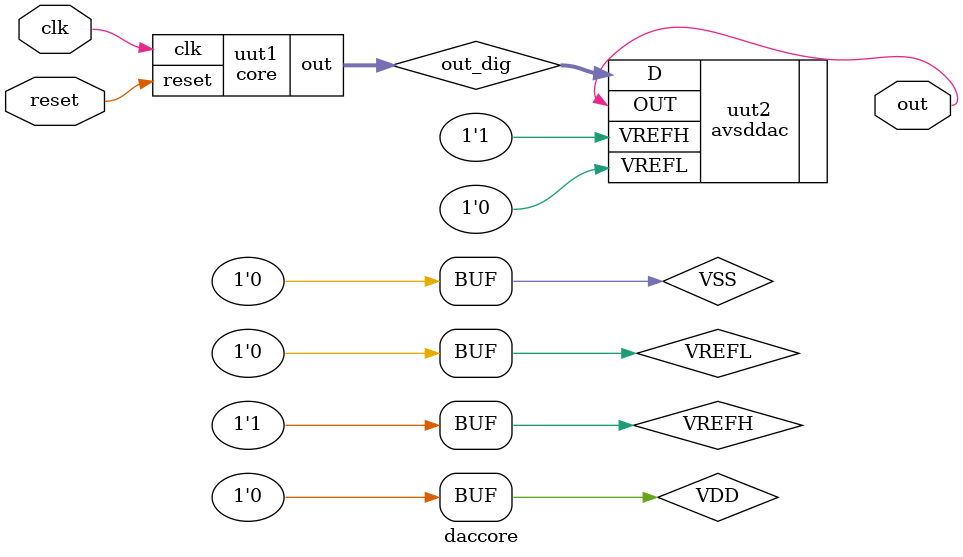
<source format=v>
/* Generated by Yosys 0.9 (git sha1 1979e0b) */

module clk_gate(gated_clk, free_clk, func_en, pwr_en, gating_override);
  input free_clk;
  input func_en;
  output gated_clk;
  input gating_override;
  input pwr_en;
  assign gated_clk = free_clk;
endmodule

module core(clk, reset, out);
  reg _00000_;
  reg _00001_;
  reg _00002_;
  reg _00003_;
  reg _00004_;
  reg _00005_;
  reg _00006_;
  reg _00007_;
  reg _00008_;
  reg _00009_;
  reg _00010_;
  reg _00011_;
  reg _00012_;
  reg _00013_;
  reg _00014_;
  reg _00015_;
  reg _00016_;
  reg _00017_;
  reg _00018_;
  reg _00019_;
  reg _00020_;
  reg _00021_;
  reg _00022_;
  reg _00023_;
  reg _00024_;
  reg _00025_;
  reg _00026_;
  reg _00027_;
  reg _00028_;
  reg _00029_;
  reg _00030_;
  wire _00031_;
  wire _00032_;
  wire _00033_;
  wire _00034_;
  wire _00035_;
  wire _00036_;
  wire _00037_;
  wire _00038_;
  wire _00039_;
  wire _00040_;
  wire _00041_;
  wire _00042_;
  wire _00043_;
  wire _00044_;
  wire _00045_;
  wire _00046_;
  wire _00047_;
  wire _00048_;
  wire _00049_;
  wire _00050_;
  wire _00051_;
  wire _00052_;
  wire _00053_;
  wire _00054_;
  wire _00055_;
  wire _00056_;
  wire _00057_;
  wire _00058_;
  wire _00059_;
  wire _00060_;
  wire _00061_;
  wire _00062_;
  wire _00063_;
  wire _00064_;
  wire _00065_;
  wire _00066_;
  wire _00067_;
  wire _00068_;
  wire _00069_;
  wire _00070_;
  wire _00071_;
  wire _00072_;
  wire _00073_;
  wire _00074_;
  wire _00075_;
  wire _00076_;
  wire _00077_;
  wire _00078_;
  wire _00079_;
  wire _00080_;
  wire _00081_;
  wire _00082_;
  wire _00083_;
  wire _00084_;
  wire _00085_;
  wire _00086_;
  wire _00087_;
  wire _00088_;
  wire _00089_;
  wire _00090_;
  wire _00091_;
  wire _00092_;
  wire _00093_;
  wire _00094_;
  wire _00095_;
  wire _00096_;
  wire _00097_;
  wire _00098_;
  wire _00099_;
  wire _00100_;
  wire _00101_;
  wire _00102_;
  wire _00103_;
  wire _00104_;
  wire _00105_;
  wire _00106_;
  wire _00107_;
  wire _00108_;
  wire _00109_;
  wire _00110_;
  wire _00111_;
  wire _00112_;
  wire _00113_;
  wire _00114_;
  wire _00115_;
  wire _00116_;
  wire _00117_;
  wire _00118_;
  wire _00119_;
  wire _00120_;
  wire _00121_;
  wire _00122_;
  wire _00123_;
  wire _00124_;
  wire _00125_;
  wire _00126_;
  wire _00127_;
  wire _00128_;
  wire _00129_;
  wire _00130_;
  wire _00131_;
  wire _00132_;
  wire _00133_;
  wire _00134_;
  wire _00135_;
  wire _00136_;
  wire _00137_;
  wire _00138_;
  wire _00139_;
  wire _00140_;
  wire _00141_;
  wire _00142_;
  wire _00143_;
  wire _00144_;
  wire _00145_;
  wire _00146_;
  wire _00147_;
  wire _00148_;
  wire _00149_;
  wire _00150_;
  wire _00151_;
  wire _00152_;
  wire _00153_;
  wire _00154_;
  wire _00155_;
  wire _00156_;
  wire _00157_;
  wire _00158_;
  wire _00159_;
  wire _00160_;
  wire _00161_;
  wire _00162_;
  wire _00163_;
  wire _00164_;
  wire _00165_;
  wire _00166_;
  wire _00167_;
  wire _00168_;
  wire _00169_;
  wire _00170_;
  wire _00171_;
  wire _00172_;
  wire _00173_;
  wire _00174_;
  wire _00175_;
  wire _00176_;
  wire _00177_;
  wire _00178_;
  wire _00179_;
  wire _00180_;
  wire _00181_;
  wire _00182_;
  wire _00183_;
  wire _00184_;
  wire _00185_;
  wire _00186_;
  wire _00187_;
  wire _00188_;
  wire _00189_;
  wire _00190_;
  wire _00191_;
  wire _00192_;
  wire _00193_;
  wire _00194_;
  wire _00195_;
  wire _00196_;
  wire _00197_;
  wire _00198_;
  wire _00199_;
  wire _00200_;
  wire _00201_;
  wire _00202_;
  wire _00203_;
  wire _00204_;
  wire _00205_;
  wire _00206_;
  wire _00207_;
  wire _00208_;
  wire _00209_;
  wire _00210_;
  wire _00211_;
  wire _00212_;
  wire _00213_;
  wire _00214_;
  wire _00215_;
  wire _00216_;
  wire _00217_;
  wire _00218_;
  wire _00219_;
  wire _00220_;
  wire _00221_;
  wire _00222_;
  wire _00223_;
  wire _00224_;
  wire _00225_;
  wire _00226_;
  wire _00227_;
  wire _00228_;
  wire _00229_;
  wire _00230_;
  wire _00231_;
  wire _00232_;
  wire _00233_;
  wire _00234_;
  wire _00235_;
  wire _00236_;
  wire _00237_;
  wire _00238_;
  wire _00239_;
  wire _00240_;
  wire _00241_;
  wire _00242_;
  wire _00243_;
  wire _00244_;
  wire _00245_;
  wire _00246_;
  wire _00247_;
  wire _00248_;
  wire _00249_;
  wire _00250_;
  wire _00251_;
  wire _00252_;
  wire _00253_;
  wire _00254_;
  wire _00255_;
  wire _00256_;
  wire _00257_;
  wire _00258_;
  wire _00259_;
  wire _00260_;
  wire _00261_;
  wire _00262_;
  wire _00263_;
  wire _00264_;
  wire _00265_;
  wire _00266_;
  wire _00267_;
  wire _00268_;
  wire _00269_;
  wire _00270_;
  wire _00271_;
  wire _00272_;
  wire _00273_;
  wire _00274_;
  wire _00275_;
  wire _00276_;
  wire _00277_;
  wire _00278_;
  wire _00279_;
  wire _00280_;
  wire _00281_;
  wire _00282_;
  wire _00283_;
  wire _00284_;
  wire _00285_;
  wire _00286_;
  wire _00287_;
  wire _00288_;
  wire _00289_;
  wire _00290_;
  wire _00291_;
  wire _00292_;
  wire _00293_;
  wire _00294_;
  wire _00295_;
  wire _00296_;
  wire _00297_;
  wire _00298_;
  wire _00299_;
  wire _00300_;
  wire _00301_;
  wire _00302_;
  wire _00303_;
  wire _00304_;
  wire _00305_;
  wire _00306_;
  wire _00307_;
  wire _00308_;
  wire _00309_;
  wire _00310_;
  wire _00311_;
  wire _00312_;
  wire _00313_;
  wire _00314_;
  wire _00315_;
  wire _00316_;
  wire _00317_;
  wire _00318_;
  wire _00319_;
  wire _00320_;
  wire _00321_;
  wire _00322_;
  wire _00323_;
  wire _00324_;
  wire _00325_;
  wire _00326_;
  wire _00327_;
  wire _00328_;
  wire _00329_;
  wire _00330_;
  wire _00331_;
  wire _00332_;
  wire _00333_;
  wire _00334_;
  wire _00335_;
  wire _00336_;
  wire _00337_;
  wire _00338_;
  wire _00339_;
  wire _00340_;
  wire _00341_;
  wire _00342_;
  wire _00343_;
  wire _00344_;
  wire _00345_;
  wire _00346_;
  wire _00347_;
  wire _00348_;
  wire _00349_;
  wire _00350_;
  wire _00351_;
  wire _00352_;
  wire _00353_;
  wire _00354_;
  wire _00355_;
  wire _00356_;
  wire _00357_;
  wire _00358_;
  wire _00359_;
  wire _00360_;
  wire _00361_;
  wire _00362_;
  wire _00363_;
  wire _00364_;
  wire _00365_;
  wire _00366_;
  wire _00367_;
  wire _00368_;
  wire _00369_;
  wire _00370_;
  wire _00371_;
  wire _00372_;
  wire _00373_;
  wire _00374_;
  wire _00375_;
  wire _00376_;
  wire _00377_;
  wire _00378_;
  wire _00379_;
  wire _00380_;
  wire _00381_;
  wire _00382_;
  wire _00383_;
  wire _00384_;
  wire _00385_;
  wire _00386_;
  wire _00387_;
  wire _00388_;
  wire _00389_;
  wire _00390_;
  wire _00391_;
  wire _00392_;
  wire _00393_;
  wire _00394_;
  wire _00395_;
  wire _00396_;
  wire _00397_;
  wire _00398_;
  wire _00399_;
  wire _00400_;
  wire _00401_;
  wire _00402_;
  wire _00403_;
  wire _00404_;
  wire _00405_;
  wire _00406_;
  wire _00407_;
  wire _00408_;
  wire _00409_;
  wire _00410_;
  wire _00411_;
  wire _00412_;
  wire _00413_;
  wire _00414_;
  wire _00415_;
  wire _00416_;
  wire _00417_;
  wire _00418_;
  wire _00419_;
  wire _00420_;
  wire _00421_;
  wire _00422_;
  wire _00423_;
  wire _00424_;
  wire _00425_;
  wire _00426_;
  wire _00427_;
  wire _00428_;
  wire _00429_;
  wire _00430_;
  wire _00431_;
  wire _00432_;
  wire _00433_;
  wire _00434_;
  wire _00435_;
  wire _00436_;
  wire _00437_;
  wire _00438_;
  wire _00439_;
  wire _00440_;
  wire _00441_;
  wire _00442_;
  wire _00443_;
  wire _00444_;
  wire _00445_;
  wire _00446_;
  wire _00447_;
  wire _00448_;
  wire _00449_;
  wire _00450_;
  wire _00451_;
  wire _00452_;
  wire _00453_;
  wire _00454_;
  wire _00455_;
  wire _00456_;
  wire _00457_;
  wire _00458_;
  wire _00459_;
  wire _00460_;
  wire _00461_;
  wire _00462_;
  wire _00463_;
  wire _00464_;
  wire _00465_;
  wire _00466_;
  wire _00467_;
  wire _00468_;
  wire _00469_;
  wire _00470_;
  wire _00471_;
  wire _00472_;
  wire _00473_;
  wire _00474_;
  wire _00475_;
  wire _00476_;
  wire _00477_;
  wire _00478_;
  wire _00479_;
  wire _00480_;
  wire _00481_;
  wire _00482_;
  wire _00483_;
  wire _00484_;
  wire _00485_;
  wire _00486_;
  wire _00487_;
  wire _00488_;
  wire _00489_;
  wire _00490_;
  wire _00491_;
  wire _00492_;
  wire _00493_;
  wire _00494_;
  wire _00495_;
  wire _00496_;
  wire _00497_;
  wire _00498_;
  wire _00499_;
  wire _00500_;
  wire _00501_;
  wire _00502_;
  wire _00503_;
  wire _00504_;
  wire _00505_;
  wire _00506_;
  wire _00507_;
  wire _00508_;
  wire _00509_;
  wire _00510_;
  wire _00511_;
  wire _00512_;
  wire _00513_;
  wire _00514_;
  wire _00515_;
  wire _00516_;
  wire _00517_;
  wire _00518_;
  wire _00519_;
  wire _00520_;
  wire _00521_;
  wire _00522_;
  wire _00523_;
  wire _00524_;
  wire _00525_;
  wire _00526_;
  wire _00527_;
  wire _00528_;
  wire _00529_;
  wire _00530_;
  wire _00531_;
  wire _00532_;
  wire _00533_;
  wire _00534_;
  wire _00535_;
  wire _00536_;
  wire _00537_;
  wire _00538_;
  wire _00539_;
  wire _00540_;
  wire _00541_;
  wire _00542_;
  wire _00543_;
  wire _00544_;
  wire _00545_;
  wire _00546_;
  wire _00547_;
  wire _00548_;
  wire _00549_;
  wire _00550_;
  wire _00551_;
  wire _00552_;
  wire _00553_;
  wire _00554_;
  wire _00555_;
  wire _00556_;
  wire _00557_;
  wire _00558_;
  wire _00559_;
  wire _00560_;
  wire _00561_;
  wire _00562_;
  wire _00563_;
  wire _00564_;
  wire _00565_;
  wire _00566_;
  wire _00567_;
  wire _00568_;
  wire _00569_;
  wire _00570_;
  wire _00571_;
  wire _00572_;
  wire _00573_;
  wire _00574_;
  wire _00575_;
  wire _00576_;
  wire _00577_;
  wire _00578_;
  wire _00579_;
  wire _00580_;
  wire _00581_;
  wire _00582_;
  wire _00583_;
  wire _00584_;
  wire _00585_;
  wire _00586_;
  wire _00587_;
  wire _00588_;
  wire _00589_;
  wire _00590_;
  wire _00591_;
  wire _00592_;
  wire _00593_;
  wire _00594_;
  wire _00595_;
  wire _00596_;
  wire _00597_;
  wire _00598_;
  wire _00599_;
  wire _00600_;
  wire _00601_;
  wire _00602_;
  wire _00603_;
  wire _00604_;
  wire _00605_;
  wire _00606_;
  wire _00607_;
  wire _00608_;
  wire _00609_;
  wire _00610_;
  wire _00611_;
  wire _00612_;
  wire _00613_;
  wire _00614_;
  wire _00615_;
  wire _00616_;
  wire _00617_;
  wire _00618_;
  wire _00619_;
  wire _00620_;
  wire _00621_;
  wire _00622_;
  wire _00623_;
  wire _00624_;
  wire _00625_;
  wire _00626_;
  wire _00627_;
  wire _00628_;
  wire _00629_;
  wire _00630_;
  wire _00631_;
  wire _00632_;
  wire _00633_;
  wire _00634_;
  wire _00635_;
  wire _00636_;
  wire _00637_;
  wire _00638_;
  wire _00639_;
  wire _00640_;
  wire _00641_;
  wire _00642_;
  wire _00643_;
  wire _00644_;
  wire _00645_;
  wire _00646_;
  wire _00647_;
  wire _00648_;
  wire _00649_;
  wire _00650_;
  wire _00651_;
  wire _00652_;
  wire _00653_;
  wire _00654_;
  wire _00655_;
  wire _00656_;
  wire _00657_;
  wire _00658_;
  wire _00659_;
  wire _00660_;
  wire _00661_;
  wire _00662_;
  wire _00663_;
  wire _00664_;
  wire _00665_;
  wire _00666_;
  wire _00667_;
  wire _00668_;
  wire _00669_;
  wire _00670_;
  wire _00671_;
  wire _00672_;
  wire _00673_;
  wire _00674_;
  wire _00675_;
  wire _00676_;
  wire _00677_;
  wire _00678_;
  wire _00679_;
  wire _00680_;
  wire _00681_;
  wire _00682_;
  wire _00683_;
  wire _00684_;
  wire _00685_;
  wire _00686_;
  wire _00687_;
  wire _00688_;
  wire _00689_;
  wire _00690_;
  wire _00691_;
  wire _00692_;
  wire _00693_;
  wire _00694_;
  wire _00695_;
  wire _00696_;
  wire _00697_;
  wire _00698_;
  wire _00699_;
  wire _00700_;
  wire _00701_;
  wire _00702_;
  wire _00703_;
  wire _00704_;
  wire _00705_;
  wire _00706_;
  wire _00707_;
  wire _00708_;
  wire _00709_;
  wire _00710_;
  wire _00711_;
  wire _00712_;
  wire _00713_;
  wire _00714_;
  wire _00715_;
  wire _00716_;
  wire _00717_;
  wire _00718_;
  wire _00719_;
  wire _00720_;
  wire _00721_;
  wire _00722_;
  wire _00723_;
  wire _00724_;
  wire _00725_;
  wire _00726_;
  wire _00727_;
  wire _00728_;
  wire _00729_;
  wire _00730_;
  wire _00731_;
  wire _00732_;
  wire _00733_;
  wire _00734_;
  wire _00735_;
  wire _00736_;
  wire _00737_;
  wire _00738_;
  wire _00739_;
  wire _00740_;
  wire _00741_;
  wire _00742_;
  wire _00743_;
  wire _00744_;
  wire _00745_;
  wire _00746_;
  wire _00747_;
  wire _00748_;
  wire _00749_;
  wire _00750_;
  wire _00751_;
  wire _00752_;
  wire _00753_;
  wire _00754_;
  wire _00755_;
  wire _00756_;
  wire _00757_;
  wire _00758_;
  wire _00759_;
  wire _00760_;
  wire _00761_;
  wire _00762_;
  wire _00763_;
  wire _00764_;
  wire _00765_;
  wire _00766_;
  wire _00767_;
  wire _00768_;
  wire _00769_;
  wire _00770_;
  wire _00771_;
  wire _00772_;
  wire _00773_;
  wire _00774_;
  wire _00775_;
  wire _00776_;
  wire _00777_;
  wire _00778_;
  wire _00779_;
  wire _00780_;
  wire _00781_;
  wire _00782_;
  wire _00783_;
  wire _00784_;
  wire _00785_;
  wire _00786_;
  wire _00787_;
  wire _00788_;
  wire _00789_;
  wire _00790_;
  wire _00791_;
  wire _00792_;
  wire _00793_;
  wire _00794_;
  wire _00795_;
  wire _00796_;
  wire _00797_;
  wire _00798_;
  wire _00799_;
  wire _00800_;
  wire _00801_;
  wire _00802_;
  wire _00803_;
  wire _00804_;
  wire _00805_;
  wire _00806_;
  wire _00807_;
  wire _00808_;
  wire _00809_;
  wire _00810_;
  wire _00811_;
  wire _00812_;
  wire _00813_;
  wire _00814_;
  wire _00815_;
  wire _00816_;
  wire _00817_;
  wire _00818_;
  wire _00819_;
  wire _00820_;
  wire _00821_;
  wire _00822_;
  wire _00823_;
  wire _00824_;
  wire _00825_;
  wire _00826_;
  wire _00827_;
  wire _00828_;
  wire _00829_;
  wire _00830_;
  wire _00831_;
  wire _00832_;
  wire _00833_;
  wire _00834_;
  wire _00835_;
  wire _00836_;
  wire _00837_;
  wire _00838_;
  wire _00839_;
  wire _00840_;
  wire _00841_;
  wire _00842_;
  wire _00843_;
  wire _00844_;
  wire _00845_;
  wire _00846_;
  wire _00847_;
  wire _00848_;
  wire _00849_;
  wire _00850_;
  wire _00851_;
  wire _00852_;
  wire _00853_;
  wire _00854_;
  wire _00855_;
  wire _00856_;
  wire _00857_;
  wire _00858_;
  wire _00859_;
  wire _00860_;
  wire _00861_;
  wire _00862_;
  wire _00863_;
  wire _00864_;
  wire _00865_;
  wire _00866_;
  wire _00867_;
  wire _00868_;
  wire _00869_;
  wire _00870_;
  wire _00871_;
  wire _00872_;
  wire _00873_;
  wire _00874_;
  wire _00875_;
  wire _00876_;
  wire _00877_;
  wire _00878_;
  wire _00879_;
  wire _00880_;
  wire _00881_;
  wire _00882_;
  wire _00883_;
  wire _00884_;
  wire _00885_;
  wire _00886_;
  wire _00887_;
  wire _00888_;
  wire _00889_;
  wire _00890_;
  wire _00891_;
  wire _00892_;
  wire _00893_;
  wire _00894_;
  wire _00895_;
  wire _00896_;
  wire _00897_;
  wire _00898_;
  wire _00899_;
  wire _00900_;
  wire _00901_;
  wire _00902_;
  wire _00903_;
  wire _00904_;
  wire _00905_;
  wire _00906_;
  wire _00907_;
  wire _00908_;
  wire _00909_;
  wire _00910_;
  wire _00911_;
  wire _00912_;
  wire _00913_;
  wire _00914_;
  wire _00915_;
  wire _00916_;
  wire _00917_;
  wire _00918_;
  wire _00919_;
  wire _00920_;
  wire _00921_;
  wire _00922_;
  wire _00923_;
  wire _00924_;
  wire _00925_;
  wire _00926_;
  wire _00927_;
  wire _00928_;
  wire _00929_;
  wire _00930_;
  wire _00931_;
  wire _00932_;
  wire _00933_;
  wire _00934_;
  wire _00935_;
  wire _00936_;
  wire _00937_;
  wire _00938_;
  wire _00939_;
  wire _00940_;
  wire _00941_;
  wire _00942_;
  wire _00943_;
  wire _00944_;
  wire _00945_;
  wire _00946_;
  wire _00947_;
  wire _00948_;
  wire _00949_;
  wire _00950_;
  wire _00951_;
  wire _00952_;
  wire _00953_;
  wire _00954_;
  wire _00955_;
  wire _00956_;
  wire _00957_;
  wire _00958_;
  wire _00959_;
  wire _00960_;
  wire _00961_;
  wire _00962_;
  wire _00963_;
  wire _00964_;
  wire _00965_;
  wire _00966_;
  wire _00967_;
  wire _00968_;
  wire _00969_;
  wire _00970_;
  wire _00971_;
  wire _00972_;
  wire _00973_;
  wire _00974_;
  wire _00975_;
  wire _00976_;
  wire _00977_;
  wire _00978_;
  wire _00979_;
  wire _00980_;
  wire _00981_;
  wire _00982_;
  wire _00983_;
  wire _00984_;
  wire _00985_;
  wire _00986_;
  wire _00987_;
  wire _00988_;
  wire _00989_;
  wire _00990_;
  wire _00991_;
  wire _00992_;
  wire _00993_;
  wire _00994_;
  wire _00995_;
  wire _00996_;
  wire _00997_;
  wire _00998_;
  wire _00999_;
  wire _01000_;
  wire _01001_;
  wire _01002_;
  wire _01003_;
  wire _01004_;
  wire _01005_;
  wire _01006_;
  wire _01007_;
  wire _01008_;
  wire _01009_;
  wire _01010_;
  wire _01011_;
  wire _01012_;
  wire _01013_;
  wire _01014_;
  wire _01015_;
  wire _01016_;
  wire _01017_;
  wire _01018_;
  wire _01019_;
  wire _01020_;
  wire _01021_;
  wire _01022_;
  wire _01023_;
  wire _01024_;
  wire _01025_;
  wire _01026_;
  wire _01027_;
  wire _01028_;
  wire _01029_;
  wire _01030_;
  wire _01031_;
  wire _01032_;
  wire _01033_;
  wire _01034_;
  wire _01035_;
  wire _01036_;
  wire _01037_;
  wire _01038_;
  wire _01039_;
  wire _01040_;
  wire _01041_;
  wire _01042_;
  wire _01043_;
  wire _01044_;
  wire _01045_;
  wire _01046_;
  wire _01047_;
  wire _01048_;
  wire _01049_;
  wire _01050_;
  wire _01051_;
  wire _01052_;
  wire _01053_;
  wire _01054_;
  wire _01055_;
  wire _01056_;
  wire _01057_;
  wire _01058_;
  wire _01059_;
  wire _01060_;
  wire _01061_;
  wire _01062_;
  wire _01063_;
  wire _01064_;
  wire _01065_;
  wire _01066_;
  wire _01067_;
  wire _01068_;
  wire _01069_;
  wire _01070_;
  wire _01071_;
  wire _01072_;
  wire _01073_;
  wire _01074_;
  wire _01075_;
  wire _01076_;
  wire _01077_;
  wire _01078_;
  wire _01079_;
  wire _01080_;
  wire _01081_;
  wire _01082_;
  wire _01083_;
  wire _01084_;
  wire _01085_;
  wire _01086_;
  wire _01087_;
  wire _01088_;
  wire _01089_;
  wire _01090_;
  wire _01091_;
  wire _01092_;
  wire _01093_;
  wire _01094_;
  wire _01095_;
  wire _01096_;
  wire _01097_;
  wire _01098_;
  wire _01099_;
  wire _01100_;
  wire _01101_;
  wire _01102_;
  wire _01103_;
  wire _01104_;
  wire _01105_;
  wire _01106_;
  wire _01107_;
  wire _01108_;
  wire _01109_;
  wire _01110_;
  wire _01111_;
  wire _01112_;
  wire _01113_;
  wire _01114_;
  wire _01115_;
  wire _01116_;
  wire _01117_;
  wire _01118_;
  wire _01119_;
  wire _01120_;
  wire _01121_;
  wire _01122_;
  wire _01123_;
  wire _01124_;
  wire _01125_;
  wire _01126_;
  wire _01127_;
  wire _01128_;
  wire _01129_;
  wire _01130_;
  wire _01131_;
  wire _01132_;
  wire _01133_;
  wire _01134_;
  wire _01135_;
  wire _01136_;
  wire _01137_;
  wire _01138_;
  wire _01139_;
  wire _01140_;
  wire _01141_;
  wire _01142_;
  wire _01143_;
  wire _01144_;
  wire _01145_;
  wire _01146_;
  wire _01147_;
  wire _01148_;
  wire _01149_;
  wire _01150_;
  wire _01151_;
  wire _01152_;
  wire _01153_;
  wire _01154_;
  wire _01155_;
  wire _01156_;
  wire _01157_;
  wire _01158_;
  wire _01159_;
  wire _01160_;
  wire _01161_;
  wire _01162_;
  wire _01163_;
  wire _01164_;
  wire _01165_;
  wire _01166_;
  wire _01167_;
  wire _01168_;
  wire _01169_;
  wire _01170_;
  wire _01171_;
  wire _01172_;
  wire _01173_;
  wire _01174_;
  wire _01175_;
  wire _01176_;
  wire _01177_;
  wire _01178_;
  wire _01179_;
  wire _01180_;
  wire _01181_;
  wire _01182_;
  wire _01183_;
  wire _01184_;
  wire _01185_;
  wire _01186_;
  wire _01187_;
  wire _01188_;
  wire _01189_;
  wire _01190_;
  wire _01191_;
  wire _01192_;
  wire _01193_;
  wire _01194_;
  wire _01195_;
  wire _01196_;
  wire _01197_;
  wire _01198_;
  wire _01199_;
  wire _01200_;
  wire _01201_;
  wire _01202_;
  wire _01203_;
  wire _01204_;
  wire _01205_;
  wire _01206_;
  wire _01207_;
  wire _01208_;
  wire _01209_;
  wire _01210_;
  wire _01211_;
  wire _01212_;
  wire _01213_;
  wire _01214_;
  wire _01215_;
  wire _01216_;
  wire _01217_;
  wire _01218_;
  wire _01219_;
  wire _01220_;
  wire _01221_;
  wire _01222_;
  wire _01223_;
  wire _01224_;
  wire _01225_;
  wire _01226_;
  wire _01227_;
  wire _01228_;
  wire _01229_;
  wire _01230_;
  wire _01231_;
  wire _01232_;
  wire _01233_;
  wire _01234_;
  wire _01235_;
  wire _01236_;
  wire _01237_;
  wire _01238_;
  wire _01239_;
  wire _01240_;
  wire _01241_;
  wire _01242_;
  wire _01243_;
  wire _01244_;
  wire _01245_;
  wire _01246_;
  wire _01247_;
  wire _01248_;
  wire _01249_;
  wire _01250_;
  wire _01251_;
  wire _01252_;
  wire _01253_;
  wire _01254_;
  wire _01255_;
  wire _01256_;
  wire _01257_;
  wire _01258_;
  wire _01259_;
  wire _01260_;
  wire _01261_;
  wire _01262_;
  wire _01263_;
  wire _01264_;
  wire _01265_;
  wire _01266_;
  wire _01267_;
  wire _01268_;
  wire _01269_;
  wire _01270_;
  wire _01271_;
  wire _01272_;
  wire _01273_;
  wire _01274_;
  wire _01275_;
  wire _01276_;
  wire _01277_;
  wire _01278_;
  wire _01279_;
  wire _01280_;
  wire _01281_;
  wire _01282_;
  wire _01283_;
  wire _01284_;
  wire _01285_;
  wire _01286_;
  wire _01287_;
  wire _01288_;
  wire _01289_;
  wire _01290_;
  wire _01291_;
  wire _01292_;
  wire _01293_;
  wire _01294_;
  wire _01295_;
  wire _01296_;
  wire _01297_;
  wire _01298_;
  wire _01299_;
  wire _01300_;
  wire _01301_;
  wire _01302_;
  wire _01303_;
  wire _01304_;
  wire _01305_;
  wire _01306_;
  wire _01307_;
  wire _01308_;
  wire _01309_;
  wire _01310_;
  wire _01311_;
  wire _01312_;
  wire _01313_;
  wire _01314_;
  wire _01315_;
  wire _01316_;
  wire _01317_;
  wire _01318_;
  wire _01319_;
  wire _01320_;
  wire _01321_;
  wire _01322_;
  wire _01323_;
  wire _01324_;
  wire _01325_;
  wire _01326_;
  wire _01327_;
  wire _01328_;
  wire _01329_;
  wire _01330_;
  wire _01331_;
  wire _01332_;
  wire _01333_;
  wire _01334_;
  wire _01335_;
  wire _01336_;
  wire _01337_;
  wire _01338_;
  wire _01339_;
  wire _01340_;
  wire _01341_;
  wire _01342_;
  wire _01343_;
  wire _01344_;
  wire _01345_;
  wire _01346_;
  wire _01347_;
  wire _01348_;
  wire _01349_;
  wire _01350_;
  wire _01351_;
  wire _01352_;
  wire _01353_;
  wire _01354_;
  wire _01355_;
  wire _01356_;
  wire _01357_;
  wire _01358_;
  wire _01359_;
  wire _01360_;
  wire _01361_;
  wire _01362_;
  wire _01363_;
  wire _01364_;
  wire _01365_;
  wire _01366_;
  wire _01367_;
  wire _01368_;
  wire _01369_;
  wire _01370_;
  wire _01371_;
  wire _01372_;
  wire _01373_;
  wire _01374_;
  wire _01375_;
  wire _01376_;
  wire _01377_;
  wire _01378_;
  wire _01379_;
  wire _01380_;
  wire _01381_;
  wire _01382_;
  wire _01383_;
  wire _01384_;
  wire _01385_;
  wire _01386_;
  wire _01387_;
  wire _01388_;
  wire _01389_;
  wire _01390_;
  wire _01391_;
  wire _01392_;
  wire _01393_;
  wire _01394_;
  wire _01395_;
  wire _01396_;
  wire _01397_;
  wire _01398_;
  wire _01399_;
  wire _01400_;
  wire _01401_;
  wire _01402_;
  wire _01403_;
  wire _01404_;
  wire _01405_;
  wire _01406_;
  wire _01407_;
  wire _01408_;
  wire _01409_;
  wire _01410_;
  wire _01411_;
  wire _01412_;
  wire _01413_;
  wire _01414_;
  wire _01415_;
  wire _01416_;
  wire _01417_;
  wire _01418_;
  wire _01419_;
  wire _01420_;
  wire _01421_;
  wire _01422_;
  wire _01423_;
  wire _01424_;
  wire _01425_;
  wire _01426_;
  wire _01427_;
  wire _01428_;
  wire _01429_;
  wire _01430_;
  wire _01431_;
  wire _01432_;
  wire _01433_;
  wire _01434_;
  wire _01435_;
  wire _01436_;
  wire _01437_;
  wire _01438_;
  wire _01439_;
  wire _01440_;
  wire _01441_;
  wire _01442_;
  wire _01443_;
  wire _01444_;
  wire _01445_;
  wire _01446_;
  wire _01447_;
  wire _01448_;
  wire _01449_;
  wire _01450_;
  wire _01451_;
  wire _01452_;
  wire _01453_;
  wire _01454_;
  wire _01455_;
  wire _01456_;
  wire _01457_;
  wire _01458_;
  wire _01459_;
  wire _01460_;
  wire _01461_;
  wire _01462_;
  wire _01463_;
  wire _01464_;
  wire _01465_;
  wire _01466_;
  wire _01467_;
  wire _01468_;
  wire _01469_;
  wire _01470_;
  wire _01471_;
  wire _01472_;
  wire _01473_;
  wire _01474_;
  wire _01475_;
  wire _01476_;
  wire _01477_;
  wire _01478_;
  wire _01479_;
  wire _01480_;
  wire _01481_;
  wire _01482_;
  wire _01483_;
  wire _01484_;
  wire _01485_;
  wire _01486_;
  wire _01487_;
  wire _01488_;
  wire _01489_;
  wire _01490_;
  wire _01491_;
  wire _01492_;
  wire _01493_;
  wire _01494_;
  wire _01495_;
  wire _01496_;
  wire _01497_;
  wire _01498_;
  wire _01499_;
  wire _01500_;
  wire _01501_;
  wire _01502_;
  wire _01503_;
  wire _01504_;
  wire _01505_;
  wire _01506_;
  wire _01507_;
  wire _01508_;
  wire _01509_;
  wire _01510_;
  wire _01511_;
  wire _01512_;
  wire _01513_;
  wire _01514_;
  wire _01515_;
  wire _01516_;
  wire _01517_;
  wire _01518_;
  wire _01519_;
  wire _01520_;
  wire _01521_;
  wire _01522_;
  wire _01523_;
  wire _01524_;
  wire _01525_;
  wire _01526_;
  wire _01527_;
  wire _01528_;
  wire _01529_;
  wire _01530_;
  wire _01531_;
  wire _01532_;
  wire _01533_;
  wire _01534_;
  wire _01535_;
  wire _01536_;
  wire _01537_;
  wire _01538_;
  wire _01539_;
  wire _01540_;
  wire _01541_;
  wire _01542_;
  wire _01543_;
  wire _01544_;
  wire _01545_;
  wire _01546_;
  wire _01547_;
  wire _01548_;
  wire _01549_;
  wire _01550_;
  wire _01551_;
  wire _01552_;
  wire _01553_;
  wire _01554_;
  wire _01555_;
  wire _01556_;
  wire _01557_;
  wire _01558_;
  wire _01559_;
  wire _01560_;
  wire _01561_;
  wire _01562_;
  wire _01563_;
  wire _01564_;
  wire _01565_;
  wire _01566_;
  wire _01567_;
  wire _01568_;
  wire _01569_;
  wire _01570_;
  wire _01571_;
  wire _01572_;
  wire _01573_;
  wire _01574_;
  wire _01575_;
  wire _01576_;
  wire _01577_;
  wire _01578_;
  wire _01579_;
  wire _01580_;
  wire _01581_;
  wire _01582_;
  wire _01583_;
  wire _01584_;
  wire _01585_;
  wire _01586_;
  wire _01587_;
  wire _01588_;
  wire _01589_;
  wire _01590_;
  wire _01591_;
  wire _01592_;
  wire _01593_;
  wire _01594_;
  wire _01595_;
  wire _01596_;
  wire _01597_;
  wire _01598_;
  wire _01599_;
  wire _01600_;
  wire _01601_;
  wire _01602_;
  wire _01603_;
  wire _01604_;
  wire _01605_;
  wire _01606_;
  wire _01607_;
  wire _01608_;
  wire _01609_;
  wire _01610_;
  wire _01611_;
  wire _01612_;
  wire _01613_;
  wire _01614_;
  wire _01615_;
  wire _01616_;
  wire _01617_;
  wire _01618_;
  wire _01619_;
  wire _01620_;
  wire _01621_;
  wire _01622_;
  wire _01623_;
  wire _01624_;
  wire _01625_;
  wire _01626_;
  wire _01627_;
  wire _01628_;
  wire _01629_;
  wire _01630_;
  wire _01631_;
  wire _01632_;
  wire _01633_;
  wire _01634_;
  wire _01635_;
  wire _01636_;
  wire _01637_;
  wire _01638_;
  wire _01639_;
  wire _01640_;
  wire _01641_;
  wire _01642_;
  wire _01643_;
  wire _01644_;
  wire _01645_;
  wire _01646_;
  wire _01647_;
  wire _01648_;
  wire _01649_;
  wire _01650_;
  wire _01651_;
  wire _01652_;
  wire _01653_;
  wire _01654_;
  wire _01655_;
  wire _01656_;
  wire _01657_;
  wire _01658_;
  wire _01659_;
  wire _01660_;
  wire _01661_;
  wire _01662_;
  wire _01663_;
  wire _01664_;
  wire _01665_;
  wire _01666_;
  wire _01667_;
  wire _01668_;
  wire _01669_;
  wire _01670_;
  wire _01671_;
  wire _01672_;
  wire _01673_;
  wire _01674_;
  wire _01675_;
  wire _01676_;
  wire _01677_;
  wire _01678_;
  wire _01679_;
  wire _01680_;
  wire _01681_;
  wire _01682_;
  wire _01683_;
  wire _01684_;
  wire _01685_;
  wire _01686_;
  wire _01687_;
  wire _01688_;
  wire _01689_;
  wire _01690_;
  wire _01691_;
  wire _01692_;
  wire _01693_;
  wire _01694_;
  wire _01695_;
  wire _01696_;
  wire _01697_;
  wire _01698_;
  wire _01699_;
  wire _01700_;
  wire _01701_;
  wire _01702_;
  wire _01703_;
  wire _01704_;
  wire _01705_;
  wire _01706_;
  wire _01707_;
  wire _01708_;
  wire _01709_;
  wire _01710_;
  wire _01711_;
  wire _01712_;
  wire _01713_;
  wire _01714_;
  wire _01715_;
  wire _01716_;
  wire _01717_;
  wire _01718_;
  wire _01719_;
  wire _01720_;
  wire _01721_;
  wire _01722_;
  wire _01723_;
  wire _01724_;
  wire _01725_;
  wire _01726_;
  wire _01727_;
  wire _01728_;
  wire _01729_;
  wire _01730_;
  wire _01731_;
  wire _01732_;
  wire _01733_;
  wire _01734_;
  wire _01735_;
  wire _01736_;
  wire _01737_;
  wire _01738_;
  wire _01739_;
  wire _01740_;
  wire _01741_;
  wire _01742_;
  wire _01743_;
  wire _01744_;
  wire _01745_;
  wire _01746_;
  wire _01747_;
  wire _01748_;
  wire _01749_;
  wire _01750_;
  wire _01751_;
  wire _01752_;
  wire _01753_;
  wire _01754_;
  wire _01755_;
  wire _01756_;
  wire _01757_;
  wire _01758_;
  wire _01759_;
  wire _01760_;
  wire _01761_;
  wire _01762_;
  wire _01763_;
  wire _01764_;
  wire _01765_;
  wire _01766_;
  wire _01767_;
  wire _01768_;
  wire _01769_;
  wire _01770_;
  wire _01771_;
  wire _01772_;
  wire _01773_;
  wire _01774_;
  wire _01775_;
  wire _01776_;
  wire _01777_;
  wire _01778_;
  wire _01779_;
  wire _01780_;
  wire _01781_;
  wire _01782_;
  wire _01783_;
  wire _01784_;
  wire _01785_;
  wire _01786_;
  wire _01787_;
  wire _01788_;
  wire _01789_;
  wire _01790_;
  wire _01791_;
  wire _01792_;
  wire _01793_;
  wire _01794_;
  wire _01795_;
  wire _01796_;
  wire _01797_;
  wire _01798_;
  wire _01799_;
  wire _01800_;
  wire _01801_;
  wire _01802_;
  wire _01803_;
  wire _01804_;
  wire _01805_;
  wire _01806_;
  wire _01807_;
  wire _01808_;
  wire _01809_;
  wire _01810_;
  wire _01811_;
  wire _01812_;
  wire _01813_;
  wire _01814_;
  wire _01815_;
  wire _01816_;
  wire _01817_;
  wire _01818_;
  wire _01819_;
  wire _01820_;
  wire _01821_;
  wire _01822_;
  wire _01823_;
  wire _01824_;
  wire _01825_;
  wire _01826_;
  wire _01827_;
  wire _01828_;
  wire _01829_;
  wire _01830_;
  wire _01831_;
  wire _01832_;
  wire _01833_;
  wire _01834_;
  wire _01835_;
  wire _01836_;
  wire _01837_;
  wire _01838_;
  wire _01839_;
  wire _01840_;
  wire _01841_;
  wire _01842_;
  wire _01843_;
  wire _01844_;
  wire _01845_;
  wire _01846_;
  wire _01847_;
  wire _01848_;
  wire _01849_;
  wire _01850_;
  wire _01851_;
  wire _01852_;
  wire _01853_;
  wire _01854_;
  wire _01855_;
  wire _01856_;
  wire _01857_;
  wire _01858_;
  wire _01859_;
  wire _01860_;
  wire _01861_;
  wire _01862_;
  wire _01863_;
  wire _01864_;
  wire _01865_;
  wire _01866_;
  wire _01867_;
  wire _01868_;
  wire _01869_;
  wire _01870_;
  wire _01871_;
  wire _01872_;
  wire _01873_;
  wire _01874_;
  wire _01875_;
  wire _01876_;
  wire _01877_;
  wire _01878_;
  wire _01879_;
  wire _01880_;
  wire _01881_;
  wire _01882_;
  wire _01883_;
  wire _01884_;
  wire _01885_;
  wire _01886_;
  wire _01887_;
  wire _01888_;
  wire _01889_;
  wire _01890_;
  wire _01891_;
  wire _01892_;
  wire _01893_;
  wire _01894_;
  wire _01895_;
  wire _01896_;
  wire _01897_;
  wire _01898_;
  wire _01899_;
  wire _01900_;
  wire _01901_;
  wire _01902_;
  wire _01903_;
  wire _01904_;
  wire _01905_;
  wire _01906_;
  wire _01907_;
  wire _01908_;
  wire _01909_;
  wire _01910_;
  wire _01911_;
  wire _01912_;
  wire _01913_;
  wire _01914_;
  wire _01915_;
  wire _01916_;
  wire _01917_;
  wire _01918_;
  wire _01919_;
  wire _01920_;
  wire _01921_;
  wire _01922_;
  wire _01923_;
  wire _01924_;
  wire _01925_;
  wire _01926_;
  wire _01927_;
  wire _01928_;
  wire _01929_;
  wire _01930_;
  wire _01931_;
  wire _01932_;
  wire _01933_;
  wire _01934_;
  wire _01935_;
  wire _01936_;
  wire _01937_;
  wire _01938_;
  wire _01939_;
  wire _01940_;
  wire _01941_;
  wire _01942_;
  wire _01943_;
  wire _01944_;
  wire _01945_;
  wire _01946_;
  wire _01947_;
  wire _01948_;
  wire _01949_;
  wire _01950_;
  wire _01951_;
  wire _01952_;
  wire _01953_;
  wire _01954_;
  wire _01955_;
  wire _01956_;
  wire _01957_;
  wire _01958_;
  wire _01959_;
  wire _01960_;
  wire _01961_;
  wire _01962_;
  wire _01963_;
  wire _01964_;
  wire _01965_;
  wire _01966_;
  wire _01967_;
  wire _01968_;
  wire _01969_;
  wire _01970_;
  wire _01971_;
  wire _01972_;
  wire _01973_;
  wire _01974_;
  wire _01975_;
  wire _01976_;
  wire _01977_;
  wire _01978_;
  wire _01979_;
  wire _01980_;
  wire _01981_;
  wire _01982_;
  wire _01983_;
  wire _01984_;
  wire _01985_;
  wire _01986_;
  wire _01987_;
  wire _01988_;
  wire _01989_;
  wire _01990_;
  wire _01991_;
  wire _01992_;
  wire _01993_;
  wire _01994_;
  wire _01995_;
  wire _01996_;
  wire _01997_;
  wire _01998_;
  wire _01999_;
  wire _02000_;
  wire _02001_;
  wire _02002_;
  wire _02003_;
  wire _02004_;
  wire _02005_;
  wire _02006_;
  wire _02007_;
  wire _02008_;
  wire _02009_;
  wire _02010_;
  wire _02011_;
  wire _02012_;
  wire _02013_;
  wire _02014_;
  wire _02015_;
  wire _02016_;
  wire _02017_;
  wire _02018_;
  wire _02019_;
  wire _02020_;
  wire _02021_;
  wire _02022_;
  wire _02023_;
  wire _02024_;
  wire _02025_;
  wire _02026_;
  wire _02027_;
  wire _02028_;
  wire _02029_;
  wire _02030_;
  wire _02031_;
  wire _02032_;
  wire _02033_;
  wire _02034_;
  wire _02035_;
  wire _02036_;
  wire _02037_;
  wire _02038_;
  wire _02039_;
  wire _02040_;
  wire _02041_;
  wire _02042_;
  wire _02043_;
  wire _02044_;
  wire _02045_;
  wire _02046_;
  wire _02047_;
  wire _02048_;
  wire _02049_;
  wire _02050_;
  wire _02051_;
  wire _02052_;
  wire _02053_;
  wire _02054_;
  wire _02055_;
  wire _02056_;
  wire _02057_;
  wire _02058_;
  wire _02059_;
  wire _02060_;
  wire _02061_;
  wire _02062_;
  wire _02063_;
  wire _02064_;
  wire _02065_;
  wire _02066_;
  wire _02067_;
  wire _02068_;
  wire _02069_;
  wire _02070_;
  wire _02071_;
  wire _02072_;
  wire _02073_;
  wire _02074_;
  wire _02075_;
  wire _02076_;
  wire _02077_;
  wire _02078_;
  wire _02079_;
  wire _02080_;
  wire _02081_;
  wire _02082_;
  wire _02083_;
  wire _02084_;
  wire _02085_;
  wire _02086_;
  wire _02087_;
  wire _02088_;
  wire _02089_;
  wire _02090_;
  wire _02091_;
  wire _02092_;
  wire _02093_;
  wire _02094_;
  wire _02095_;
  wire _02096_;
  wire _02097_;
  wire _02098_;
  wire _02099_;
  wire _02100_;
  wire _02101_;
  wire _02102_;
  wire _02103_;
  wire _02104_;
  wire _02105_;
  wire _02106_;
  wire _02107_;
  wire _02108_;
  wire _02109_;
  wire _02110_;
  wire _02111_;
  wire _02112_;
  wire _02113_;
  wire _02114_;
  wire _02115_;
  wire _02116_;
  wire _02117_;
  wire _02118_;
  wire _02119_;
  wire _02120_;
  wire _02121_;
  wire _02122_;
  wire _02123_;
  wire _02124_;
  wire _02125_;
  wire _02126_;
  wire _02127_;
  wire _02128_;
  wire _02129_;
  wire _02130_;
  wire _02131_;
  wire _02132_;
  wire _02133_;
  wire _02134_;
  wire _02135_;
  wire _02136_;
  wire _02137_;
  wire _02138_;
  wire _02139_;
  wire _02140_;
  wire _02141_;
  wire _02142_;
  wire _02143_;
  wire _02144_;
  wire _02145_;
  wire _02146_;
  wire _02147_;
  wire _02148_;
  wire _02149_;
  wire _02150_;
  wire _02151_;
  wire _02152_;
  wire _02153_;
  wire _02154_;
  wire _02155_;
  wire _02156_;
  wire _02157_;
  wire _02158_;
  wire _02159_;
  wire _02160_;
  wire _02161_;
  wire _02162_;
  wire _02163_;
  wire _02164_;
  wire _02165_;
  wire _02166_;
  wire _02167_;
  wire _02168_;
  wire _02169_;
  wire _02170_;
  wire _02171_;
  wire _02172_;
  wire _02173_;
  wire _02174_;
  wire _02175_;
  wire _02176_;
  wire _02177_;
  wire _02178_;
  wire _02179_;
  wire _02180_;
  wire _02181_;
  wire _02182_;
  wire _02183_;
  wire _02184_;
  wire _02185_;
  wire _02186_;
  wire _02187_;
  wire _02188_;
  wire _02189_;
  wire _02190_;
  wire _02191_;
  wire _02192_;
  wire _02193_;
  wire _02194_;
  wire _02195_;
  wire _02196_;
  wire _02197_;
  wire _02198_;
  wire _02199_;
  wire _02200_;
  wire _02201_;
  wire _02202_;
  wire _02203_;
  wire _02204_;
  wire _02205_;
  wire _02206_;
  wire _02207_;
  wire _02208_;
  wire _02209_;
  wire _02210_;
  wire _02211_;
  wire _02212_;
  wire _02213_;
  wire _02214_;
  wire _02215_;
  wire _02216_;
  wire _02217_;
  wire _02218_;
  wire _02219_;
  wire _02220_;
  wire _02221_;
  wire _02222_;
  wire _02223_;
  wire _02224_;
  wire _02225_;
  wire _02226_;
  wire _02227_;
  wire _02228_;
  wire _02229_;
  wire _02230_;
  wire _02231_;
  wire _02232_;
  wire _02233_;
  wire _02234_;
  wire _02235_;
  wire _02236_;
  wire _02237_;
  wire _02238_;
  wire _02239_;
  wire _02240_;
  wire _02241_;
  wire _02242_;
  wire _02243_;
  wire _02244_;
  wire _02245_;
  wire _02246_;
  wire _02247_;
  wire _02248_;
  wire _02249_;
  wire _02250_;
  wire _02251_;
  wire _02252_;
  wire _02253_;
  wire _02254_;
  wire _02255_;
  wire _02256_;
  wire _02257_;
  wire _02258_;
  wire _02259_;
  wire _02260_;
  wire _02261_;
  wire _02262_;
  wire _02263_;
  wire _02264_;
  wire _02265_;
  wire _02266_;
  wire _02267_;
  wire _02268_;
  wire _02269_;
  wire _02270_;
  wire _02271_;
  wire _02272_;
  wire _02273_;
  wire _02274_;
  wire _02275_;
  wire _02276_;
  wire _02277_;
  wire _02278_;
  wire _02279_;
  wire _02280_;
  wire _02281_;
  wire _02282_;
  wire _02283_;
  wire _02284_;
  wire _02285_;
  wire _02286_;
  wire _02287_;
  wire _02288_;
  wire _02289_;
  wire _02290_;
  wire _02291_;
  wire _02292_;
  wire _02293_;
  wire _02294_;
  wire _02295_;
  wire _02296_;
  wire _02297_;
  wire _02298_;
  wire _02299_;
  wire _02300_;
  wire _02301_;
  wire _02302_;
  wire _02303_;
  wire _02304_;
  wire _02305_;
  wire _02306_;
  wire _02307_;
  wire _02308_;
  wire _02309_;
  wire _02310_;
  wire _02311_;
  wire _02312_;
  wire _02313_;
  wire _02314_;
  wire _02315_;
  wire _02316_;
  wire _02317_;
  wire _02318_;
  wire _02319_;
  wire _02320_;
  wire _02321_;
  wire _02322_;
  wire _02323_;
  wire _02324_;
  wire _02325_;
  wire _02326_;
  wire _02327_;
  wire _02328_;
  wire _02329_;
  wire _02330_;
  wire _02331_;
  wire _02332_;
  wire _02333_;
  wire _02334_;
  wire _02335_;
  wire _02336_;
  wire _02337_;
  wire _02338_;
  wire _02339_;
  wire _02340_;
  wire _02341_;
  wire _02342_;
  wire _02343_;
  wire _02344_;
  wire _02345_;
  wire _02346_;
  wire _02347_;
  wire _02348_;
  wire _02349_;
  wire _02350_;
  wire _02351_;
  wire _02352_;
  wire _02353_;
  wire _02354_;
  wire _02355_;
  wire _02356_;
  wire _02357_;
  wire _02358_;
  wire _02359_;
  wire _02360_;
  wire _02361_;
  wire _02362_;
  wire _02363_;
  wire _02364_;
  wire _02365_;
  wire _02366_;
  wire _02367_;
  wire _02368_;
  wire _02369_;
  wire _02370_;
  wire _02371_;
  wire _02372_;
  wire _02373_;
  wire _02374_;
  wire _02375_;
  wire _02376_;
  wire _02377_;
  wire _02378_;
  wire _02379_;
  wire _02380_;
  wire _02381_;
  wire _02382_;
  wire _02383_;
  wire _02384_;
  wire _02385_;
  wire _02386_;
  wire _02387_;
  wire _02388_;
  wire _02389_;
  wire _02390_;
  wire _02391_;
  wire _02392_;
  wire _02393_;
  wire _02394_;
  wire _02395_;
  wire _02396_;
  wire _02397_;
  wire _02398_;
  wire _02399_;
  wire _02400_;
  wire _02401_;
  wire _02402_;
  wire _02403_;
  wire _02404_;
  wire _02405_;
  wire _02406_;
  wire _02407_;
  wire _02408_;
  wire _02409_;
  wire _02410_;
  wire _02411_;
  wire _02412_;
  wire _02413_;
  wire _02414_;
  wire _02415_;
  wire _02416_;
  wire _02417_;
  wire _02418_;
  wire _02419_;
  wire _02420_;
  wire _02421_;
  wire _02422_;
  wire _02423_;
  wire _02424_;
  wire _02425_;
  wire _02426_;
  wire _02427_;
  wire _02428_;
  wire _02429_;
  wire _02430_;
  wire _02431_;
  wire _02432_;
  wire _02433_;
  wire _02434_;
  wire _02435_;
  wire _02436_;
  wire _02437_;
  wire _02438_;
  wire _02439_;
  wire _02440_;
  wire _02441_;
  wire _02442_;
  wire _02443_;
  wire _02444_;
  wire _02445_;
  wire _02446_;
  wire _02447_;
  wire _02448_;
  wire _02449_;
  wire _02450_;
  wire _02451_;
  wire _02452_;
  wire _02453_;
  wire _02454_;
  wire _02455_;
  wire _02456_;
  wire _02457_;
  wire _02458_;
  wire _02459_;
  wire _02460_;
  wire _02461_;
  wire _02462_;
  wire _02463_;
  wire _02464_;
  wire _02465_;
  wire _02466_;
  wire _02467_;
  wire _02468_;
  wire _02469_;
  wire _02470_;
  wire _02471_;
  wire _02472_;
  wire _02473_;
  wire _02474_;
  wire _02475_;
  wire _02476_;
  wire _02477_;
  wire _02478_;
  wire _02479_;
  wire _02480_;
  wire _02481_;
  wire _02482_;
  wire _02483_;
  wire _02484_;
  wire _02485_;
  wire _02486_;
  wire _02487_;
  wire _02488_;
  wire _02489_;
  wire _02490_;
  wire _02491_;
  wire _02492_;
  wire _02493_;
  wire _02494_;
  wire _02495_;
  wire _02496_;
  wire _02497_;
  wire _02498_;
  wire _02499_;
  wire _02500_;
  wire _02501_;
  wire _02502_;
  wire _02503_;
  wire _02504_;
  wire _02505_;
  wire _02506_;
  wire _02507_;
  wire _02508_;
  wire _02509_;
  wire _02510_;
  wire _02511_;
  wire _02512_;
  wire _02513_;
  wire _02514_;
  wire _02515_;
  wire _02516_;
  wire _02517_;
  wire _02518_;
  wire _02519_;
  wire _02520_;
  wire _02521_;
  wire _02522_;
  wire _02523_;
  wire _02524_;
  wire _02525_;
  wire _02526_;
  wire _02527_;
  wire _02528_;
  wire _02529_;
  wire _02530_;
  wire _02531_;
  wire _02532_;
  wire _02533_;
  wire _02534_;
  wire _02535_;
  wire _02536_;
  wire _02537_;
  wire _02538_;
  wire _02539_;
  wire _02540_;
  wire _02541_;
  wire _02542_;
  wire _02543_;
  wire _02544_;
  wire _02545_;
  wire _02546_;
  wire _02547_;
  wire _02548_;
  wire _02549_;
  wire _02550_;
  wire _02551_;
  wire _02552_;
  wire _02553_;
  wire _02554_;
  wire _02555_;
  wire _02556_;
  wire _02557_;
  wire _02558_;
  wire _02559_;
  wire _02560_;
  wire _02561_;
  wire _02562_;
  wire _02563_;
  wire _02564_;
  wire _02565_;
  wire _02566_;
  wire _02567_;
  wire _02568_;
  wire _02569_;
  wire _02570_;
  wire _02571_;
  wire _02572_;
  wire _02573_;
  wire _02574_;
  wire _02575_;
  wire _02576_;
  wire _02577_;
  wire _02578_;
  wire _02579_;
  wire _02580_;
  wire _02581_;
  wire _02582_;
  wire _02583_;
  wire _02584_;
  wire _02585_;
  wire _02586_;
  wire _02587_;
  wire _02588_;
  wire _02589_;
  wire _02590_;
  wire _02591_;
  wire _02592_;
  wire _02593_;
  wire _02594_;
  wire _02595_;
  wire _02596_;
  wire _02597_;
  wire _02598_;
  wire _02599_;
  wire _02600_;
  wire _02601_;
  wire _02602_;
  wire _02603_;
  wire _02604_;
  wire _02605_;
  wire _02606_;
  wire _02607_;
  wire _02608_;
  wire _02609_;
  wire _02610_;
  wire _02611_;
  wire _02612_;
  wire _02613_;
  wire _02614_;
  wire _02615_;
  wire _02616_;
  wire _02617_;
  wire _02618_;
  wire _02619_;
  wire _02620_;
  wire _02621_;
  wire _02622_;
  wire _02623_;
  wire _02624_;
  wire _02625_;
  wire _02626_;
  wire _02627_;
  wire _02628_;
  wire _02629_;
  wire _02630_;
  wire _02631_;
  wire _02632_;
  wire _02633_;
  wire _02634_;
  wire _02635_;
  wire _02636_;
  wire _02637_;
  wire _02638_;
  wire _02639_;
  wire _02640_;
  wire _02641_;
  wire _02642_;
  wire _02643_;
  wire _02644_;
  wire _02645_;
  wire _02646_;
  wire _02647_;
  wire _02648_;
  wire _02649_;
  wire _02650_;
  wire _02651_;
  wire _02652_;
  wire _02653_;
  wire _02654_;
  wire _02655_;
  wire _02656_;
  wire _02657_;
  wire _02658_;
  wire _02659_;
  wire _02660_;
  wire _02661_;
  wire _02662_;
  wire _02663_;
  wire _02664_;
  wire _02665_;
  wire _02666_;
  wire _02667_;
  wire _02668_;
  wire _02669_;
  wire _02670_;
  wire _02671_;
  wire _02672_;
  wire _02673_;
  wire _02674_;
  wire _02675_;
  wire _02676_;
  wire _02677_;
  wire _02678_;
  wire _02679_;
  wire _02680_;
  wire _02681_;
  wire _02682_;
  wire _02683_;
  wire _02684_;
  wire _02685_;
  wire _02686_;
  wire _02687_;
  wire _02688_;
  wire _02689_;
  wire _02690_;
  wire _02691_;
  wire _02692_;
  wire _02693_;
  wire _02694_;
  wire _02695_;
  wire _02696_;
  wire _02697_;
  wire _02698_;
  wire _02699_;
  wire _02700_;
  wire _02701_;
  wire _02702_;
  wire _02703_;
  wire _02704_;
  wire _02705_;
  wire _02706_;
  wire _02707_;
  wire _02708_;
  wire _02709_;
  wire _02710_;
  wire _02711_;
  wire _02712_;
  wire _02713_;
  wire _02714_;
  wire _02715_;
  wire _02716_;
  wire _02717_;
  wire _02718_;
  wire _02719_;
  wire _02720_;
  wire _02721_;
  wire _02722_;
  wire _02723_;
  wire _02724_;
  wire _02725_;
  wire _02726_;
  wire _02727_;
  wire _02728_;
  wire _02729_;
  wire _02730_;
  wire _02731_;
  wire _02732_;
  wire _02733_;
  wire _02734_;
  wire _02735_;
  wire _02736_;
  wire _02737_;
  wire _02738_;
  wire _02739_;
  wire _02740_;
  wire _02741_;
  wire _02742_;
  wire _02743_;
  wire _02744_;
  wire _02745_;
  wire _02746_;
  wire _02747_;
  wire _02748_;
  wire _02749_;
  wire _02750_;
  wire _02751_;
  wire _02752_;
  wire _02753_;
  wire _02754_;
  wire _02755_;
  wire _02756_;
  wire _02757_;
  wire _02758_;
  wire _02759_;
  wire _02760_;
  wire _02761_;
  wire _02762_;
  wire _02763_;
  wire _02764_;
  wire _02765_;
  wire _02766_;
  wire _02767_;
  wire _02768_;
  wire _02769_;
  wire _02770_;
  wire _02771_;
  wire _02772_;
  wire _02773_;
  wire _02774_;
  wire _02775_;
  wire _02776_;
  wire _02777_;
  wire _02778_;
  wire _02779_;
  wire _02780_;
  wire _02781_;
  wire _02782_;
  wire _02783_;
  wire _02784_;
  wire _02785_;
  wire _02786_;
  wire _02787_;
  wire _02788_;
  wire _02789_;
  wire _02790_;
  wire _02791_;
  wire _02792_;
  wire _02793_;
  wire _02794_;
  wire _02795_;
  wire _02796_;
  wire _02797_;
  wire _02798_;
  wire _02799_;
  wire _02800_;
  wire _02801_;
  wire _02802_;
  wire _02803_;
  wire _02804_;
  wire _02805_;
  wire _02806_;
  wire _02807_;
  wire _02808_;
  wire _02809_;
  wire _02810_;
  wire _02811_;
  wire _02812_;
  wire _02813_;
  wire _02814_;
  wire _02815_;
  wire _02816_;
  wire _02817_;
  wire _02818_;
  wire _02819_;
  wire _02820_;
  wire _02821_;
  wire _02822_;
  wire _02823_;
  wire _02824_;
  wire _02825_;
  wire _02826_;
  wire _02827_;
  wire _02828_;
  wire _02829_;
  wire _02830_;
  wire _02831_;
  wire _02832_;
  wire _02833_;
  wire _02834_;
  wire _02835_;
  wire _02836_;
  wire _02837_;
  wire _02838_;
  wire _02839_;
  wire _02840_;
  wire _02841_;
  wire _02842_;
  wire _02843_;
  wire _02844_;
  wire _02845_;
  wire _02846_;
  wire _02847_;
  wire _02848_;
  wire _02849_;
  wire _02850_;
  wire _02851_;
  wire _02852_;
  wire _02853_;
  wire _02854_;
  wire _02855_;
  wire _02856_;
  wire _02857_;
  wire _02858_;
  wire _02859_;
  wire _02860_;
  wire _02861_;
  wire _02862_;
  wire _02863_;
  wire _02864_;
  wire _02865_;
  wire _02866_;
  wire _02867_;
  wire _02868_;
  wire _02869_;
  wire _02870_;
  wire _02871_;
  wire _02872_;
  wire _02873_;
  wire _02874_;
  wire _02875_;
  wire _02876_;
  wire _02877_;
  wire _02878_;
  wire _02879_;
  wire _02880_;
  wire _02881_;
  wire _02882_;
  wire _02883_;
  wire _02884_;
  wire _02885_;
  wire _02886_;
  wire _02887_;
  wire _02888_;
  wire _02889_;
  wire _02890_;
  wire _02891_;
  wire _02892_;
  wire _02893_;
  wire _02894_;
  wire _02895_;
  wire _02896_;
  wire _02897_;
  wire _02898_;
  wire _02899_;
  wire _02900_;
  wire _02901_;
  wire _02902_;
  wire _02903_;
  wire _02904_;
  wire _02905_;
  wire _02906_;
  wire _02907_;
  wire _02908_;
  wire _02909_;
  wire _02910_;
  wire _02911_;
  wire _02912_;
  wire _02913_;
  wire _02914_;
  wire _02915_;
  wire _02916_;
  wire _02917_;
  wire _02918_;
  wire _02919_;
  wire _02920_;
  wire _02921_;
  wire _02922_;
  wire _02923_;
  wire _02924_;
  wire _02925_;
  wire _02926_;
  wire _02927_;
  wire _02928_;
  wire _02929_;
  wire _02930_;
  wire _02931_;
  wire _02932_;
  wire _02933_;
  wire _02934_;
  wire _02935_;
  wire _02936_;
  wire _02937_;
  wire _02938_;
  wire _02939_;
  wire _02940_;
  wire _02941_;
  wire _02942_;
  wire _02943_;
  wire _02944_;
  wire _02945_;
  wire _02946_;
  wire _02947_;
  wire _02948_;
  wire _02949_;
  wire _02950_;
  wire _02951_;
  wire _02952_;
  wire _02953_;
  wire _02954_;
  wire _02955_;
  wire _02956_;
  wire _02957_;
  wire _02958_;
  wire _02959_;
  wire _02960_;
  wire _02961_;
  wire _02962_;
  wire _02963_;
  wire _02964_;
  wire _02965_;
  wire _02966_;
  wire _02967_;
  wire _02968_;
  wire _02969_;
  wire _02970_;
  wire _02971_;
  wire _02972_;
  wire _02973_;
  wire _02974_;
  wire _02975_;
  wire _02976_;
  wire _02977_;
  wire _02978_;
  wire _02979_;
  wire _02980_;
  wire _02981_;
  wire _02982_;
  wire _02983_;
  wire _02984_;
  wire _02985_;
  wire _02986_;
  wire _02987_;
  wire _02988_;
  wire _02989_;
  wire _02990_;
  wire _02991_;
  wire _02992_;
  wire _02993_;
  wire _02994_;
  wire _02995_;
  wire _02996_;
  wire _02997_;
  wire _02998_;
  wire _02999_;
  wire _03000_;
  wire _03001_;
  wire _03002_;
  wire _03003_;
  wire _03004_;
  wire _03005_;
  wire _03006_;
  wire _03007_;
  wire _03008_;
  wire _03009_;
  wire _03010_;
  wire _03011_;
  wire _03012_;
  wire _03013_;
  wire _03014_;
  wire _03015_;
  wire _03016_;
  wire _03017_;
  wire _03018_;
  wire _03019_;
  wire _03020_;
  wire _03021_;
  wire _03022_;
  wire _03023_;
  wire _03024_;
  wire _03025_;
  wire _03026_;
  wire _03027_;
  wire _03028_;
  wire _03029_;
  wire _03030_;
  wire _03031_;
  wire _03032_;
  wire _03033_;
  wire _03034_;
  wire _03035_;
  wire _03036_;
  wire _03037_;
  wire _03038_;
  wire _03039_;
  wire _03040_;
  wire _03041_;
  wire _03042_;
  wire _03043_;
  wire _03044_;
  wire _03045_;
  wire _03046_;
  wire _03047_;
  wire _03048_;
  wire _03049_;
  wire _03050_;
  wire _03051_;
  wire _03052_;
  wire _03053_;
  wire _03054_;
  wire _03055_;
  wire _03056_;
  wire _03057_;
  wire _03058_;
  wire _03059_;
  wire _03060_;
  wire _03061_;
  wire _03062_;
  wire _03063_;
  wire _03064_;
  wire _03065_;
  wire _03066_;
  wire _03067_;
  wire _03068_;
  wire _03069_;
  wire _03070_;
  wire _03071_;
  wire _03072_;
  wire _03073_;
  wire _03074_;
  wire _03075_;
  wire _03076_;
  wire _03077_;
  wire _03078_;
  wire _03079_;
  wire _03080_;
  wire _03081_;
  wire _03082_;
  wire _03083_;
  wire _03084_;
  wire _03085_;
  wire _03086_;
  wire _03087_;
  wire _03088_;
  wire _03089_;
  wire _03090_;
  wire _03091_;
  wire _03092_;
  wire _03093_;
  wire _03094_;
  wire _03095_;
  wire _03096_;
  wire _03097_;
  wire _03098_;
  wire _03099_;
  wire _03100_;
  wire _03101_;
  wire _03102_;
  wire _03103_;
  wire _03104_;
  wire _03105_;
  wire _03106_;
  wire _03107_;
  wire _03108_;
  wire _03109_;
  wire _03110_;
  wire _03111_;
  wire _03112_;
  wire _03113_;
  wire _03114_;
  wire _03115_;
  wire _03116_;
  wire _03117_;
  wire _03118_;
  wire _03119_;
  wire _03120_;
  wire _03121_;
  wire _03122_;
  wire _03123_;
  wire _03124_;
  wire _03125_;
  wire _03126_;
  wire _03127_;
  wire _03128_;
  wire _03129_;
  wire _03130_;
  wire _03131_;
  wire _03132_;
  wire _03133_;
  wire _03134_;
  wire _03135_;
  wire _03136_;
  wire _03137_;
  wire _03138_;
  wire _03139_;
  wire _03140_;
  wire _03141_;
  wire _03142_;
  wire _03143_;
  wire _03144_;
  wire _03145_;
  wire _03146_;
  wire _03147_;
  wire _03148_;
  wire _03149_;
  wire _03150_;
  wire _03151_;
  wire _03152_;
  wire _03153_;
  wire _03154_;
  wire _03155_;
  wire _03156_;
  wire _03157_;
  wire _03158_;
  wire _03159_;
  wire _03160_;
  wire _03161_;
  wire _03162_;
  wire _03163_;
  wire _03164_;
  wire _03165_;
  wire _03166_;
  wire _03167_;
  wire _03168_;
  wire _03169_;
  wire _03170_;
  wire _03171_;
  wire _03172_;
  wire _03173_;
  wire _03174_;
  wire _03175_;
  wire _03176_;
  wire _03177_;
  wire _03178_;
  wire _03179_;
  wire _03180_;
  wire _03181_;
  wire _03182_;
  wire _03183_;
  wire _03184_;
  wire _03185_;
  wire _03186_;
  wire _03187_;
  wire _03188_;
  wire _03189_;
  wire _03190_;
  wire _03191_;
  wire _03192_;
  wire _03193_;
  wire _03194_;
  wire _03195_;
  wire _03196_;
  wire _03197_;
  wire _03198_;
  wire _03199_;
  wire _03200_;
  wire _03201_;
  wire _03202_;
  wire _03203_;
  wire _03204_;
  wire _03205_;
  wire _03206_;
  wire _03207_;
  wire _03208_;
  wire _03209_;
  wire _03210_;
  wire _03211_;
  wire _03212_;
  wire _03213_;
  wire _03214_;
  wire _03215_;
  wire _03216_;
  wire _03217_;
  wire _03218_;
  wire _03219_;
  wire _03220_;
  wire _03221_;
  wire _03222_;
  wire _03223_;
  wire _03224_;
  wire _03225_;
  wire _03226_;
  wire _03227_;
  wire _03228_;
  wire _03229_;
  wire _03230_;
  wire _03231_;
  wire _03232_;
  wire _03233_;
  wire _03234_;
  wire _03235_;
  wire _03236_;
  wire _03237_;
  wire _03238_;
  wire _03239_;
  wire _03240_;
  wire _03241_;
  wire _03242_;
  wire _03243_;
  wire _03244_;
  wire _03245_;
  wire _03246_;
  wire _03247_;
  wire _03248_;
  wire _03249_;
  wire _03250_;
  wire _03251_;
  wire _03252_;
  wire _03253_;
  wire _03254_;
  wire _03255_;
  wire _03256_;
  wire _03257_;
  wire _03258_;
  wire _03259_;
  wire _03260_;
  wire _03261_;
  wire _03262_;
  wire _03263_;
  wire _03264_;
  wire _03265_;
  wire _03266_;
  wire _03267_;
  wire _03268_;
  wire _03269_;
  wire _03270_;
  wire _03271_;
  wire _03272_;
  wire _03273_;
  wire _03274_;
  wire _03275_;
  wire _03276_;
  wire _03277_;
  wire _03278_;
  wire _03279_;
  wire _03280_;
  wire _03281_;
  wire _03282_;
  wire _03283_;
  wire _03284_;
  wire _03285_;
  wire _03286_;
  wire _03287_;
  wire _03288_;
  wire _03289_;
  wire _03290_;
  wire _03291_;
  wire _03292_;
  wire _03293_;
  wire _03294_;
  wire _03295_;
  wire _03296_;
  wire _03297_;
  wire _03298_;
  wire _03299_;
  wire _03300_;
  wire _03301_;
  wire _03302_;
  wire _03303_;
  wire _03304_;
  wire _03305_;
  wire _03306_;
  wire _03307_;
  wire _03308_;
  wire _03309_;
  wire _03310_;
  wire _03311_;
  wire _03312_;
  wire _03313_;
  wire _03314_;
  wire _03315_;
  wire _03316_;
  wire _03317_;
  wire _03318_;
  wire _03319_;
  wire _03320_;
  wire _03321_;
  wire _03322_;
  wire _03323_;
  wire _03324_;
  wire _03325_;
  wire _03326_;
  wire _03327_;
  wire _03328_;
  wire _03329_;
  wire _03330_;
  wire _03331_;
  wire _03332_;
  wire _03333_;
  wire _03334_;
  wire _03335_;
  wire _03336_;
  wire _03337_;
  wire _03338_;
  wire _03339_;
  wire _03340_;
  wire _03341_;
  wire _03342_;
  wire _03343_;
  wire _03344_;
  wire _03345_;
  wire _03346_;
  wire _03347_;
  wire _03348_;
  wire _03349_;
  wire _03350_;
  wire _03351_;
  wire _03352_;
  wire _03353_;
  wire _03354_;
  wire _03355_;
  wire _03356_;
  wire _03357_;
  wire _03358_;
  wire _03359_;
  wire _03360_;
  wire _03361_;
  wire _03362_;
  wire _03363_;
  wire _03364_;
  wire _03365_;
  wire _03366_;
  wire _03367_;
  wire _03368_;
  wire _03369_;
  wire _03370_;
  wire _03371_;
  wire _03372_;
  wire _03373_;
  wire _03374_;
  wire _03375_;
  wire _03376_;
  wire _03377_;
  wire _03378_;
  wire _03379_;
  wire _03380_;
  wire _03381_;
  wire _03382_;
  wire _03383_;
  wire _03384_;
  wire _03385_;
  wire _03386_;
  wire _03387_;
  wire _03388_;
  wire _03389_;
  wire _03390_;
  wire _03391_;
  wire _03392_;
  wire _03393_;
  wire _03394_;
  wire _03395_;
  wire _03396_;
  wire _03397_;
  wire _03398_;
  wire _03399_;
  wire _03400_;
  wire _03401_;
  wire _03402_;
  wire _03403_;
  wire _03404_;
  wire _03405_;
  wire _03406_;
  wire _03407_;
  wire _03408_;
  wire _03409_;
  wire _03410_;
  wire _03411_;
  wire _03412_;
  wire _03413_;
  wire _03414_;
  wire _03415_;
  wire _03416_;
  wire _03417_;
  wire _03418_;
  wire _03419_;
  wire _03420_;
  wire _03421_;
  wire _03422_;
  wire _03423_;
  wire _03424_;
  wire _03425_;
  wire _03426_;
  wire _03427_;
  wire _03428_;
  wire _03429_;
  wire _03430_;
  wire _03431_;
  wire _03432_;
  wire _03433_;
  wire _03434_;
  wire _03435_;
  wire _03436_;
  wire _03437_;
  wire _03438_;
  wire _03439_;
  wire _03440_;
  wire _03441_;
  wire _03442_;
  wire _03443_;
  wire _03444_;
  wire _03445_;
  wire _03446_;
  wire _03447_;
  wire _03448_;
  wire _03449_;
  wire _03450_;
  wire _03451_;
  wire _03452_;
  wire _03453_;
  wire _03454_;
  wire _03455_;
  wire _03456_;
  wire _03457_;
  wire _03458_;
  wire _03459_;
  wire _03460_;
  wire _03461_;
  wire _03462_;
  wire _03463_;
  wire _03464_;
  wire _03465_;
  wire _03466_;
  wire _03467_;
  wire _03468_;
  wire _03469_;
  wire _03470_;
  wire _03471_;
  wire _03472_;
  wire _03473_;
  wire _03474_;
  wire _03475_;
  wire _03476_;
  wire _03477_;
  wire _03478_;
  wire _03479_;
  wire _03480_;
  wire _03481_;
  wire _03482_;
  wire _03483_;
  wire _03484_;
  wire _03485_;
  wire _03486_;
  wire _03487_;
  wire _03488_;
  wire _03489_;
  wire _03490_;
  wire _03491_;
  wire _03492_;
  wire _03493_;
  wire _03494_;
  wire _03495_;
  wire _03496_;
  wire _03497_;
  wire _03498_;
  wire _03499_;
  wire _03500_;
  wire _03501_;
  wire _03502_;
  wire _03503_;
  wire _03504_;
  wire _03505_;
  wire _03506_;
  wire _03507_;
  wire _03508_;
  wire _03509_;
  wire _03510_;
  wire _03511_;
  wire _03512_;
  wire _03513_;
  wire _03514_;
  wire _03515_;
  wire _03516_;
  wire _03517_;
  wire _03518_;
  wire _03519_;
  wire _03520_;
  wire _03521_;
  wire _03522_;
  wire _03523_;
  wire _03524_;
  wire _03525_;
  wire _03526_;
  wire _03527_;
  wire _03528_;
  wire _03529_;
  wire _03530_;
  wire _03531_;
  wire _03532_;
  wire _03533_;
  wire _03534_;
  wire _03535_;
  wire _03536_;
  wire _03537_;
  wire _03538_;
  wire _03539_;
  wire _03540_;
  wire _03541_;
  wire _03542_;
  wire _03543_;
  wire _03544_;
  wire _03545_;
  wire _03546_;
  wire _03547_;
  wire _03548_;
  wire _03549_;
  wire _03550_;
  wire _03551_;
  wire _03552_;
  wire _03553_;
  wire _03554_;
  wire _03555_;
  wire _03556_;
  wire _03557_;
  wire _03558_;
  wire _03559_;
  wire _03560_;
  wire _03561_;
  wire _03562_;
  wire _03563_;
  wire _03564_;
  wire _03565_;
  wire _03566_;
  wire _03567_;
  wire _03568_;
  wire _03569_;
  wire _03570_;
  wire _03571_;
  wire _03572_;
  wire _03573_;
  wire _03574_;
  wire _03575_;
  wire _03576_;
  wire _03577_;
  wire _03578_;
  wire _03579_;
  wire _03580_;
  wire _03581_;
  wire _03582_;
  wire _03583_;
  wire _03584_;
  wire _03585_;
  wire _03586_;
  wire _03587_;
  wire _03588_;
  wire _03589_;
  wire _03590_;
  wire _03591_;
  wire _03592_;
  wire _03593_;
  wire _03594_;
  wire _03595_;
  wire _03596_;
  wire _03597_;
  wire _03598_;
  wire _03599_;
  wire _03600_;
  wire _03601_;
  wire _03602_;
  wire _03603_;
  wire _03604_;
  wire _03605_;
  wire _03606_;
  wire _03607_;
  wire _03608_;
  wire _03609_;
  wire _03610_;
  wire _03611_;
  wire _03612_;
  wire _03613_;
  wire _03614_;
  wire _03615_;
  wire _03616_;
  wire _03617_;
  wire _03618_;
  wire _03619_;
  wire _03620_;
  wire _03621_;
  wire _03622_;
  wire _03623_;
  wire _03624_;
  wire _03625_;
  wire _03626_;
  wire _03627_;
  wire _03628_;
  wire _03629_;
  wire _03630_;
  wire _03631_;
  wire _03632_;
  wire _03633_;
  wire _03634_;
  wire _03635_;
  wire _03636_;
  wire _03637_;
  wire _03638_;
  wire _03639_;
  wire _03640_;
  wire _03641_;
  wire _03642_;
  wire _03643_;
  wire _03644_;
  wire _03645_;
  wire _03646_;
  wire _03647_;
  wire _03648_;
  wire _03649_;
  wire _03650_;
  wire _03651_;
  wire _03652_;
  wire _03653_;
  wire _03654_;
  wire _03655_;
  wire _03656_;
  wire _03657_;
  wire _03658_;
  wire _03659_;
  wire _03660_;
  wire _03661_;
  wire _03662_;
  wire _03663_;
  wire _03664_;
  wire _03665_;
  wire _03666_;
  wire _03667_;
  wire _03668_;
  wire _03669_;
  wire _03670_;
  wire _03671_;
  wire _03672_;
  wire _03673_;
  wire _03674_;
  wire _03675_;
  wire _03676_;
  wire _03677_;
  wire _03678_;
  wire _03679_;
  wire _03680_;
  wire _03681_;
  wire _03682_;
  wire _03683_;
  wire _03684_;
  wire _03685_;
  wire _03686_;
  wire _03687_;
  wire _03688_;
  wire _03689_;
  wire _03690_;
  wire _03691_;
  wire _03692_;
  wire _03693_;
  wire _03694_;
  wire _03695_;
  wire _03696_;
  wire _03697_;
  wire _03698_;
  wire _03699_;
  wire _03700_;
  wire _03701_;
  wire _03702_;
  wire _03703_;
  wire _03704_;
  wire _03705_;
  wire _03706_;
  wire _03707_;
  wire _03708_;
  wire _03709_;
  wire _03710_;
  wire _03711_;
  wire _03712_;
  wire _03713_;
  wire _03714_;
  wire _03715_;
  wire _03716_;
  wire _03717_;
  wire _03718_;
  wire _03719_;
  wire _03720_;
  wire _03721_;
  wire _03722_;
  wire _03723_;
  wire _03724_;
  wire _03725_;
  wire _03726_;
  wire _03727_;
  wire _03728_;
  wire _03729_;
  wire _03730_;
  wire _03731_;
  wire _03732_;
  wire _03733_;
  wire _03734_;
  wire _03735_;
  wire _03736_;
  wire _03737_;
  wire _03738_;
  wire _03739_;
  wire _03740_;
  wire _03741_;
  wire _03742_;
  wire _03743_;
  wire _03744_;
  wire _03745_;
  wire _03746_;
  wire _03747_;
  wire _03748_;
  wire _03749_;
  wire _03750_;
  wire _03751_;
  wire _03752_;
  wire _03753_;
  wire _03754_;
  wire _03755_;
  wire _03756_;
  wire _03757_;
  wire _03758_;
  wire _03759_;
  wire _03760_;
  wire _03761_;
  wire _03762_;
  wire _03763_;
  wire _03764_;
  wire _03765_;
  wire _03766_;
  wire _03767_;
  wire _03768_;
  wire _03769_;
  wire _03770_;
  wire _03771_;
  wire _03772_;
  wire _03773_;
  wire _03774_;
  wire _03775_;
  wire _03776_;
  wire _03777_;
  wire _03778_;
  wire _03779_;
  wire _03780_;
  wire _03781_;
  wire _03782_;
  wire _03783_;
  wire _03784_;
  wire _03785_;
  wire _03786_;
  wire _03787_;
  wire _03788_;
  wire _03789_;
  wire _03790_;
  wire _03791_;
  wire _03792_;
  wire _03793_;
  wire _03794_;
  wire _03795_;
  wire _03796_;
  wire _03797_;
  wire _03798_;
  wire _03799_;
  wire _03800_;
  wire _03801_;
  wire _03802_;
  wire _03803_;
  wire _03804_;
  wire _03805_;
  wire _03806_;
  wire _03807_;
  wire _03808_;
  wire _03809_;
  wire _03810_;
  wire _03811_;
  wire _03812_;
  wire _03813_;
  wire _03814_;
  wire _03815_;
  wire _03816_;
  wire _03817_;
  wire _03818_;
  wire _03819_;
  wire _03820_;
  wire _03821_;
  wire _03822_;
  wire _03823_;
  wire _03824_;
  wire _03825_;
  wire _03826_;
  wire _03827_;
  wire _03828_;
  wire _03829_;
  wire _03830_;
  wire _03831_;
  wire _03832_;
  wire _03833_;
  wire _03834_;
  wire _03835_;
  wire _03836_;
  wire _03837_;
  wire _03838_;
  wire _03839_;
  wire _03840_;
  wire _03841_;
  wire _03842_;
  wire _03843_;
  wire _03844_;
  wire _03845_;
  wire _03846_;
  wire _03847_;
  wire _03848_;
  wire _03849_;
  wire _03850_;
  wire _03851_;
  wire _03852_;
  wire _03853_;
  wire _03854_;
  wire _03855_;
  wire _03856_;
  wire _03857_;
  wire _03858_;
  wire _03859_;
  wire _03860_;
  wire _03861_;
  wire _03862_;
  wire _03863_;
  wire _03864_;
  wire _03865_;
  wire _03866_;
  wire _03867_;
  wire _03868_;
  wire _03869_;
  wire _03870_;
  wire _03871_;
  wire _03872_;
  wire _03873_;
  wire _03874_;
  wire _03875_;
  wire _03876_;
  wire _03877_;
  wire _03878_;
  wire _03879_;
  wire _03880_;
  wire _03881_;
  wire _03882_;
  wire _03883_;
  wire _03884_;
  wire _03885_;
  wire _03886_;
  wire _03887_;
  wire _03888_;
  wire _03889_;
  wire _03890_;
  wire _03891_;
  wire _03892_;
  wire _03893_;
  wire _03894_;
  wire _03895_;
  wire _03896_;
  wire _03897_;
  wire _03898_;
  wire _03899_;
  wire _03900_;
  wire _03901_;
  wire _03902_;
  wire _03903_;
  wire _03904_;
  wire _03905_;
  wire _03906_;
  wire _03907_;
  wire _03908_;
  wire _03909_;
  wire _03910_;
  wire _03911_;
  wire _03912_;
  wire _03913_;
  wire _03914_;
  wire _03915_;
  wire _03916_;
  wire _03917_;
  wire _03918_;
  wire _03919_;
  wire _03920_;
  wire _03921_;
  wire _03922_;
  wire _03923_;
  wire _03924_;
  wire _03925_;
  wire _03926_;
  wire _03927_;
  wire _03928_;
  wire _03929_;
  wire _03930_;
  wire _03931_;
  wire _03932_;
  wire _03933_;
  wire _03934_;
  wire _03935_;
  wire _03936_;
  wire _03937_;
  wire _03938_;
  wire _03939_;
  wire _03940_;
  wire _03941_;
  wire _03942_;
  wire _03943_;
  wire _03944_;
  wire _03945_;
  wire _03946_;
  wire _03947_;
  wire _03948_;
  wire _03949_;
  wire _03950_;
  wire _03951_;
  wire _03952_;
  wire _03953_;
  wire _03954_;
  wire _03955_;
  wire _03956_;
  wire _03957_;
  wire _03958_;
  wire _03959_;
  wire _03960_;
  wire _03961_;
  wire _03962_;
  wire _03963_;
  wire _03964_;
  wire _03965_;
  wire _03966_;
  wire _03967_;
  wire _03968_;
  wire _03969_;
  wire _03970_;
  wire _03971_;
  wire _03972_;
  wire _03973_;
  wire _03974_;
  wire _03975_;
  wire _03976_;
  wire _03977_;
  wire _03978_;
  wire _03979_;
  wire _03980_;
  wire _03981_;
  wire _03982_;
  wire _03983_;
  wire _03984_;
  wire _03985_;
  wire _03986_;
  wire _03987_;
  wire _03988_;
  wire _03989_;
  wire _03990_;
  wire _03991_;
  wire _03992_;
  wire _03993_;
  wire _03994_;
  wire _03995_;
  wire _03996_;
  wire _03997_;
  wire _03998_;
  wire _03999_;
  wire _04000_;
  wire _04001_;
  wire _04002_;
  wire _04003_;
  wire _04004_;
  wire _04005_;
  wire _04006_;
  wire _04007_;
  wire _04008_;
  wire _04009_;
  wire _04010_;
  wire _04011_;
  wire _04012_;
  wire _04013_;
  wire _04014_;
  wire _04015_;
  wire _04016_;
  wire _04017_;
  wire _04018_;
  wire _04019_;
  wire _04020_;
  wire _04021_;
  wire _04022_;
  wire _04023_;
  wire _04024_;
  wire _04025_;
  wire _04026_;
  wire _04027_;
  wire _04028_;
  wire _04029_;
  wire _04030_;
  wire _04031_;
  wire _04032_;
  wire _04033_;
  wire _04034_;
  wire _04035_;
  wire _04036_;
  wire _04037_;
  wire _04038_;
  wire _04039_;
  wire _04040_;
  wire _04041_;
  wire _04042_;
  wire _04043_;
  wire _04044_;
  wire _04045_;
  wire _04046_;
  wire _04047_;
  wire _04048_;
  wire _04049_;
  wire _04050_;
  wire _04051_;
  wire _04052_;
  wire _04053_;
  wire _04054_;
  wire _04055_;
  wire _04056_;
  wire _04057_;
  wire _04058_;
  wire _04059_;
  wire _04060_;
  wire _04061_;
  wire _04062_;
  wire _04063_;
  wire _04064_;
  wire _04065_;
  wire _04066_;
  wire _04067_;
  wire _04068_;
  wire _04069_;
  wire _04070_;
  wire _04071_;
  wire _04072_;
  wire _04073_;
  wire _04074_;
  wire _04075_;
  wire _04076_;
  wire _04077_;
  wire _04078_;
  wire _04079_;
  wire _04080_;
  wire _04081_;
  wire _04082_;
  wire _04083_;
  wire _04084_;
  wire _04085_;
  wire _04086_;
  wire _04087_;
  wire _04088_;
  wire _04089_;
  wire _04090_;
  wire _04091_;
  wire _04092_;
  wire _04093_;
  wire _04094_;
  wire _04095_;
  wire _04096_;
  wire _04097_;
  wire _04098_;
  wire _04099_;
  wire _04100_;
  wire _04101_;
  wire _04102_;
  wire _04103_;
  wire _04104_;
  wire _04105_;
  wire _04106_;
  wire _04107_;
  wire _04108_;
  wire _04109_;
  wire _04110_;
  wire _04111_;
  wire _04112_;
  wire _04113_;
  wire _04114_;
  wire _04115_;
  wire _04116_;
  wire _04117_;
  wire _04118_;
  wire _04119_;
  wire _04120_;
  wire _04121_;
  wire _04122_;
  wire _04123_;
  wire _04124_;
  wire _04125_;
  wire _04126_;
  wire _04127_;
  wire _04128_;
  wire _04129_;
  wire _04130_;
  wire _04131_;
  wire _04132_;
  wire _04133_;
  wire _04134_;
  wire _04135_;
  wire _04136_;
  wire _04137_;
  wire _04138_;
  wire _04139_;
  wire _04140_;
  wire _04141_;
  wire _04142_;
  wire _04143_;
  wire _04144_;
  wire _04145_;
  wire _04146_;
  wire _04147_;
  wire _04148_;
  wire _04149_;
  wire _04150_;
  wire _04151_;
  wire _04152_;
  wire _04153_;
  wire _04154_;
  wire _04155_;
  wire _04156_;
  wire _04157_;
  wire _04158_;
  wire _04159_;
  wire _04160_;
  wire _04161_;
  wire _04162_;
  wire _04163_;
  wire _04164_;
  wire _04165_;
  wire _04166_;
  wire _04167_;
  wire _04168_;
  wire _04169_;
  wire _04170_;
  wire _04171_;
  wire _04172_;
  wire _04173_;
  wire _04174_;
  wire _04175_;
  wire _04176_;
  wire _04177_;
  wire _04178_;
  wire _04179_;
  wire _04180_;
  wire _04181_;
  wire _04182_;
  wire _04183_;
  wire _04184_;
  wire _04185_;
  wire _04186_;
  wire _04187_;
  wire _04188_;
  wire _04189_;
  wire _04190_;
  wire _04191_;
  wire _04192_;
  wire _04193_;
  wire _04194_;
  wire _04195_;
  wire _04196_;
  wire _04197_;
  wire _04198_;
  wire _04199_;
  wire _04200_;
  wire _04201_;
  wire _04202_;
  wire _04203_;
  wire _04204_;
  wire _04205_;
  wire _04206_;
  wire _04207_;
  wire _04208_;
  wire _04209_;
  wire _04210_;
  wire _04211_;
  wire _04212_;
  wire _04213_;
  wire _04214_;
  wire _04215_;
  wire _04216_;
  wire _04217_;
  wire _04218_;
  wire _04219_;
  wire _04220_;
  wire _04221_;
  wire _04222_;
  wire _04223_;
  wire _04224_;
  wire _04225_;
  wire _04226_;
  wire _04227_;
  wire _04228_;
  wire _04229_;
  wire _04230_;
  wire _04231_;
  wire _04232_;
  wire _04233_;
  wire _04234_;
  wire _04235_;
  wire _04236_;
  wire _04237_;
  wire _04238_;
  wire _04239_;
  wire _04240_;
  wire _04241_;
  wire _04242_;
  wire _04243_;
  wire _04244_;
  wire _04245_;
  wire _04246_;
  wire _04247_;
  wire _04248_;
  wire _04249_;
  wire _04250_;
  wire _04251_;
  wire _04252_;
  wire _04253_;
  wire _04254_;
  wire _04255_;
  wire _04256_;
  wire _04257_;
  wire _04258_;
  wire _04259_;
  wire _04260_;
  wire _04261_;
  wire _04262_;
  wire _04263_;
  wire _04264_;
  wire _04265_;
  wire _04266_;
  wire _04267_;
  wire _04268_;
  wire _04269_;
  wire _04270_;
  wire _04271_;
  wire _04272_;
  wire _04273_;
  wire _04274_;
  wire _04275_;
  wire _04276_;
  wire _04277_;
  wire _04278_;
  wire _04279_;
  wire _04280_;
  wire _04281_;
  wire _04282_;
  wire _04283_;
  wire _04284_;
  wire _04285_;
  wire _04286_;
  wire _04287_;
  wire _04288_;
  wire _04289_;
  wire _04290_;
  wire _04291_;
  wire _04292_;
  wire _04293_;
  wire _04294_;
  wire _04295_;
  wire _04296_;
  wire _04297_;
  wire _04298_;
  wire _04299_;
  wire _04300_;
  wire _04301_;
  wire _04302_;
  wire _04303_;
  wire _04304_;
  wire _04305_;
  wire _04306_;
  wire _04307_;
  wire _04308_;
  wire _04309_;
  wire _04310_;
  wire _04311_;
  wire _04312_;
  wire _04313_;
  wire _04314_;
  wire _04315_;
  wire _04316_;
  wire _04317_;
  wire _04318_;
  wire _04319_;
  wire _04320_;
  wire _04321_;
  wire _04322_;
  wire _04323_;
  wire _04324_;
  wire _04325_;
  wire _04326_;
  wire _04327_;
  wire _04328_;
  wire _04329_;
  wire _04330_;
  wire _04331_;
  wire _04332_;
  wire _04333_;
  wire _04334_;
  wire _04335_;
  wire _04336_;
  wire _04337_;
  wire _04338_;
  wire _04339_;
  wire _04340_;
  wire _04341_;
  wire _04342_;
  wire _04343_;
  wire _04344_;
  wire _04345_;
  wire _04346_;
  wire _04347_;
  wire _04348_;
  wire _04349_;
  wire _04350_;
  wire _04351_;
  wire _04352_;
  wire _04353_;
  wire _04354_;
  wire _04355_;
  wire _04356_;
  wire _04357_;
  wire _04358_;
  wire _04359_;
  wire _04360_;
  wire _04361_;
  wire _04362_;
  wire _04363_;
  wire _04364_;
  wire _04365_;
  wire _04366_;
  wire _04367_;
  wire _04368_;
  wire _04369_;
  wire _04370_;
  wire _04371_;
  wire _04372_;
  wire _04373_;
  wire _04374_;
  wire _04375_;
  wire _04376_;
  wire _04377_;
  wire _04378_;
  wire _04379_;
  wire _04380_;
  wire _04381_;
  wire _04382_;
  wire _04383_;
  wire _04384_;
  wire _04385_;
  wire _04386_;
  wire _04387_;
  wire _04388_;
  wire _04389_;
  wire _04390_;
  wire _04391_;
  wire _04392_;
  wire _04393_;
  wire _04394_;
  wire _04395_;
  wire _04396_;
  wire _04397_;
  wire _04398_;
  wire _04399_;
  wire _04400_;
  wire _04401_;
  wire _04402_;
  wire _04403_;
  wire _04404_;
  wire _04405_;
  wire _04406_;
  wire _04407_;
  wire _04408_;
  wire _04409_;
  wire _04410_;
  wire _04411_;
  wire _04412_;
  wire _04413_;
  wire _04414_;
  wire _04415_;
  wire _04416_;
  wire _04417_;
  wire _04418_;
  wire _04419_;
  wire _04420_;
  wire _04421_;
  wire _04422_;
  wire _04423_;
  wire _04424_;
  wire _04425_;
  wire _04426_;
  wire _04427_;
  wire _04428_;
  wire _04429_;
  wire _04430_;
  wire _04431_;
  wire _04432_;
  wire _04433_;
  wire _04434_;
  wire _04435_;
  wire _04436_;
  wire _04437_;
  wire _04438_;
  wire _04439_;
  wire _04440_;
  wire _04441_;
  wire _04442_;
  wire _04443_;
  wire _04444_;
  wire _04445_;
  wire _04446_;
  wire _04447_;
  wire _04448_;
  wire _04449_;
  wire _04450_;
  wire _04451_;
  wire _04452_;
  wire _04453_;
  wire _04454_;
  wire _04455_;
  wire _04456_;
  wire _04457_;
  wire _04458_;
  wire _04459_;
  wire _04460_;
  wire _04461_;
  wire _04462_;
  wire _04463_;
  wire _04464_;
  wire _04465_;
  wire _04466_;
  wire _04467_;
  wire _04468_;
  wire _04469_;
  wire _04470_;
  wire _04471_;
  wire _04472_;
  wire _04473_;
  wire _04474_;
  wire _04475_;
  wire _04476_;
  wire _04477_;
  wire _04478_;
  wire _04479_;
  wire _04480_;
  wire _04481_;
  wire _04482_;
  wire _04483_;
  wire _04484_;
  wire _04485_;
  wire _04486_;
  wire _04487_;
  wire _04488_;
  wire _04489_;
  wire _04490_;
  wire _04491_;
  wire _04492_;
  wire _04493_;
  wire _04494_;
  wire _04495_;
  wire _04496_;
  wire _04497_;
  wire _04498_;
  wire _04499_;
  wire _04500_;
  wire _04501_;
  wire _04502_;
  wire _04503_;
  wire _04504_;
  wire _04505_;
  wire _04506_;
  wire _04507_;
  wire _04508_;
  wire _04509_;
  wire _04510_;
  wire _04511_;
  wire _04512_;
  wire _04513_;
  wire _04514_;
  wire _04515_;
  wire _04516_;
  wire _04517_;
  wire _04518_;
  wire _04519_;
  wire _04520_;
  wire _04521_;
  wire _04522_;
  wire _04523_;
  wire _04524_;
  wire _04525_;
  wire _04526_;
  wire _04527_;
  wire _04528_;
  wire _04529_;
  wire _04530_;
  wire _04531_;
  wire _04532_;
  wire _04533_;
  wire _04534_;
  wire _04535_;
  wire _04536_;
  wire _04537_;
  wire _04538_;
  wire _04539_;
  wire _04540_;
  wire _04541_;
  wire _04542_;
  wire _04543_;
  wire _04544_;
  wire _04545_;
  wire _04546_;
  wire _04547_;
  wire _04548_;
  wire _04549_;
  wire _04550_;
  wire _04551_;
  wire _04552_;
  wire _04553_;
  wire _04554_;
  wire _04555_;
  wire _04556_;
  wire _04557_;
  wire _04558_;
  wire _04559_;
  wire _04560_;
  wire _04561_;
  wire _04562_;
  wire _04563_;
  wire _04564_;
  wire _04565_;
  wire _04566_;
  wire _04567_;
  wire _04568_;
  wire _04569_;
  wire _04570_;
  wire _04571_;
  wire _04572_;
  wire _04573_;
  wire _04574_;
  wire _04575_;
  wire _04576_;
  wire _04577_;
  wire _04578_;
  wire _04579_;
  wire _04580_;
  wire _04581_;
  wire _04582_;
  wire _04583_;
  wire _04584_;
  wire _04585_;
  wire _04586_;
  wire _04587_;
  wire _04588_;
  wire _04589_;
  wire _04590_;
  wire _04591_;
  wire _04592_;
  wire _04593_;
  wire _04594_;
  wire _04595_;
  wire _04596_;
  wire _04597_;
  wire _04598_;
  wire _04599_;
  wire _04600_;
  wire _04601_;
  wire _04602_;
  wire _04603_;
  wire _04604_;
  wire _04605_;
  wire _04606_;
  wire _04607_;
  wire _04608_;
  wire _04609_;
  wire _04610_;
  wire _04611_;
  wire _04612_;
  wire _04613_;
  wire _04614_;
  wire _04615_;
  wire _04616_;
  wire _04617_;
  wire _04618_;
  wire _04619_;
  wire _04620_;
  wire _04621_;
  wire _04622_;
  wire _04623_;
  wire _04624_;
  wire _04625_;
  wire _04626_;
  wire _04627_;
  wire _04628_;
  wire _04629_;
  wire _04630_;
  wire _04631_;
  wire _04632_;
  wire _04633_;
  wire _04634_;
  wire _04635_;
  wire _04636_;
  wire _04637_;
  wire _04638_;
  wire _04639_;
  wire _04640_;
  wire _04641_;
  wire _04642_;
  wire _04643_;
  wire _04644_;
  wire _04645_;
  wire _04646_;
  wire _04647_;
  wire _04648_;
  wire _04649_;
  wire _04650_;
  wire _04651_;
  wire _04652_;
  wire _04653_;
  wire _04654_;
  wire _04655_;
  wire _04656_;
  wire _04657_;
  wire _04658_;
  wire _04659_;
  wire _04660_;
  wire _04661_;
  wire _04662_;
  wire _04663_;
  wire _04664_;
  wire _04665_;
  wire _04666_;
  wire _04667_;
  wire _04668_;
  wire _04669_;
  wire _04670_;
  wire _04671_;
  wire _04672_;
  wire _04673_;
  wire _04674_;
  wire _04675_;
  wire _04676_;
  wire _04677_;
  wire _04678_;
  wire _04679_;
  wire _04680_;
  wire _04681_;
  wire _04682_;
  wire _04683_;
  wire _04684_;
  wire _04685_;
  wire _04686_;
  wire _04687_;
  wire _04688_;
  wire _04689_;
  wire _04690_;
  wire _04691_;
  wire _04692_;
  wire _04693_;
  wire _04694_;
  wire _04695_;
  wire _04696_;
  wire _04697_;
  wire _04698_;
  wire _04699_;
  wire _04700_;
  wire _04701_;
  wire _04702_;
  wire _04703_;
  wire _04704_;
  wire _04705_;
  wire _04706_;
  wire _04707_;
  wire _04708_;
  wire _04709_;
  wire _04710_;
  wire _04711_;
  wire _04712_;
  wire _04713_;
  wire _04714_;
  wire _04715_;
  wire _04716_;
  wire _04717_;
  wire _04718_;
  wire _04719_;
  wire _04720_;
  wire _04721_;
  wire _04722_;
  wire _04723_;
  wire _04724_;
  wire _04725_;
  wire _04726_;
  wire _04727_;
  wire _04728_;
  wire _04729_;
  wire _04730_;
  wire _04731_;
  wire _04732_;
  wire _04733_;
  wire _04734_;
  wire _04735_;
  wire _04736_;
  wire _04737_;
  wire _04738_;
  wire _04739_;
  wire _04740_;
  wire _04741_;
  wire _04742_;
  wire _04743_;
  wire _04744_;
  wire _04745_;
  wire _04746_;
  wire _04747_;
  wire _04748_;
  wire _04749_;
  wire _04750_;
  wire _04751_;
  wire _04752_;
  wire _04753_;
  wire _04754_;
  wire _04755_;
  wire _04756_;
  wire _04757_;
  wire _04758_;
  wire _04759_;
  wire _04760_;
  wire _04761_;
  wire _04762_;
  wire _04763_;
  wire _04764_;
  wire _04765_;
  wire _04766_;
  wire _04767_;
  wire _04768_;
  wire _04769_;
  wire _04770_;
  wire _04771_;
  wire _04772_;
  wire _04773_;
  wire _04774_;
  wire _04775_;
  wire _04776_;
  wire _04777_;
  wire _04778_;
  wire _04779_;
  wire _04780_;
  wire _04781_;
  wire _04782_;
  wire _04783_;
  wire _04784_;
  wire _04785_;
  wire _04786_;
  wire _04787_;
  wire _04788_;
  wire _04789_;
  wire _04790_;
  wire _04791_;
  wire _04792_;
  wire _04793_;
  wire _04794_;
  wire _04795_;
  wire _04796_;
  wire _04797_;
  wire _04798_;
  wire _04799_;
  wire _04800_;
  wire _04801_;
  wire _04802_;
  wire _04803_;
  wire _04804_;
  wire _04805_;
  wire _04806_;
  wire _04807_;
  wire _04808_;
  wire _04809_;
  wire _04810_;
  wire _04811_;
  wire _04812_;
  wire _04813_;
  wire _04814_;
  wire _04815_;
  wire _04816_;
  wire _04817_;
  wire _04818_;
  wire _04819_;
  wire _04820_;
  wire _04821_;
  wire _04822_;
  wire _04823_;
  wire _04824_;
  wire _04825_;
  wire _04826_;
  wire _04827_;
  wire _04828_;
  wire _04829_;
  wire _04830_;
  wire _04831_;
  wire _04832_;
  wire _04833_;
  wire _04834_;
  wire _04835_;
  wire _04836_;
  wire _04837_;
  wire _04838_;
  wire _04839_;
  wire _04840_;
  wire _04841_;
  wire _04842_;
  wire _04843_;
  wire _04844_;
  wire _04845_;
  wire _04846_;
  wire _04847_;
  wire _04848_;
  wire _04849_;
  wire _04850_;
  wire _04851_;
  wire _04852_;
  wire _04853_;
  wire _04854_;
  wire _04855_;
  wire _04856_;
  wire _04857_;
  wire _04858_;
  wire _04859_;
  wire _04860_;
  wire _04861_;
  wire _04862_;
  wire _04863_;
  wire _04864_;
  wire _04865_;
  wire _04866_;
  wire _04867_;
  wire _04868_;
  wire _04869_;
  wire _04870_;
  wire _04871_;
  wire _04872_;
  wire _04873_;
  wire _04874_;
  wire _04875_;
  wire _04876_;
  wire _04877_;
  wire _04878_;
  wire _04879_;
  wire _04880_;
  wire _04881_;
  wire _04882_;
  wire _04883_;
  wire _04884_;
  wire _04885_;
  wire _04886_;
  wire _04887_;
  wire _04888_;
  wire _04889_;
  wire _04890_;
  wire _04891_;
  wire _04892_;
  wire _04893_;
  wire _04894_;
  wire _04895_;
  wire _04896_;
  wire _04897_;
  wire _04898_;
  wire _04899_;
  wire _04900_;
  wire _04901_;
  wire _04902_;
  wire _04903_;
  wire _04904_;
  wire _04905_;
  wire _04906_;
  wire _04907_;
  wire _04908_;
  wire _04909_;
  wire _04910_;
  wire _04911_;
  wire _04912_;
  wire _04913_;
  wire _04914_;
  wire _04915_;
  wire _04916_;
  wire _04917_;
  wire _04918_;
  wire _04919_;
  wire _04920_;
  wire _04921_;
  wire _04922_;
  wire _04923_;
  wire _04924_;
  wire _04925_;
  wire _04926_;
  wire _04927_;
  wire _04928_;
  wire _04929_;
  wire _04930_;
  wire _04931_;
  wire _04932_;
  wire _04933_;
  wire _04934_;
  wire _04935_;
  wire _04936_;
  wire _04937_;
  wire _04938_;
  wire _04939_;
  wire _04940_;
  wire _04941_;
  wire _04942_;
  wire _04943_;
  wire _04944_;
  wire _04945_;
  wire _04946_;
  wire _04947_;
  wire _04948_;
  wire _04949_;
  wire _04950_;
  wire _04951_;
  wire _04952_;
  wire _04953_;
  wire _04954_;
  wire _04955_;
  wire _04956_;
  wire _04957_;
  wire _04958_;
  wire _04959_;
  wire _04960_;
  wire _04961_;
  wire _04962_;
  wire _04963_;
  wire _04964_;
  wire _04965_;
  wire _04966_;
  wire _04967_;
  wire _04968_;
  wire _04969_;
  wire _04970_;
  wire _04971_;
  wire _04972_;
  wire _04973_;
  wire _04974_;
  wire _04975_;
  wire _04976_;
  wire _04977_;
  wire _04978_;
  wire _04979_;
  wire _04980_;
  wire _04981_;
  wire _04982_;
  wire _04983_;
  wire _04984_;
  wire _04985_;
  wire _04986_;
  wire _04987_;
  wire _04988_;
  wire _04989_;
  wire _04990_;
  wire _04991_;
  wire _04992_;
  wire _04993_;
  wire _04994_;
  wire _04995_;
  wire _04996_;
  wire _04997_;
  wire _04998_;
  wire _04999_;
  wire _05000_;
  wire _05001_;
  wire _05002_;
  wire _05003_;
  wire _05004_;
  wire _05005_;
  wire _05006_;
  wire _05007_;
  wire _05008_;
  wire _05009_;
  wire _05010_;
  wire _05011_;
  wire _05012_;
  wire _05013_;
  wire _05014_;
  wire _05015_;
  wire _05016_;
  wire _05017_;
  wire _05018_;
  wire _05019_;
  wire _05020_;
  wire _05021_;
  wire _05022_;
  wire _05023_;
  wire _05024_;
  wire _05025_;
  wire _05026_;
  wire _05027_;
  wire _05028_;
  wire _05029_;
  wire _05030_;
  wire _05031_;
  wire _05032_;
  wire _05033_;
  wire _05034_;
  wire _05035_;
  wire _05036_;
  wire _05037_;
  wire _05038_;
  wire _05039_;
  wire _05040_;
  wire _05041_;
  wire _05042_;
  wire _05043_;
  wire _05044_;
  wire _05045_;
  wire _05046_;
  wire _05047_;
  wire _05048_;
  wire _05049_;
  wire _05050_;
  wire _05051_;
  wire _05052_;
  wire _05053_;
  wire _05054_;
  wire _05055_;
  wire _05056_;
  wire _05057_;
  wire _05058_;
  wire _05059_;
  wire _05060_;
  wire _05061_;
  wire _05062_;
  wire _05063_;
  wire _05064_;
  wire _05065_;
  wire _05066_;
  wire _05067_;
  wire _05068_;
  wire _05069_;
  wire _05070_;
  wire _05071_;
  wire _05072_;
  wire _05073_;
  wire _05074_;
  wire _05075_;
  wire _05076_;
  wire _05077_;
  wire _05078_;
  wire _05079_;
  wire _05080_;
  wire _05081_;
  wire _05082_;
  wire _05083_;
  wire _05084_;
  wire _05085_;
  wire _05086_;
  wire _05087_;
  wire _05088_;
  wire _05089_;
  wire _05090_;
  wire _05091_;
  wire _05092_;
  wire _05093_;
  wire _05094_;
  wire _05095_;
  wire _05096_;
  wire _05097_;
  wire _05098_;
  wire _05099_;
  wire _05100_;
  wire _05101_;
  wire _05102_;
  wire _05103_;
  wire _05104_;
  wire _05105_;
  wire _05106_;
  wire _05107_;
  wire _05108_;
  wire _05109_;
  wire _05110_;
  wire _05111_;
  wire _05112_;
  wire _05113_;
  wire _05114_;
  wire _05115_;
  wire _05116_;
  wire _05117_;
  wire _05118_;
  wire _05119_;
  wire _05120_;
  wire _05121_;
  wire _05122_;
  wire _05123_;
  wire _05124_;
  wire _05125_;
  wire _05126_;
  wire _05127_;
  wire _05128_;
  wire _05129_;
  wire _05130_;
  wire _05131_;
  wire _05132_;
  wire _05133_;
  wire _05134_;
  wire _05135_;
  wire _05136_;
  wire _05137_;
  wire _05138_;
  wire _05139_;
  wire _05140_;
  wire _05141_;
  wire _05142_;
  wire _05143_;
  wire _05144_;
  wire _05145_;
  wire _05146_;
  wire _05147_;
  wire _05148_;
  wire _05149_;
  wire _05150_;
  wire _05151_;
  wire _05152_;
  wire _05153_;
  wire _05154_;
  wire _05155_;
  wire _05156_;
  wire _05157_;
  wire _05158_;
  wire _05159_;
  wire _05160_;
  wire _05161_;
  wire _05162_;
  wire _05163_;
  wire _05164_;
  wire _05165_;
  wire _05166_;
  wire _05167_;
  wire _05168_;
  wire _05169_;
  wire _05170_;
  wire _05171_;
  wire _05172_;
  wire _05173_;
  wire _05174_;
  wire _05175_;
  wire _05176_;
  wire _05177_;
  wire _05178_;
  wire _05179_;
  wire _05180_;
  wire _05181_;
  wire _05182_;
  wire _05183_;
  wire _05184_;
  wire _05185_;
  wire _05186_;
  wire _05187_;
  wire _05188_;
  wire _05189_;
  wire _05190_;
  wire _05191_;
  wire _05192_;
  wire _05193_;
  wire _05194_;
  wire _05195_;
  wire _05196_;
  wire _05197_;
  wire _05198_;
  wire _05199_;
  wire _05200_;
  wire _05201_;
  wire _05202_;
  wire _05203_;
  wire _05204_;
  wire _05205_;
  wire _05206_;
  wire _05207_;
  wire _05208_;
  wire _05209_;
  wire _05210_;
  wire _05211_;
  wire _05212_;
  wire _05213_;
  wire _05214_;
  wire _05215_;
  wire _05216_;
  wire _05217_;
  wire _05218_;
  wire _05219_;
  wire _05220_;
  wire _05221_;
  wire _05222_;
  wire _05223_;
  wire _05224_;
  wire _05225_;
  wire _05226_;
  wire _05227_;
  wire _05228_;
  wire _05229_;
  wire _05230_;
  wire _05231_;
  wire _05232_;
  wire _05233_;
  wire _05234_;
  wire _05235_;
  wire _05236_;
  wire _05237_;
  wire _05238_;
  wire _05239_;
  wire _05240_;
  wire _05241_;
  wire _05242_;
  wire _05243_;
  wire _05244_;
  wire _05245_;
  wire _05246_;
  wire _05247_;
  wire _05248_;
  wire _05249_;
  wire _05250_;
  wire _05251_;
  wire _05252_;
  wire _05253_;
  wire _05254_;
  wire _05255_;
  wire _05256_;
  wire _05257_;
  wire _05258_;
  wire _05259_;
  wire _05260_;
  wire _05261_;
  wire _05262_;
  wire _05263_;
  wire _05264_;
  wire _05265_;
  wire _05266_;
  wire _05267_;
  wire _05268_;
  wire _05269_;
  wire _05270_;
  wire _05271_;
  wire _05272_;
  wire _05273_;
  wire _05274_;
  wire _05275_;
  wire _05276_;
  wire _05277_;
  wire _05278_;
  wire _05279_;
  wire _05280_;
  wire _05281_;
  wire _05282_;
  wire _05283_;
  wire _05284_;
  wire _05285_;
  wire _05286_;
  wire _05287_;
  wire _05288_;
  wire _05289_;
  wire _05290_;
  wire _05291_;
  wire _05292_;
  wire _05293_;
  wire _05294_;
  wire _05295_;
  wire _05296_;
  wire _05297_;
  wire _05298_;
  wire _05299_;
  wire _05300_;
  wire _05301_;
  wire _05302_;
  wire _05303_;
  wire _05304_;
  wire _05305_;
  wire _05306_;
  wire _05307_;
  wire _05308_;
  wire _05309_;
  wire _05310_;
  wire _05311_;
  wire _05312_;
  wire _05313_;
  wire _05314_;
  wire _05315_;
  wire _05316_;
  wire _05317_;
  wire _05318_;
  wire _05319_;
  wire _05320_;
  wire _05321_;
  wire _05322_;
  wire _05323_;
  wire _05324_;
  wire _05325_;
  wire _05326_;
  wire _05327_;
  wire _05328_;
  wire _05329_;
  wire _05330_;
  wire _05331_;
  wire _05332_;
  wire _05333_;
  wire _05334_;
  wire _05335_;
  wire _05336_;
  wire _05337_;
  wire _05338_;
  wire _05339_;
  wire _05340_;
  wire _05341_;
  wire _05342_;
  wire _05343_;
  wire _05344_;
  wire _05345_;
  wire _05346_;
  wire _05347_;
  wire _05348_;
  wire _05349_;
  wire _05350_;
  wire _05351_;
  wire _05352_;
  wire _05353_;
  wire _05354_;
  wire _05355_;
  wire _05356_;
  wire _05357_;
  wire _05358_;
  wire _05359_;
  wire _05360_;
  wire _05361_;
  wire _05362_;
  wire _05363_;
  wire _05364_;
  wire _05365_;
  wire _05366_;
  wire _05367_;
  wire _05368_;
  wire _05369_;
  wire _05370_;
  wire _05371_;
  wire _05372_;
  wire _05373_;
  wire _05374_;
  wire _05375_;
  wire _05376_;
  wire _05377_;
  wire _05378_;
  wire _05379_;
  wire _05380_;
  wire _05381_;
  wire _05382_;
  wire _05383_;
  wire _05384_;
  wire _05385_;
  wire _05386_;
  wire _05387_;
  wire _05388_;
  wire _05389_;
  wire _05390_;
  wire _05391_;
  wire _05392_;
  wire _05393_;
  wire _05394_;
  wire _05395_;
  wire _05396_;
  wire _05397_;
  wire _05398_;
  wire _05399_;
  wire _05400_;
  wire _05401_;
  wire _05402_;
  wire _05403_;
  wire _05404_;
  wire _05405_;
  wire _05406_;
  wire _05407_;
  wire _05408_;
  wire _05409_;
  wire _05410_;
  wire _05411_;
  wire _05412_;
  wire _05413_;
  wire _05414_;
  wire _05415_;
  wire _05416_;
  wire _05417_;
  wire _05418_;
  wire _05419_;
  wire _05420_;
  wire _05421_;
  wire _05422_;
  wire _05423_;
  wire _05424_;
  wire _05425_;
  wire _05426_;
  wire _05427_;
  wire _05428_;
  wire _05429_;
  wire _05430_;
  wire _05431_;
  wire _05432_;
  wire _05433_;
  wire _05434_;
  wire _05435_;
  wire _05436_;
  wire _05437_;
  wire _05438_;
  wire _05439_;
  wire _05440_;
  wire _05441_;
  wire _05442_;
  wire _05443_;
  wire _05444_;
  wire _05445_;
  wire _05446_;
  wire _05447_;
  wire _05448_;
  wire _05449_;
  wire _05450_;
  wire _05451_;
  wire _05452_;
  wire _05453_;
  wire _05454_;
  wire _05455_;
  wire _05456_;
  wire _05457_;
  wire _05458_;
  wire _05459_;
  wire _05460_;
  wire _05461_;
  wire _05462_;
  wire _05463_;
  wire _05464_;
  wire _05465_;
  wire _05466_;
  wire _05467_;
  wire _05468_;
  wire _05469_;
  wire _05470_;
  wire _05471_;
  wire _05472_;
  wire _05473_;
  wire _05474_;
  wire _05475_;
  wire _05476_;
  wire _05477_;
  wire _05478_;
  wire _05479_;
  wire _05480_;
  wire _05481_;
  wire _05482_;
  wire _05483_;
  wire _05484_;
  wire _05485_;
  wire _05486_;
  wire _05487_;
  wire _05488_;
  wire _05489_;
  wire _05490_;
  wire _05491_;
  wire _05492_;
  wire _05493_;
  wire _05494_;
  wire _05495_;
  wire _05496_;
  wire _05497_;
  wire _05498_;
  wire _05499_;
  wire _05500_;
  wire _05501_;
  wire _05502_;
  wire _05503_;
  wire _05504_;
  wire _05505_;
  wire _05506_;
  wire _05507_;
  wire _05508_;
  wire _05509_;
  wire _05510_;
  wire _05511_;
  wire _05512_;
  wire _05513_;
  wire _05514_;
  wire _05515_;
  wire _05516_;
  wire _05517_;
  wire _05518_;
  wire _05519_;
  wire _05520_;
  wire _05521_;
  wire _05522_;
  wire _05523_;
  wire _05524_;
  wire _05525_;
  wire _05526_;
  wire _05527_;
  wire _05528_;
  wire _05529_;
  wire _05530_;
  wire _05531_;
  wire _05532_;
  wire _05533_;
  wire _05534_;
  wire _05535_;
  wire _05536_;
  wire _05537_;
  wire _05538_;
  wire _05539_;
  wire _05540_;
  wire _05541_;
  wire _05542_;
  wire _05543_;
  wire _05544_;
  wire _05545_;
  wire _05546_;
  wire _05547_;
  wire _05548_;
  wire _05549_;
  wire _05550_;
  wire _05551_;
  wire _05552_;
  wire _05553_;
  wire _05554_;
  wire _05555_;
  wire _05556_;
  wire _05557_;
  wire _05558_;
  wire _05559_;
  wire _05560_;
  wire _05561_;
  wire _05562_;
  wire _05563_;
  wire _05564_;
  wire _05565_;
  wire _05566_;
  wire _05567_;
  wire _05568_;
  wire _05569_;
  wire _05570_;
  wire _05571_;
  wire _05572_;
  wire _05573_;
  wire _05574_;
  wire _05575_;
  wire _05576_;
  wire _05577_;
  wire _05578_;
  wire _05579_;
  wire _05580_;
  wire _05581_;
  wire _05582_;
  wire _05583_;
  wire _05584_;
  wire _05585_;
  wire _05586_;
  wire _05587_;
  wire _05588_;
  wire _05589_;
  wire _05590_;
  wire _05591_;
  wire _05592_;
  wire _05593_;
  wire _05594_;
  wire _05595_;
  wire _05596_;
  wire _05597_;
  wire _05598_;
  wire _05599_;
  wire _05600_;
  wire _05601_;
  wire _05602_;
  wire _05603_;
  wire _05604_;
  wire _05605_;
  wire _05606_;
  wire _05607_;
  wire _05608_;
  wire _05609_;
  wire _05610_;
  wire _05611_;
  wire _05612_;
  wire _05613_;
  wire _05614_;
  wire _05615_;
  wire _05616_;
  wire _05617_;
  wire _05618_;
  wire _05619_;
  wire _05620_;
  wire _05621_;
  wire _05622_;
  wire _05623_;
  wire _05624_;
  wire _05625_;
  wire _05626_;
  wire _05627_;
  wire _05628_;
  wire _05629_;
  wire _05630_;
  wire _05631_;
  wire _05632_;
  wire _05633_;
  wire _05634_;
  wire _05635_;
  wire _05636_;
  wire _05637_;
  wire _05638_;
  wire _05639_;
  wire _05640_;
  wire _05641_;
  wire _05642_;
  wire _05643_;
  wire _05644_;
  wire _05645_;
  wire _05646_;
  wire _05647_;
  wire _05648_;
  wire _05649_;
  wire _05650_;
  wire _05651_;
  wire _05652_;
  wire _05653_;
  wire _05654_;
  wire _05655_;
  wire _05656_;
  wire _05657_;
  wire _05658_;
  wire _05659_;
  wire _05660_;
  wire _05661_;
  wire _05662_;
  wire _05663_;
  wire _05664_;
  wire _05665_;
  wire _05666_;
  wire _05667_;
  wire _05668_;
  wire _05669_;
  wire _05670_;
  wire _05671_;
  wire _05672_;
  wire _05673_;
  wire _05674_;
  wire _05675_;
  wire _05676_;
  wire _05677_;
  wire _05678_;
  wire _05679_;
  wire _05680_;
  wire _05681_;
  wire _05682_;
  wire _05683_;
  wire _05684_;
  wire _05685_;
  wire _05686_;
  wire _05687_;
  wire _05688_;
  wire _05689_;
  wire _05690_;
  wire _05691_;
  wire _05692_;
  wire _05693_;
  wire _05694_;
  wire _05695_;
  wire _05696_;
  wire _05697_;
  wire _05698_;
  wire _05699_;
  wire _05700_;
  wire _05701_;
  wire _05702_;
  wire _05703_;
  wire _05704_;
  wire _05705_;
  wire _05706_;
  wire _05707_;
  wire _05708_;
  wire _05709_;
  wire _05710_;
  wire _05711_;
  wire _05712_;
  wire _05713_;
  wire _05714_;
  wire _05715_;
  wire _05716_;
  wire _05717_;
  wire _05718_;
  wire _05719_;
  wire _05720_;
  wire _05721_;
  wire _05722_;
  wire _05723_;
  wire _05724_;
  wire _05725_;
  wire _05726_;
  wire _05727_;
  wire _05728_;
  wire _05729_;
  wire _05730_;
  wire _05731_;
  wire _05732_;
  wire _05733_;
  wire _05734_;
  wire _05735_;
  wire _05736_;
  wire _05737_;
  wire _05738_;
  wire _05739_;
  wire _05740_;
  wire _05741_;
  wire _05742_;
  wire _05743_;
  wire _05744_;
  wire _05745_;
  wire _05746_;
  wire _05747_;
  wire _05748_;
  wire _05749_;
  wire _05750_;
  wire _05751_;
  wire _05752_;
  wire _05753_;
  wire _05754_;
  wire _05755_;
  wire _05756_;
  wire _05757_;
  wire _05758_;
  wire _05759_;
  wire _05760_;
  wire _05761_;
  wire _05762_;
  wire _05763_;
  wire _05764_;
  wire _05765_;
  wire _05766_;
  wire _05767_;
  wire _05768_;
  wire _05769_;
  wire _05770_;
  wire _05771_;
  wire _05772_;
  wire _05773_;
  wire _05774_;
  wire _05775_;
  wire _05776_;
  wire _05777_;
  wire _05778_;
  wire _05779_;
  wire _05780_;
  wire _05781_;
  wire _05782_;
  wire _05783_;
  wire _05784_;
  wire _05785_;
  wire _05786_;
  wire _05787_;
  wire _05788_;
  wire _05789_;
  wire _05790_;
  wire _05791_;
  wire _05792_;
  wire _05793_;
  wire _05794_;
  wire _05795_;
  wire _05796_;
  wire _05797_;
  wire _05798_;
  wire _05799_;
  wire _05800_;
  wire _05801_;
  wire _05802_;
  wire _05803_;
  wire _05804_;
  wire _05805_;
  wire _05806_;
  wire _05807_;
  wire _05808_;
  wire _05809_;
  wire _05810_;
  wire _05811_;
  wire _05812_;
  wire _05813_;
  wire _05814_;
  wire _05815_;
  wire _05816_;
  wire _05817_;
  wire _05818_;
  wire _05819_;
  wire _05820_;
  wire _05821_;
  wire _05822_;
  wire _05823_;
  wire _05824_;
  wire _05825_;
  wire _05826_;
  wire _05827_;
  wire _05828_;
  wire _05829_;
  wire _05830_;
  wire _05831_;
  wire _05832_;
  wire _05833_;
  wire _05834_;
  wire _05835_;
  wire _05836_;
  wire _05837_;
  wire _05838_;
  wire _05839_;
  wire _05840_;
  wire _05841_;
  wire _05842_;
  wire _05843_;
  wire _05844_;
  wire _05845_;
  wire _05846_;
  wire _05847_;
  wire _05848_;
  wire _05849_;
  wire _05850_;
  wire _05851_;
  wire _05852_;
  wire _05853_;
  wire _05854_;
  wire _05855_;
  wire _05856_;
  wire _05857_;
  wire _05858_;
  wire _05859_;
  wire _05860_;
  wire _05861_;
  wire _05862_;
  wire _05863_;
  wire _05864_;
  wire _05865_;
  wire _05866_;
  wire _05867_;
  wire _05868_;
  wire _05869_;
  wire _05870_;
  wire _05871_;
  wire _05872_;
  wire _05873_;
  wire _05874_;
  wire _05875_;
  wire _05876_;
  wire _05877_;
  wire _05878_;
  wire _05879_;
  wire _05880_;
  wire _05881_;
  wire _05882_;
  wire _05883_;
  wire _05884_;
  wire _05885_;
  wire _05886_;
  wire _05887_;
  wire _05888_;
  wire _05889_;
  wire _05890_;
  wire _05891_;
  wire _05892_;
  wire _05893_;
  wire _05894_;
  wire _05895_;
  wire _05896_;
  wire _05897_;
  wire _05898_;
  wire _05899_;
  wire _05900_;
  wire _05901_;
  wire _05902_;
  wire _05903_;
  wire _05904_;
  wire _05905_;
  wire _05906_;
  wire _05907_;
  wire _05908_;
  wire _05909_;
  wire _05910_;
  wire _05911_;
  wire _05912_;
  wire _05913_;
  wire _05914_;
  wire _05915_;
  wire _05916_;
  wire _05917_;
  wire _05918_;
  wire _05919_;
  wire _05920_;
  wire _05921_;
  wire _05922_;
  wire _05923_;
  wire _05924_;
  wire _05925_;
  wire _05926_;
  wire _05927_;
  wire _05928_;
  wire _05929_;
  wire _05930_;
  wire _05931_;
  wire _05932_;
  wire _05933_;
  wire _05934_;
  wire _05935_;
  wire _05936_;
  wire _05937_;
  wire _05938_;
  wire _05939_;
  wire _05940_;
  wire _05941_;
  wire _05942_;
  wire _05943_;
  wire _05944_;
  wire _05945_;
  wire _05946_;
  wire _05947_;
  wire _05948_;
  wire _05949_;
  wire _05950_;
  wire _05951_;
  wire _05952_;
  wire _05953_;
  wire _05954_;
  wire _05955_;
  wire _05956_;
  wire _05957_;
  wire _05958_;
  wire _05959_;
  wire _05960_;
  wire _05961_;
  wire _05962_;
  wire _05963_;
  wire _05964_;
  wire _05965_;
  wire _05966_;
  wire _05967_;
  wire _05968_;
  wire _05969_;
  wire _05970_;
  wire _05971_;
  wire _05972_;
  wire _05973_;
  wire _05974_;
  wire _05975_;
  wire _05976_;
  wire _05977_;
  wire _05978_;
  wire _05979_;
  wire _05980_;
  wire _05981_;
  wire _05982_;
  wire _05983_;
  wire _05984_;
  wire _05985_;
  wire _05986_;
  wire _05987_;
  wire _05988_;
  wire _05989_;
  wire _05990_;
  wire _05991_;
  wire _05992_;
  wire _05993_;
  wire _05994_;
  wire _05995_;
  wire _05996_;
  wire _05997_;
  wire _05998_;
  wire _05999_;
  wire _06000_;
  wire _06001_;
  wire _06002_;
  wire _06003_;
  wire _06004_;
  wire _06005_;
  wire _06006_;
  wire _06007_;
  wire _06008_;
  wire _06009_;
  wire _06010_;
  wire _06011_;
  wire _06012_;
  wire _06013_;
  wire _06014_;
  wire _06015_;
  wire _06016_;
  wire _06017_;
  wire _06018_;
  wire _06019_;
  wire _06020_;
  wire _06021_;
  wire _06022_;
  wire _06023_;
  wire _06024_;
  wire _06025_;
  wire _06026_;
  wire _06027_;
  wire _06028_;
  wire _06029_;
  wire _06030_;
  wire _06031_;
  wire _06032_;
  wire _06033_;
  wire _06034_;
  wire _06035_;
  wire _06036_;
  wire _06037_;
  wire _06038_;
  wire _06039_;
  wire _06040_;
  wire _06041_;
  wire _06042_;
  wire _06043_;
  wire _06044_;
  wire _06045_;
  wire _06046_;
  wire _06047_;
  wire _06048_;
  wire _06049_;
  wire _06050_;
  wire _06051_;
  wire _06052_;
  wire _06053_;
  wire _06054_;
  wire _06055_;
  wire _06056_;
  wire _06057_;
  wire _06058_;
  wire _06059_;
  wire _06060_;
  wire _06061_;
  wire _06062_;
  wire _06063_;
  wire _06064_;
  wire _06065_;
  wire _06066_;
  wire _06067_;
  wire _06068_;
  wire _06069_;
  wire _06070_;
  wire _06071_;
  wire _06072_;
  wire _06073_;
  wire _06074_;
  wire _06075_;
  wire _06076_;
  wire _06077_;
  wire _06078_;
  wire _06079_;
  wire _06080_;
  wire _06081_;
  wire _06082_;
  wire _06083_;
  wire _06084_;
  wire _06085_;
  wire _06086_;
  wire _06087_;
  wire _06088_;
  wire _06089_;
  wire _06090_;
  wire _06091_;
  wire _06092_;
  wire _06093_;
  wire _06094_;
  wire _06095_;
  wire _06096_;
  wire _06097_;
  wire _06098_;
  wire _06099_;
  wire _06100_;
  wire _06101_;
  wire _06102_;
  wire _06103_;
  wire _06104_;
  wire _06105_;
  wire _06106_;
  wire _06107_;
  wire _06108_;
  wire _06109_;
  wire _06110_;
  wire _06111_;
  wire _06112_;
  wire _06113_;
  wire _06114_;
  wire _06115_;
  wire _06116_;
  wire _06117_;
  wire _06118_;
  wire _06119_;
  wire _06120_;
  wire _06121_;
  wire _06122_;
  wire _06123_;
  wire _06124_;
  wire _06125_;
  wire _06126_;
  wire _06127_;
  wire _06128_;
  wire _06129_;
  wire _06130_;
  wire _06131_;
  wire _06132_;
  wire _06133_;
  wire _06134_;
  wire _06135_;
  wire _06136_;
  wire _06137_;
  wire _06138_;
  wire _06139_;
  wire _06140_;
  wire _06141_;
  wire _06142_;
  wire _06143_;
  wire _06144_;
  wire _06145_;
  wire _06146_;
  wire _06147_;
  wire _06148_;
  wire _06149_;
  wire _06150_;
  wire _06151_;
  wire _06152_;
  wire _06153_;
  wire _06154_;
  wire _06155_;
  wire _06156_;
  wire _06157_;
  wire _06158_;
  wire _06159_;
  wire _06160_;
  wire _06161_;
  wire _06162_;
  wire _06163_;
  wire _06164_;
  wire _06165_;
  wire _06166_;
  wire _06167_;
  wire _06168_;
  wire _06169_;
  wire _06170_;
  wire _06171_;
  wire _06172_;
  wire _06173_;
  wire _06174_;
  wire _06175_;
  wire _06176_;
  wire _06177_;
  wire _06178_;
  wire _06179_;
  wire _06180_;
  wire _06181_;
  wire _06182_;
  wire _06183_;
  wire _06184_;
  wire _06185_;
  wire _06186_;
  wire _06187_;
  wire _06188_;
  wire _06189_;
  wire _06190_;
  wire _06191_;
  wire _06192_;
  wire _06193_;
  wire _06194_;
  wire _06195_;
  wire _06196_;
  wire _06197_;
  wire _06198_;
  wire _06199_;
  wire _06200_;
  wire _06201_;
  wire _06202_;
  wire _06203_;
  wire _06204_;
  wire _06205_;
  wire _06206_;
  wire _06207_;
  wire _06208_;
  wire _06209_;
  wire _06210_;
  wire _06211_;
  wire _06212_;
  wire _06213_;
  wire _06214_;
  wire _06215_;
  wire _06216_;
  wire _06217_;
  wire _06218_;
  wire _06219_;
  wire _06220_;
  wire _06221_;
  wire _06222_;
  wire _06223_;
  wire _06224_;
  wire _06225_;
  wire _06226_;
  wire _06227_;
  wire _06228_;
  wire _06229_;
  wire _06230_;
  wire _06231_;
  wire _06232_;
  wire _06233_;
  wire _06234_;
  wire _06235_;
  wire _06236_;
  wire _06237_;
  wire _06238_;
  wire _06239_;
  wire _06240_;
  wire _06241_;
  wire _06242_;
  wire _06243_;
  wire _06244_;
  wire _06245_;
  wire _06246_;
  wire _06247_;
  wire _06248_;
  wire _06249_;
  wire _06250_;
  wire _06251_;
  wire _06252_;
  wire _06253_;
  wire _06254_;
  wire _06255_;
  wire _06256_;
  wire _06257_;
  wire _06258_;
  wire _06259_;
  wire _06260_;
  wire _06261_;
  wire _06262_;
  wire _06263_;
  wire _06264_;
  wire _06265_;
  wire _06266_;
  wire _06267_;
  wire _06268_;
  wire _06269_;
  wire _06270_;
  wire _06271_;
  wire _06272_;
  wire _06273_;
  wire _06274_;
  wire _06275_;
  wire _06276_;
  wire _06277_;
  wire _06278_;
  wire _06279_;
  wire _06280_;
  wire _06281_;
  wire _06282_;
  wire _06283_;
  wire _06284_;
  wire _06285_;
  wire _06286_;
  wire _06287_;
  wire _06288_;
  wire _06289_;
  wire _06290_;
  wire _06291_;
  wire _06292_;
  wire _06293_;
  wire _06294_;
  wire _06295_;
  wire _06296_;
  wire _06297_;
  wire _06298_;
  wire _06299_;
  wire _06300_;
  wire _06301_;
  wire _06302_;
  wire _06303_;
  wire _06304_;
  wire _06305_;
  wire _06306_;
  wire _06307_;
  wire _06308_;
  wire _06309_;
  wire _06310_;
  wire _06311_;
  wire _06312_;
  wire _06313_;
  wire _06314_;
  wire _06315_;
  wire _06316_;
  wire _06317_;
  wire _06318_;
  wire _06319_;
  wire _06320_;
  wire _06321_;
  wire _06322_;
  wire _06323_;
  wire _06324_;
  wire _06325_;
  wire _06326_;
  wire _06327_;
  wire _06328_;
  wire _06329_;
  wire _06330_;
  wire _06331_;
  wire _06332_;
  wire _06333_;
  wire _06334_;
  wire _06335_;
  wire _06336_;
  wire _06337_;
  wire _06338_;
  wire _06339_;
  wire _06340_;
  wire _06341_;
  wire _06342_;
  wire _06343_;
  wire _06344_;
  wire _06345_;
  wire _06346_;
  wire _06347_;
  wire _06348_;
  wire _06349_;
  wire _06350_;
  wire _06351_;
  wire _06352_;
  wire _06353_;
  wire _06354_;
  wire _06355_;
  wire _06356_;
  wire _06357_;
  wire _06358_;
  wire _06359_;
  wire _06360_;
  wire _06361_;
  wire _06362_;
  wire _06363_;
  wire _06364_;
  wire _06365_;
  wire _06366_;
  wire _06367_;
  wire _06368_;
  wire _06369_;
  wire _06370_;
  wire _06371_;
  wire _06372_;
  wire _06373_;
  wire _06374_;
  wire _06375_;
  wire _06376_;
  wire _06377_;
  wire _06378_;
  wire _06379_;
  wire _06380_;
  wire _06381_;
  wire _06382_;
  wire _06383_;
  wire _06384_;
  wire _06385_;
  wire _06386_;
  wire _06387_;
  wire _06388_;
  wire _06389_;
  wire _06390_;
  wire _06391_;
  wire _06392_;
  wire _06393_;
  wire _06394_;
  wire _06395_;
  wire _06396_;
  wire _06397_;
  wire _06398_;
  wire _06399_;
  wire _06400_;
  wire _06401_;
  wire _06402_;
  wire _06403_;
  wire _06404_;
  wire _06405_;
  wire _06406_;
  wire _06407_;
  wire _06408_;
  wire _06409_;
  wire _06410_;
  wire _06411_;
  wire _06412_;
  wire _06413_;
  wire _06414_;
  wire _06415_;
  wire _06416_;
  wire _06417_;
  wire _06418_;
  wire _06419_;
  wire _06420_;
  wire _06421_;
  wire _06422_;
  wire _06423_;
  wire _06424_;
  wire _06425_;
  wire _06426_;
  wire _06427_;
  wire _06428_;
  wire _06429_;
  wire _06430_;
  wire _06431_;
  wire _06432_;
  wire _06433_;
  wire _06434_;
  wire _06435_;
  wire _06436_;
  wire _06437_;
  wire _06438_;
  wire _06439_;
  wire _06440_;
  wire _06441_;
  wire _06442_;
  wire _06443_;
  wire _06444_;
  wire _06445_;
  wire _06446_;
  wire _06447_;
  wire _06448_;
  wire _06449_;
  wire _06450_;
  wire _06451_;
  wire _06452_;
  wire _06453_;
  wire _06454_;
  wire _06455_;
  wire _06456_;
  wire _06457_;
  wire _06458_;
  wire _06459_;
  wire _06460_;
  wire _06461_;
  wire _06462_;
  wire _06463_;
  wire _06464_;
  wire _06465_;
  wire _06466_;
  wire _06467_;
  wire _06468_;
  wire _06469_;
  wire _06470_;
  wire _06471_;
  wire _06472_;
  wire _06473_;
  wire _06474_;
  wire _06475_;
  wire _06476_;
  wire _06477_;
  wire _06478_;
  wire _06479_;
  wire _06480_;
  wire _06481_;
  wire _06482_;
  wire _06483_;
  wire _06484_;
  wire _06485_;
  wire _06486_;
  wire _06487_;
  wire _06488_;
  wire _06489_;
  wire _06490_;
  wire _06491_;
  wire _06492_;
  wire _06493_;
  wire _06494_;
  wire _06495_;
  wire _06496_;
  wire _06497_;
  wire _06498_;
  wire _06499_;
  wire _06500_;
  wire _06501_;
  wire _06502_;
  wire _06503_;
  wire _06504_;
  wire _06505_;
  wire _06506_;
  wire _06507_;
  wire _06508_;
  wire _06509_;
  wire _06510_;
  wire _06511_;
  wire _06512_;
  wire _06513_;
  wire _06514_;
  wire _06515_;
  wire _06516_;
  wire _06517_;
  wire _06518_;
  wire _06519_;
  wire _06520_;
  wire _06521_;
  wire _06522_;
  wire _06523_;
  wire _06524_;
  wire _06525_;
  wire _06526_;
  wire _06527_;
  wire _06528_;
  wire _06529_;
  wire _06530_;
  wire _06531_;
  wire _06532_;
  wire _06533_;
  wire _06534_;
  wire _06535_;
  wire _06536_;
  wire _06537_;
  wire _06538_;
  wire _06539_;
  wire _06540_;
  wire _06541_;
  wire _06542_;
  wire _06543_;
  wire _06544_;
  wire _06545_;
  wire _06546_;
  wire _06547_;
  wire _06548_;
  wire _06549_;
  wire _06550_;
  wire _06551_;
  wire _06552_;
  wire _06553_;
  wire _06554_;
  wire _06555_;
  wire _06556_;
  wire _06557_;
  wire _06558_;
  wire _06559_;
  wire _06560_;
  wire _06561_;
  wire _06562_;
  wire _06563_;
  wire _06564_;
  wire _06565_;
  wire _06566_;
  wire _06567_;
  wire _06568_;
  wire _06569_;
  wire _06570_;
  wire _06571_;
  wire _06572_;
  wire _06573_;
  wire _06574_;
  wire _06575_;
  wire _06576_;
  wire _06577_;
  wire _06578_;
  wire _06579_;
  wire _06580_;
  wire _06581_;
  wire _06582_;
  wire _06583_;
  wire _06584_;
  wire _06585_;
  wire _06586_;
  wire _06587_;
  wire _06588_;
  wire _06589_;
  wire _06590_;
  wire _06591_;
  wire _06592_;
  wire _06593_;
  wire _06594_;
  wire _06595_;
  wire _06596_;
  wire _06597_;
  wire _06598_;
  wire _06599_;
  wire _06600_;
  wire _06601_;
  wire _06602_;
  wire _06603_;
  wire _06604_;
  wire _06605_;
  wire _06606_;
  wire _06607_;
  wire _06608_;
  wire _06609_;
  wire _06610_;
  wire _06611_;
  wire _06612_;
  wire _06613_;
  wire _06614_;
  wire _06615_;
  wire _06616_;
  wire _06617_;
  wire _06618_;
  wire _06619_;
  wire _06620_;
  wire _06621_;
  wire _06622_;
  wire _06623_;
  wire _06624_;
  wire _06625_;
  wire _06626_;
  wire _06627_;
  wire _06628_;
  wire _06629_;
  wire _06630_;
  wire _06631_;
  wire _06632_;
  wire _06633_;
  wire _06634_;
  wire _06635_;
  wire _06636_;
  wire _06637_;
  wire _06638_;
  wire _06639_;
  wire _06640_;
  wire _06641_;
  wire _06642_;
  wire _06643_;
  wire _06644_;
  wire _06645_;
  wire _06646_;
  wire _06647_;
  wire _06648_;
  wire _06649_;
  wire _06650_;
  wire _06651_;
  wire _06652_;
  wire _06653_;
  wire _06654_;
  wire _06655_;
  wire _06656_;
  wire _06657_;
  wire _06658_;
  wire _06659_;
  wire _06660_;
  wire _06661_;
  wire _06662_;
  wire _06663_;
  wire _06664_;
  wire _06665_;
  wire _06666_;
  wire _06667_;
  wire _06668_;
  wire _06669_;
  wire _06670_;
  wire _06671_;
  wire _06672_;
  wire _06673_;
  wire _06674_;
  wire _06675_;
  wire _06676_;
  wire _06677_;
  wire _06678_;
  wire _06679_;
  wire _06680_;
  wire _06681_;
  wire _06682_;
  wire _06683_;
  wire _06684_;
  wire _06685_;
  wire _06686_;
  wire _06687_;
  wire _06688_;
  wire _06689_;
  wire _06690_;
  wire _06691_;
  wire _06692_;
  wire _06693_;
  wire _06694_;
  wire _06695_;
  wire _06696_;
  wire _06697_;
  wire _06698_;
  wire _06699_;
  wire _06700_;
  wire _06701_;
  wire _06702_;
  wire _06703_;
  wire _06704_;
  wire _06705_;
  wire _06706_;
  wire _06707_;
  wire _06708_;
  wire _06709_;
  wire _06710_;
  wire _06711_;
  wire _06712_;
  wire _06713_;
  wire _06714_;
  wire _06715_;
  wire _06716_;
  wire _06717_;
  wire _06718_;
  wire _06719_;
  wire _06720_;
  wire _06721_;
  wire _06722_;
  wire _06723_;
  wire _06724_;
  wire _06725_;
  wire _06726_;
  wire _06727_;
  wire _06728_;
  wire _06729_;
  wire _06730_;
  wire _06731_;
  wire _06732_;
  wire _06733_;
  wire _06734_;
  wire _06735_;
  wire _06736_;
  wire _06737_;
  wire _06738_;
  wire _06739_;
  wire _06740_;
  wire _06741_;
  wire _06742_;
  wire _06743_;
  wire _06744_;
  wire _06745_;
  wire _06746_;
  wire _06747_;
  wire _06748_;
  wire _06749_;
  wire _06750_;
  wire _06751_;
  wire _06752_;
  wire _06753_;
  wire _06754_;
  wire _06755_;
  wire _06756_;
  wire _06757_;
  wire _06758_;
  wire _06759_;
  wire _06760_;
  wire _06761_;
  wire _06762_;
  wire _06763_;
  wire _06764_;
  wire _06765_;
  wire _06766_;
  wire _06767_;
  wire _06768_;
  wire _06769_;
  wire _06770_;
  wire _06771_;
  wire _06772_;
  wire _06773_;
  wire _06774_;
  wire _06775_;
  wire _06776_;
  wire _06777_;
  wire _06778_;
  wire _06779_;
  wire _06780_;
  wire _06781_;
  wire _06782_;
  wire _06783_;
  wire _06784_;
  wire _06785_;
  wire _06786_;
  wire _06787_;
  wire _06788_;
  wire _06789_;
  wire _06790_;
  wire _06791_;
  wire _06792_;
  wire _06793_;
  wire _06794_;
  wire _06795_;
  wire _06796_;
  wire _06797_;
  wire _06798_;
  wire _06799_;
  wire _06800_;
  wire _06801_;
  wire _06802_;
  wire _06803_;
  wire _06804_;
  wire _06805_;
  wire _06806_;
  wire _06807_;
  wire _06808_;
  wire _06809_;
  wire _06810_;
  wire _06811_;
  wire _06812_;
  wire _06813_;
  wire _06814_;
  wire _06815_;
  wire _06816_;
  wire _06817_;
  wire _06818_;
  wire _06819_;
  wire _06820_;
  wire _06821_;
  wire _06822_;
  wire _06823_;
  wire _06824_;
  wire _06825_;
  wire _06826_;
  wire _06827_;
  wire _06828_;
  wire _06829_;
  wire _06830_;
  wire _06831_;
  wire _06832_;
  wire _06833_;
  wire _06834_;
  wire _06835_;
  wire _06836_;
  wire _06837_;
  wire _06838_;
  wire _06839_;
  wire _06840_;
  wire _06841_;
  wire _06842_;
  wire _06843_;
  wire _06844_;
  wire _06845_;
  wire _06846_;
  wire _06847_;
  wire _06848_;
  wire _06849_;
  wire _06850_;
  wire _06851_;
  wire _06852_;
  wire _06853_;
  wire _06854_;
  wire _06855_;
  wire _06856_;
  wire _06857_;
  wire _06858_;
  wire _06859_;
  wire _06860_;
  wire _06861_;
  wire _06862_;
  wire _06863_;
  wire _06864_;
  wire _06865_;
  wire _06866_;
  wire _06867_;
  wire _06868_;
  wire _06869_;
  wire _06870_;
  wire _06871_;
  wire _06872_;
  wire _06873_;
  wire _06874_;
  wire _06875_;
  wire _06876_;
  wire _06877_;
  wire _06878_;
  wire _06879_;
  wire _06880_;
  wire _06881_;
  wire _06882_;
  wire _06883_;
  wire _06884_;
  wire _06885_;
  wire _06886_;
  wire _06887_;
  wire _06888_;
  wire _06889_;
  wire _06890_;
  wire _06891_;
  wire _06892_;
  wire _06893_;
  wire _06894_;
  wire _06895_;
  wire _06896_;
  wire _06897_;
  wire _06898_;
  wire _06899_;
  wire _06900_;
  wire _06901_;
  wire _06902_;
  wire _06903_;
  wire _06904_;
  wire _06905_;
  wire _06906_;
  wire _06907_;
  wire _06908_;
  wire _06909_;
  wire _06910_;
  wire _06911_;
  wire _06912_;
  wire _06913_;
  wire _06914_;
  wire _06915_;
  wire _06916_;
  wire _06917_;
  wire _06918_;
  wire _06919_;
  wire _06920_;
  wire _06921_;
  wire _06922_;
  wire _06923_;
  wire _06924_;
  wire _06925_;
  wire _06926_;
  wire _06927_;
  wire _06928_;
  wire _06929_;
  wire _06930_;
  wire _06931_;
  wire _06932_;
  wire _06933_;
  wire _06934_;
  wire _06935_;
  wire _06936_;
  wire _06937_;
  wire _06938_;
  wire _06939_;
  wire _06940_;
  wire _06941_;
  wire _06942_;
  wire _06943_;
  wire _06944_;
  wire _06945_;
  wire _06946_;
  wire _06947_;
  wire _06948_;
  wire _06949_;
  wire _06950_;
  wire _06951_;
  wire _06952_;
  wire _06953_;
  wire _06954_;
  wire _06955_;
  wire _06956_;
  wire _06957_;
  wire _06958_;
  wire _06959_;
  wire _06960_;
  wire _06961_;
  wire _06962_;
  wire _06963_;
  wire _06964_;
  wire _06965_;
  wire _06966_;
  wire _06967_;
  wire _06968_;
  wire _06969_;
  wire _06970_;
  wire _06971_;
  wire _06972_;
  wire _06973_;
  wire _06974_;
  wire _06975_;
  wire _06976_;
  wire _06977_;
  wire _06978_;
  wire _06979_;
  wire _06980_;
  wire _06981_;
  wire _06982_;
  wire _06983_;
  wire _06984_;
  wire _06985_;
  wire _06986_;
  wire _06987_;
  wire _06988_;
  wire _06989_;
  wire _06990_;
  wire _06991_;
  wire _06992_;
  wire _06993_;
  wire _06994_;
  wire _06995_;
  wire _06996_;
  wire _06997_;
  wire _06998_;
  wire _06999_;
  wire _07000_;
  wire _07001_;
  wire _07002_;
  wire _07003_;
  wire _07004_;
  wire _07005_;
  wire _07006_;
  wire _07007_;
  wire _07008_;
  wire _07009_;
  wire _07010_;
  wire _07011_;
  wire _07012_;
  wire _07013_;
  wire _07014_;
  wire _07015_;
  wire _07016_;
  wire _07017_;
  wire _07018_;
  wire _07019_;
  wire _07020_;
  wire _07021_;
  wire _07022_;
  wire _07023_;
  wire _07024_;
  wire _07025_;
  wire _07026_;
  wire _07027_;
  wire _07028_;
  wire _07029_;
  wire _07030_;
  wire _07031_;
  wire _07032_;
  wire _07033_;
  wire _07034_;
  wire _07035_;
  wire _07036_;
  wire _07037_;
  wire _07038_;
  wire _07039_;
  wire _07040_;
  wire _07041_;
  wire _07042_;
  wire _07043_;
  wire _07044_;
  wire _07045_;
  wire _07046_;
  wire _07047_;
  wire _07048_;
  wire _07049_;
  wire _07050_;
  wire _07051_;
  wire _07052_;
  wire _07053_;
  wire _07054_;
  wire _07055_;
  wire _07056_;
  wire _07057_;
  wire _07058_;
  wire _07059_;
  wire _07060_;
  wire _07061_;
  wire _07062_;
  wire _07063_;
  wire _07064_;
  wire _07065_;
  wire _07066_;
  wire _07067_;
  wire _07068_;
  wire _07069_;
  wire _07070_;
  wire _07071_;
  wire _07072_;
  wire _07073_;
  wire _07074_;
  wire _07075_;
  wire _07076_;
  wire _07077_;
  wire _07078_;
  wire _07079_;
  wire _07080_;
  wire _07081_;
  wire _07082_;
  wire _07083_;
  wire _07084_;
  wire _07085_;
  wire _07086_;
  wire _07087_;
  wire _07088_;
  wire _07089_;
  wire _07090_;
  wire _07091_;
  wire _07092_;
  wire _07093_;
  wire _07094_;
  wire _07095_;
  wire _07096_;
  wire _07097_;
  wire _07098_;
  wire _07099_;
  wire _07100_;
  wire _07101_;
  wire _07102_;
  wire _07103_;
  wire _07104_;
  wire _07105_;
  wire _07106_;
  wire _07107_;
  wire _07108_;
  wire _07109_;
  wire _07110_;
  wire _07111_;
  wire _07112_;
  wire _07113_;
  wire _07114_;
  wire _07115_;
  wire _07116_;
  wire _07117_;
  wire _07118_;
  wire _07119_;
  wire _07120_;
  wire _07121_;
  wire _07122_;
  wire _07123_;
  wire _07124_;
  wire _07125_;
  wire _07126_;
  wire _07127_;
  wire _07128_;
  wire _07129_;
  wire _07130_;
  wire _07131_;
  wire _07132_;
  wire _07133_;
  wire _07134_;
  wire _07135_;
  wire _07136_;
  wire _07137_;
  wire _07138_;
  wire _07139_;
  wire _07140_;
  wire _07141_;
  wire _07142_;
  wire _07143_;
  wire _07144_;
  wire _07145_;
  wire _07146_;
  wire _07147_;
  wire _07148_;
  wire _07149_;
  wire _07150_;
  wire _07151_;
  wire _07152_;
  wire _07153_;
  wire _07154_;
  wire _07155_;
  wire _07156_;
  wire _07157_;
  wire _07158_;
  wire _07159_;
  wire _07160_;
  wire _07161_;
  wire _07162_;
  wire _07163_;
  wire _07164_;
  wire _07165_;
  wire _07166_;
  wire _07167_;
  wire _07168_;
  wire _07169_;
  wire _07170_;
  wire _07171_;
  wire _07172_;
  wire _07173_;
  wire _07174_;
  wire _07175_;
  wire _07176_;
  wire _07177_;
  wire _07178_;
  wire _07179_;
  wire _07180_;
  wire _07181_;
  wire _07182_;
  wire _07183_;
  wire _07184_;
  wire _07185_;
  wire _07186_;
  wire _07187_;
  wire _07188_;
  wire _07189_;
  wire _07190_;
  wire _07191_;
  wire _07192_;
  wire _07193_;
  wire _07194_;
  wire _07195_;
  wire _07196_;
  wire _07197_;
  wire _07198_;
  wire _07199_;
  wire _07200_;
  wire _07201_;
  wire _07202_;
  wire _07203_;
  wire _07204_;
  wire _07205_;
  wire _07206_;
  wire _07207_;
  wire _07208_;
  wire _07209_;
  wire _07210_;
  wire _07211_;
  wire _07212_;
  wire _07213_;
  wire _07214_;
  wire _07215_;
  wire _07216_;
  wire _07217_;
  wire _07218_;
  wire _07219_;
  wire _07220_;
  wire _07221_;
  wire _07222_;
  wire _07223_;
  wire _07224_;
  wire _07225_;
  wire _07226_;
  wire _07227_;
  wire _07228_;
  wire _07229_;
  wire _07230_;
  wire _07231_;
  wire _07232_;
  wire _07233_;
  wire _07234_;
  wire _07235_;
  wire _07236_;
  wire _07237_;
  wire _07238_;
  wire _07239_;
  wire _07240_;
  wire _07241_;
  wire _07242_;
  wire _07243_;
  wire _07244_;
  wire _07245_;
  wire _07246_;
  wire _07247_;
  wire _07248_;
  wire _07249_;
  wire _07250_;
  wire _07251_;
  wire _07252_;
  wire _07253_;
  wire _07254_;
  wire _07255_;
  wire _07256_;
  wire _07257_;
  wire _07258_;
  wire _07259_;
  wire _07260_;
  wire _07261_;
  wire _07262_;
  wire _07263_;
  wire _07264_;
  wire _07265_;
  wire _07266_;
  wire _07267_;
  wire _07268_;
  wire _07269_;
  wire _07270_;
  wire _07271_;
  wire _07272_;
  wire _07273_;
  wire _07274_;
  wire _07275_;
  wire _07276_;
  wire _07277_;
  wire _07278_;
  wire _07279_;
  wire _07280_;
  wire _07281_;
  wire _07282_;
  wire _07283_;
  wire _07284_;
  wire _07285_;
  wire _07286_;
  wire _07287_;
  wire _07288_;
  wire _07289_;
  wire _07290_;
  wire _07291_;
  wire _07292_;
  wire _07293_;
  wire _07294_;
  wire _07295_;
  wire _07296_;
  wire _07297_;
  wire _07298_;
  wire _07299_;
  wire _07300_;
  wire _07301_;
  wire _07302_;
  wire _07303_;
  wire _07304_;
  wire _07305_;
  wire _07306_;
  wire _07307_;
  wire _07308_;
  wire _07309_;
  wire _07310_;
  wire _07311_;
  wire _07312_;
  wire _07313_;
  wire _07314_;
  wire _07315_;
  wire _07316_;
  wire _07317_;
  wire _07318_;
  wire _07319_;
  wire _07320_;
  wire _07321_;
  wire _07322_;
  wire _07323_;
  wire _07324_;
  wire _07325_;
  wire _07326_;
  wire _07327_;
  wire _07328_;
  wire _07329_;
  wire _07330_;
  wire _07331_;
  wire _07332_;
  wire _07333_;
  wire _07334_;
  wire _07335_;
  wire _07336_;
  wire _07337_;
  wire _07338_;
  wire _07339_;
  wire _07340_;
  wire _07341_;
  wire _07342_;
  wire _07343_;
  wire _07344_;
  wire _07345_;
  wire _07346_;
  wire _07347_;
  wire _07348_;
  wire _07349_;
  wire _07350_;
  wire _07351_;
  wire _07352_;
  wire _07353_;
  wire _07354_;
  wire _07355_;
  wire _07356_;
  wire _07357_;
  wire _07358_;
  wire _07359_;
  wire _07360_;
  wire _07361_;
  wire _07362_;
  wire _07363_;
  wire _07364_;
  wire _07365_;
  wire _07366_;
  wire _07367_;
  wire _07368_;
  wire _07369_;
  wire _07370_;
  wire _07371_;
  wire _07372_;
  wire _07373_;
  wire _07374_;
  wire _07375_;
  wire _07376_;
  wire _07377_;
  wire _07378_;
  wire _07379_;
  wire _07380_;
  wire _07381_;
  wire _07382_;
  wire _07383_;
  wire _07384_;
  wire _07385_;
  wire _07386_;
  wire _07387_;
  wire _07388_;
  wire _07389_;
  wire _07390_;
  wire _07391_;
  wire _07392_;
  wire _07393_;
  wire _07394_;
  wire _07395_;
  wire _07396_;
  wire _07397_;
  wire _07398_;
  wire _07399_;
  wire _07400_;
  wire _07401_;
  wire _07402_;
  wire _07403_;
  wire _07404_;
  wire _07405_;
  wire _07406_;
  wire _07407_;
  wire _07408_;
  wire _07409_;
  wire _07410_;
  wire _07411_;
  wire _07412_;
  wire _07413_;
  wire _07414_;
  wire _07415_;
  wire _07416_;
  wire _07417_;
  wire _07418_;
  wire _07419_;
  wire _07420_;
  wire _07421_;
  wire _07422_;
  wire _07423_;
  wire _07424_;
  wire _07425_;
  wire _07426_;
  wire _07427_;
  wire _07428_;
  wire _07429_;
  wire _07430_;
  wire _07431_;
  wire _07432_;
  wire _07433_;
  wire _07434_;
  wire _07435_;
  wire _07436_;
  wire _07437_;
  wire _07438_;
  wire _07439_;
  wire _07440_;
  wire _07441_;
  wire _07442_;
  wire _07443_;
  wire _07444_;
  wire _07445_;
  wire _07446_;
  wire _07447_;
  wire _07448_;
  wire _07449_;
  wire _07450_;
  wire _07451_;
  wire _07452_;
  wire _07453_;
  wire _07454_;
  wire _07455_;
  wire _07456_;
  wire _07457_;
  wire _07458_;
  wire _07459_;
  wire _07460_;
  wire _07461_;
  wire _07462_;
  wire _07463_;
  wire _07464_;
  wire _07465_;
  wire _07466_;
  wire _07467_;
  wire _07468_;
  wire _07469_;
  wire _07470_;
  wire _07471_;
  wire _07472_;
  wire _07473_;
  wire _07474_;
  wire _07475_;
  wire _07476_;
  wire _07477_;
  wire _07478_;
  wire _07479_;
  wire _07480_;
  wire _07481_;
  wire _07482_;
  wire _07483_;
  wire _07484_;
  wire _07485_;
  wire _07486_;
  wire _07487_;
  wire _07488_;
  wire _07489_;
  wire _07490_;
  wire _07491_;
  wire _07492_;
  wire _07493_;
  wire _07494_;
  wire _07495_;
  wire _07496_;
  wire _07497_;
  wire _07498_;
  wire _07499_;
  wire _07500_;
  wire _07501_;
  wire _07502_;
  wire _07503_;
  wire _07504_;
  wire _07505_;
  wire _07506_;
  wire _07507_;
  wire _07508_;
  wire _07509_;
  wire _07510_;
  wire _07511_;
  wire _07512_;
  wire _07513_;
  wire _07514_;
  wire _07515_;
  wire _07516_;
  wire _07517_;
  wire _07518_;
  wire _07519_;
  wire _07520_;
  wire _07521_;
  wire _07522_;
  wire _07523_;
  wire _07524_;
  wire _07525_;
  wire _07526_;
  wire _07527_;
  wire _07528_;
  wire _07529_;
  wire _07530_;
  wire _07531_;
  wire _07532_;
  wire _07533_;
  wire _07534_;
  wire _07535_;
  wire _07536_;
  wire _07537_;
  wire _07538_;
  wire _07539_;
  wire _07540_;
  wire _07541_;
  wire _07542_;
  wire _07543_;
  wire _07544_;
  wire _07545_;
  wire _07546_;
  wire _07547_;
  wire _07548_;
  wire _07549_;
  wire _07550_;
  wire _07551_;
  wire _07552_;
  wire _07553_;
  wire _07554_;
  wire _07555_;
  wire _07556_;
  wire _07557_;
  wire _07558_;
  wire _07559_;
  wire _07560_;
  wire _07561_;
  wire _07562_;
  wire _07563_;
  wire _07564_;
  wire _07565_;
  wire _07566_;
  wire _07567_;
  wire _07568_;
  wire _07569_;
  wire _07570_;
  wire _07571_;
  wire _07572_;
  wire _07573_;
  wire _07574_;
  wire _07575_;
  wire _07576_;
  wire _07577_;
  wire _07578_;
  wire _07579_;
  wire _07580_;
  wire _07581_;
  wire _07582_;
  wire _07583_;
  wire _07584_;
  wire _07585_;
  wire _07586_;
  wire _07587_;
  wire _07588_;
  wire _07589_;
  wire _07590_;
  wire _07591_;
  wire _07592_;
  wire _07593_;
  wire _07594_;
  wire _07595_;
  wire _07596_;
  wire _07597_;
  wire _07598_;
  wire _07599_;
  wire _07600_;
  wire _07601_;
  wire _07602_;
  wire _07603_;
  wire _07604_;
  wire _07605_;
  wire _07606_;
  wire _07607_;
  wire _07608_;
  wire _07609_;
  wire _07610_;
  wire _07611_;
  wire _07612_;
  wire _07613_;
  wire _07614_;
  wire _07615_;
  wire _07616_;
  wire _07617_;
  wire _07618_;
  wire _07619_;
  wire _07620_;
  wire _07621_;
  wire _07622_;
  wire _07623_;
  wire _07624_;
  wire _07625_;
  wire _07626_;
  wire _07627_;
  wire _07628_;
  wire _07629_;
  wire _07630_;
  wire _07631_;
  wire _07632_;
  wire _07633_;
  wire _07634_;
  wire _07635_;
  wire _07636_;
  wire _07637_;
  wire _07638_;
  wire _07639_;
  wire _07640_;
  wire _07641_;
  wire _07642_;
  wire _07643_;
  wire _07644_;
  wire _07645_;
  wire _07646_;
  wire _07647_;
  wire _07648_;
  wire _07649_;
  wire _07650_;
  wire _07651_;
  wire _07652_;
  wire _07653_;
  wire _07654_;
  wire _07655_;
  wire _07656_;
  wire _07657_;
  wire _07658_;
  wire _07659_;
  wire _07660_;
  wire _07661_;
  wire _07662_;
  wire _07663_;
  wire _07664_;
  wire _07665_;
  wire _07666_;
  wire _07667_;
  wire _07668_;
  wire _07669_;
  wire _07670_;
  wire _07671_;
  wire _07672_;
  wire _07673_;
  wire _07674_;
  wire _07675_;
  wire _07676_;
  wire _07677_;
  wire _07678_;
  wire _07679_;
  wire _07680_;
  wire _07681_;
  wire _07682_;
  wire _07683_;
  wire _07684_;
  wire _07685_;
  wire _07686_;
  wire _07687_;
  wire _07688_;
  wire _07689_;
  wire _07690_;
  wire _07691_;
  wire _07692_;
  wire _07693_;
  wire _07694_;
  wire _07695_;
  wire _07696_;
  wire _07697_;
  wire _07698_;
  wire _07699_;
  wire _07700_;
  wire _07701_;
  wire _07702_;
  wire _07703_;
  wire _07704_;
  wire _07705_;
  wire _07706_;
  wire _07707_;
  wire _07708_;
  wire _07709_;
  wire _07710_;
  wire _07711_;
  wire _07712_;
  wire _07713_;
  wire _07714_;
  wire _07715_;
  wire _07716_;
  wire _07717_;
  wire _07718_;
  wire _07719_;
  wire _07720_;
  wire _07721_;
  wire _07722_;
  wire _07723_;
  wire _07724_;
  wire _07725_;
  wire _07726_;
  wire _07727_;
  wire _07728_;
  wire _07729_;
  wire _07730_;
  wire _07731_;
  wire _07732_;
  wire _07733_;
  wire _07734_;
  wire _07735_;
  wire _07736_;
  wire _07737_;
  wire _07738_;
  wire _07739_;
  wire _07740_;
  wire _07741_;
  wire _07742_;
  wire _07743_;
  wire _07744_;
  wire _07745_;
  wire _07746_;
  wire _07747_;
  wire _07748_;
  wire _07749_;
  wire _07750_;
  wire _07751_;
  wire _07752_;
  wire _07753_;
  wire _07754_;
  wire _07755_;
  wire _07756_;
  wire _07757_;
  wire _07758_;
  wire _07759_;
  wire _07760_;
  wire _07761_;
  wire _07762_;
  wire _07763_;
  wire _07764_;
  wire _07765_;
  wire _07766_;
  wire _07767_;
  wire _07768_;
  wire _07769_;
  wire _07770_;
  wire _07771_;
  wire _07772_;
  wire _07773_;
  wire _07774_;
  wire _07775_;
  wire _07776_;
  wire _07777_;
  wire _07778_;
  wire _07779_;
  wire _07780_;
  wire _07781_;
  wire _07782_;
  wire _07783_;
  wire _07784_;
  wire _07785_;
  wire _07786_;
  wire _07787_;
  wire _07788_;
  wire _07789_;
  wire _07790_;
  wire _07791_;
  wire _07792_;
  wire _07793_;
  wire _07794_;
  wire _07795_;
  wire _07796_;
  wire _07797_;
  wire _07798_;
  wire _07799_;
  wire _07800_;
  wire _07801_;
  wire _07802_;
  wire _07803_;
  wire _07804_;
  wire _07805_;
  wire _07806_;
  wire _07807_;
  wire _07808_;
  wire _07809_;
  wire _07810_;
  wire _07811_;
  wire _07812_;
  wire _07813_;
  wire _07814_;
  wire _07815_;
  wire _07816_;
  wire _07817_;
  wire _07818_;
  wire _07819_;
  wire _07820_;
  wire _07821_;
  wire _07822_;
  wire _07823_;
  wire _07824_;
  wire _07825_;
  wire _07826_;
  wire _07827_;
  wire _07828_;
  wire _07829_;
  wire _07830_;
  wire _07831_;
  wire _07832_;
  wire _07833_;
  wire _07834_;
  wire _07835_;
  wire _07836_;
  wire _07837_;
  wire _07838_;
  wire _07839_;
  wire _07840_;
  wire _07841_;
  wire _07842_;
  wire _07843_;
  wire _07844_;
  wire _07845_;
  wire _07846_;
  wire _07847_;
  wire _07848_;
  wire _07849_;
  wire _07850_;
  wire _07851_;
  wire _07852_;
  wire _07853_;
  wire _07854_;
  wire _07855_;
  wire _07856_;
  wire _07857_;
  wire _07858_;
  wire _07859_;
  wire _07860_;
  wire _07861_;
  wire _07862_;
  wire _07863_;
  wire _07864_;
  wire _07865_;
  wire _07866_;
  wire _07867_;
  wire _07868_;
  wire _07869_;
  wire _07870_;
  wire _07871_;
  wire _07872_;
  wire _07873_;
  wire _07874_;
  wire _07875_;
  wire _07876_;
  wire _07877_;
  wire _07878_;
  wire _07879_;
  wire _07880_;
  wire _07881_;
  wire _07882_;
  wire _07883_;
  wire _07884_;
  wire _07885_;
  wire _07886_;
  wire _07887_;
  wire _07888_;
  wire _07889_;
  wire _07890_;
  wire _07891_;
  wire _07892_;
  wire _07893_;
  wire _07894_;
  wire _07895_;
  wire _07896_;
  wire _07897_;
  wire _07898_;
  wire _07899_;
  wire _07900_;
  wire _07901_;
  wire _07902_;
  wire _07903_;
  wire _07904_;
  wire _07905_;
  wire _07906_;
  wire _07907_;
  wire _07908_;
  wire _07909_;
  wire _07910_;
  wire _07911_;
  wire _07912_;
  wire _07913_;
  wire _07914_;
  wire _07915_;
  wire _07916_;
  wire _07917_;
  wire _07918_;
  wire _07919_;
  wire _07920_;
  wire _07921_;
  wire _07922_;
  wire _07923_;
  wire _07924_;
  wire _07925_;
  wire _07926_;
  wire _07927_;
  wire _07928_;
  wire _07929_;
  wire _07930_;
  wire _07931_;
  wire _07932_;
  wire _07933_;
  wire _07934_;
  wire _07935_;
  wire _07936_;
  wire _07937_;
  wire _07938_;
  wire _07939_;
  wire _07940_;
  wire _07941_;
  wire _07942_;
  wire _07943_;
  wire _07944_;
  wire _07945_;
  wire _07946_;
  wire _07947_;
  wire _07948_;
  wire _07949_;
  wire _07950_;
  wire _07951_;
  wire _07952_;
  wire _07953_;
  wire _07954_;
  wire _07955_;
  wire _07956_;
  wire _07957_;
  wire _07958_;
  wire _07959_;
  wire _07960_;
  wire _07961_;
  wire _07962_;
  wire _07963_;
  wire _07964_;
  wire _07965_;
  wire _07966_;
  wire _07967_;
  wire _07968_;
  wire _07969_;
  wire _07970_;
  wire _07971_;
  wire _07972_;
  wire _07973_;
  wire _07974_;
  wire _07975_;
  wire _07976_;
  wire _07977_;
  wire _07978_;
  wire _07979_;
  wire _07980_;
  wire _07981_;
  wire _07982_;
  wire _07983_;
  wire _07984_;
  wire _07985_;
  wire _07986_;
  wire _07987_;
  wire _07988_;
  wire _07989_;
  wire _07990_;
  wire _07991_;
  wire _07992_;
  wire _07993_;
  wire _07994_;
  wire _07995_;
  wire _07996_;
  wire _07997_;
  wire _07998_;
  wire _07999_;
  wire _08000_;
  wire _08001_;
  wire _08002_;
  wire _08003_;
  wire _08004_;
  wire _08005_;
  wire _08006_;
  wire _08007_;
  wire _08008_;
  wire _08009_;
  wire _08010_;
  wire _08011_;
  wire _08012_;
  wire _08013_;
  wire _08014_;
  wire _08015_;
  wire _08016_;
  wire _08017_;
  wire _08018_;
  wire _08019_;
  wire _08020_;
  wire _08021_;
  wire _08022_;
  wire _08023_;
  wire _08024_;
  wire _08025_;
  wire _08026_;
  wire _08027_;
  wire _08028_;
  wire _08029_;
  wire _08030_;
  wire _08031_;
  wire _08032_;
  wire _08033_;
  wire _08034_;
  wire _08035_;
  wire _08036_;
  wire _08037_;
  wire _08038_;
  wire _08039_;
  wire _08040_;
  wire _08041_;
  wire _08042_;
  wire _08043_;
  wire _08044_;
  wire _08045_;
  wire _08046_;
  wire _08047_;
  wire _08048_;
  wire _08049_;
  wire _08050_;
  wire _08051_;
  wire _08052_;
  wire _08053_;
  wire _08054_;
  wire _08055_;
  wire _08056_;
  wire _08057_;
  wire _08058_;
  wire _08059_;
  wire _08060_;
  wire _08061_;
  wire _08062_;
  wire _08063_;
  wire _08064_;
  wire _08065_;
  wire _08066_;
  wire _08067_;
  wire _08068_;
  wire _08069_;
  wire _08070_;
  wire _08071_;
  wire _08072_;
  wire _08073_;
  wire _08074_;
  wire _08075_;
  wire _08076_;
  wire _08077_;
  wire _08078_;
  wire _08079_;
  wire _08080_;
  wire _08081_;
  wire _08082_;
  wire _08083_;
  wire _08084_;
  wire _08085_;
  wire _08086_;
  wire _08087_;
  wire _08088_;
  wire _08089_;
  wire _08090_;
  wire _08091_;
  wire _08092_;
  wire _08093_;
  wire _08094_;
  wire _08095_;
  wire _08096_;
  wire _08097_;
  wire _08098_;
  wire _08099_;
  wire _08100_;
  wire _08101_;
  wire _08102_;
  wire _08103_;
  wire _08104_;
  wire _08105_;
  wire _08106_;
  wire _08107_;
  wire _08108_;
  wire _08109_;
  wire _08110_;
  wire _08111_;
  wire _08112_;
  wire _08113_;
  wire _08114_;
  wire _08115_;
  wire _08116_;
  wire _08117_;
  wire _08118_;
  wire _08119_;
  wire _08120_;
  wire _08121_;
  wire _08122_;
  wire _08123_;
  wire _08124_;
  wire _08125_;
  wire _08126_;
  wire _08127_;
  wire _08128_;
  wire _08129_;
  wire _08130_;
  wire _08131_;
  wire _08132_;
  wire _08133_;
  wire _08134_;
  wire _08135_;
  wire _08136_;
  wire _08137_;
  wire _08138_;
  wire _08139_;
  wire _08140_;
  wire _08141_;
  wire _08142_;
  wire _08143_;
  wire _08144_;
  wire _08145_;
  wire _08146_;
  wire _08147_;
  wire _08148_;
  wire _08149_;
  wire _08150_;
  wire _08151_;
  wire _08152_;
  wire _08153_;
  wire _08154_;
  wire _08155_;
  wire _08156_;
  wire _08157_;
  wire _08158_;
  wire _08159_;
  wire _08160_;
  wire _08161_;
  wire _08162_;
  wire _08163_;
  wire _08164_;
  wire _08165_;
  wire _08166_;
  wire _08167_;
  wire _08168_;
  wire _08169_;
  wire _08170_;
  wire _08171_;
  wire _08172_;
  wire _08173_;
  wire _08174_;
  wire _08175_;
  wire _08176_;
  wire _08177_;
  wire _08178_;
  wire _08179_;
  wire _08180_;
  wire _08181_;
  wire _08182_;
  wire _08183_;
  wire _08184_;
  wire _08185_;
  wire _08186_;
  wire _08187_;
  wire _08188_;
  wire _08189_;
  wire _08190_;
  wire _08191_;
  wire _08192_;
  wire _08193_;
  wire _08194_;
  wire _08195_;
  wire _08196_;
  wire _08197_;
  wire _08198_;
  wire _08199_;
  wire _08200_;
  wire _08201_;
  wire _08202_;
  wire _08203_;
  wire _08204_;
  wire _08205_;
  wire _08206_;
  wire _08207_;
  wire _08208_;
  wire _08209_;
  wire _08210_;
  wire _08211_;
  wire _08212_;
  wire _08213_;
  wire _08214_;
  wire _08215_;
  wire _08216_;
  wire _08217_;
  wire _08218_;
  wire _08219_;
  wire _08220_;
  wire _08221_;
  wire _08222_;
  wire _08223_;
  wire _08224_;
  wire _08225_;
  wire _08226_;
  wire _08227_;
  wire _08228_;
  wire _08229_;
  wire _08230_;
  wire _08231_;
  wire _08232_;
  wire _08233_;
  wire _08234_;
  wire _08235_;
  wire _08236_;
  wire _08237_;
  wire _08238_;
  wire _08239_;
  wire _08240_;
  wire _08241_;
  wire _08242_;
  wire _08243_;
  wire _08244_;
  wire _08245_;
  wire _08246_;
  wire _08247_;
  wire _08248_;
  wire _08249_;
  wire _08250_;
  wire _08251_;
  wire _08252_;
  wire _08253_;
  wire _08254_;
  wire _08255_;
  wire _08256_;
  wire _08257_;
  wire _08258_;
  wire _08259_;
  wire _08260_;
  wire _08261_;
  wire _08262_;
  wire _08263_;
  wire _08264_;
  wire _08265_;
  wire _08266_;
  wire _08267_;
  wire _08268_;
  wire _08269_;
  wire _08270_;
  wire _08271_;
  wire _08272_;
  wire _08273_;
  wire _08274_;
  wire _08275_;
  wire _08276_;
  wire _08277_;
  wire _08278_;
  wire _08279_;
  wire _08280_;
  wire _08281_;
  wire _08282_;
  wire _08283_;
  wire _08284_;
  wire _08285_;
  wire _08286_;
  wire _08287_;
  wire _08288_;
  wire _08289_;
  wire _08290_;
  wire _08291_;
  wire _08292_;
  wire _08293_;
  wire _08294_;
  wire _08295_;
  wire _08296_;
  wire _08297_;
  wire _08298_;
  wire _08299_;
  wire _08300_;
  wire _08301_;
  wire _08302_;
  wire _08303_;
  wire _08304_;
  wire _08305_;
  wire _08306_;
  wire _08307_;
  wire _08308_;
  wire _08309_;
  wire _08310_;
  wire _08311_;
  wire _08312_;
  wire _08313_;
  wire _08314_;
  wire _08315_;
  wire _08316_;
  wire _08317_;
  wire _08318_;
  wire _08319_;
  wire _08320_;
  wire _08321_;
  wire _08322_;
  wire _08323_;
  wire _08324_;
  wire _08325_;
  wire _08326_;
  wire _08327_;
  wire _08328_;
  wire _08329_;
  wire _08330_;
  wire _08331_;
  wire _08332_;
  wire _08333_;
  wire _08334_;
  wire _08335_;
  wire _08336_;
  wire _08337_;
  wire _08338_;
  wire _08339_;
  wire _08340_;
  wire _08341_;
  wire _08342_;
  wire _08343_;
  wire _08344_;
  wire _08345_;
  wire _08346_;
  wire _08347_;
  wire _08348_;
  wire _08349_;
  wire _08350_;
  wire _08351_;
  wire _08352_;
  wire _08353_;
  wire _08354_;
  wire _08355_;
  wire _08356_;
  wire _08357_;
  wire _08358_;
  wire _08359_;
  wire _08360_;
  wire _08361_;
  wire _08362_;
  wire _08363_;
  wire _08364_;
  wire _08365_;
  wire _08366_;
  wire _08367_;
  wire _08368_;
  wire _08369_;
  wire _08370_;
  wire _08371_;
  wire _08372_;
  wire _08373_;
  wire _08374_;
  wire _08375_;
  wire _08376_;
  wire _08377_;
  wire _08378_;
  wire _08379_;
  wire _08380_;
  wire _08381_;
  wire _08382_;
  wire _08383_;
  wire _08384_;
  wire _08385_;
  wire _08386_;
  wire _08387_;
  wire _08388_;
  wire _08389_;
  wire _08390_;
  wire _08391_;
  wire _08392_;
  wire _08393_;
  wire _08394_;
  wire _08395_;
  wire _08396_;
  wire _08397_;
  wire _08398_;
  wire _08399_;
  wire _08400_;
  wire _08401_;
  wire _08402_;
  wire _08403_;
  wire _08404_;
  wire _08405_;
  wire _08406_;
  wire _08407_;
  wire _08408_;
  wire _08409_;
  wire _08410_;
  wire _08411_;
  wire _08412_;
  wire _08413_;
  wire _08414_;
  wire _08415_;
  wire _08416_;
  wire _08417_;
  wire _08418_;
  wire _08419_;
  wire _08420_;
  wire _08421_;
  wire _08422_;
  wire _08423_;
  wire _08424_;
  wire _08425_;
  wire _08426_;
  wire _08427_;
  wire _08428_;
  wire _08429_;
  wire _08430_;
  wire _08431_;
  wire _08432_;
  wire _08433_;
  wire _08434_;
  wire _08435_;
  wire _08436_;
  wire _08437_;
  wire _08438_;
  wire _08439_;
  wire _08440_;
  wire _08441_;
  wire _08442_;
  wire _08443_;
  wire _08444_;
  wire _08445_;
  wire _08446_;
  wire _08447_;
  wire _08448_;
  wire _08449_;
  wire _08450_;
  wire _08451_;
  wire _08452_;
  wire _08453_;
  wire _08454_;
  wire _08455_;
  wire _08456_;
  wire _08457_;
  wire _08458_;
  wire _08459_;
  wire _08460_;
  wire _08461_;
  wire _08462_;
  wire _08463_;
  wire _08464_;
  wire _08465_;
  wire _08466_;
  wire _08467_;
  wire _08468_;
  wire _08469_;
  wire _08470_;
  wire _08471_;
  wire _08472_;
  wire _08473_;
  wire _08474_;
  wire _08475_;
  wire _08476_;
  wire _08477_;
  wire _08478_;
  wire _08479_;
  wire _08480_;
  wire _08481_;
  wire _08482_;
  wire _08483_;
  wire _08484_;
  wire _08485_;
  wire _08486_;
  wire _08487_;
  wire _08488_;
  wire _08489_;
  wire _08490_;
  wire _08491_;
  wire _08492_;
  wire _08493_;
  wire _08494_;
  wire _08495_;
  wire _08496_;
  wire _08497_;
  wire _08498_;
  wire _08499_;
  wire _08500_;
  wire _08501_;
  wire _08502_;
  wire _08503_;
  wire _08504_;
  wire _08505_;
  wire _08506_;
  wire _08507_;
  wire _08508_;
  wire _08509_;
  wire _08510_;
  wire _08511_;
  wire _08512_;
  wire _08513_;
  wire _08514_;
  wire _08515_;
  wire _08516_;
  wire _08517_;
  wire _08518_;
  wire _08519_;
  wire _08520_;
  wire _08521_;
  wire _08522_;
  wire _08523_;
  wire _08524_;
  wire _08525_;
  wire _08526_;
  wire _08527_;
  wire _08528_;
  wire _08529_;
  wire _08530_;
  wire _08531_;
  wire _08532_;
  wire _08533_;
  wire _08534_;
  wire _08535_;
  wire _08536_;
  wire _08537_;
  wire _08538_;
  wire _08539_;
  wire _08540_;
  wire _08541_;
  wire _08542_;
  wire _08543_;
  wire _08544_;
  wire _08545_;
  wire _08546_;
  wire _08547_;
  wire _08548_;
  wire _08549_;
  wire _08550_;
  wire _08551_;
  wire _08552_;
  wire _08553_;
  wire _08554_;
  wire _08555_;
  wire _08556_;
  wire _08557_;
  wire _08558_;
  wire _08559_;
  wire _08560_;
  wire _08561_;
  wire _08562_;
  wire _08563_;
  wire _08564_;
  wire _08565_;
  wire _08566_;
  wire _08567_;
  wire _08568_;
  wire _08569_;
  wire _08570_;
  wire _08571_;
  wire _08572_;
  wire _08573_;
  wire _08574_;
  wire _08575_;
  wire _08576_;
  wire _08577_;
  wire _08578_;
  wire _08579_;
  wire _08580_;
  wire _08581_;
  wire _08582_;
  wire _08583_;
  wire _08584_;
  wire _08585_;
  wire _08586_;
  wire _08587_;
  wire _08588_;
  wire _08589_;
  wire _08590_;
  wire _08591_;
  wire _08592_;
  wire _08593_;
  wire _08594_;
  wire _08595_;
  wire _08596_;
  wire _08597_;
  wire _08598_;
  wire _08599_;
  wire _08600_;
  wire _08601_;
  wire _08602_;
  wire _08603_;
  wire _08604_;
  wire _08605_;
  wire _08606_;
  wire _08607_;
  wire _08608_;
  wire _08609_;
  wire _08610_;
  wire _08611_;
  wire _08612_;
  wire _08613_;
  wire _08614_;
  wire _08615_;
  wire _08616_;
  wire _08617_;
  wire _08618_;
  wire _08619_;
  wire _08620_;
  wire _08621_;
  wire _08622_;
  wire _08623_;
  wire _08624_;
  wire _08625_;
  wire _08626_;
  wire _08627_;
  wire _08628_;
  wire _08629_;
  wire _08630_;
  wire _08631_;
  wire _08632_;
  wire _08633_;
  wire _08634_;
  wire _08635_;
  wire _08636_;
  wire _08637_;
  wire _08638_;
  wire _08639_;
  wire _08640_;
  wire _08641_;
  wire _08642_;
  wire _08643_;
  wire _08644_;
  wire _08645_;
  wire _08646_;
  wire _08647_;
  wire _08648_;
  wire _08649_;
  wire _08650_;
  wire _08651_;
  wire _08652_;
  wire _08653_;
  wire _08654_;
  wire _08655_;
  wire _08656_;
  wire _08657_;
  wire _08658_;
  wire _08659_;
  wire _08660_;
  wire _08661_;
  wire _08662_;
  wire _08663_;
  wire _08664_;
  wire _08665_;
  wire _08666_;
  wire _08667_;
  wire _08668_;
  wire _08669_;
  wire _08670_;
  wire _08671_;
  wire _08672_;
  wire _08673_;
  wire _08674_;
  wire _08675_;
  wire _08676_;
  wire _08677_;
  wire _08678_;
  wire _08679_;
  wire _08680_;
  wire _08681_;
  wire _08682_;
  wire _08683_;
  wire _08684_;
  wire _08685_;
  wire _08686_;
  wire _08687_;
  wire _08688_;
  wire _08689_;
  wire _08690_;
  wire _08691_;
  wire _08692_;
  wire _08693_;
  wire _08694_;
  wire _08695_;
  wire _08696_;
  wire _08697_;
  wire _08698_;
  wire _08699_;
  wire _08700_;
  wire _08701_;
  wire _08702_;
  wire _08703_;
  wire _08704_;
  wire _08705_;
  wire _08706_;
  wire _08707_;
  wire _08708_;
  wire _08709_;
  wire _08710_;
  wire _08711_;
  wire _08712_;
  wire _08713_;
  wire _08714_;
  wire _08715_;
  wire _08716_;
  wire _08717_;
  wire _08718_;
  wire _08719_;
  wire _08720_;
  wire _08721_;
  wire _08722_;
  wire _08723_;
  wire _08724_;
  wire _08725_;
  wire _08726_;
  wire _08727_;
  wire _08728_;
  wire _08729_;
  wire _08730_;
  wire _08731_;
  wire _08732_;
  wire _08733_;
  wire _08734_;
  wire _08735_;
  wire _08736_;
  wire _08737_;
  wire _08738_;
  wire _08739_;
  wire _08740_;
  wire _08741_;
  wire _08742_;
  wire _08743_;
  wire _08744_;
  wire _08745_;
  wire _08746_;
  wire _08747_;
  wire _08748_;
  wire _08749_;
  wire _08750_;
  wire _08751_;
  wire _08752_;
  wire _08753_;
  wire _08754_;
  wire _08755_;
  wire _08756_;
  wire _08757_;
  wire _08758_;
  wire _08759_;
  wire _08760_;
  wire _08761_;
  wire _08762_;
  wire _08763_;
  wire _08764_;
  wire _08765_;
  wire _08766_;
  wire _08767_;
  wire _08768_;
  wire _08769_;
  wire _08770_;
  wire _08771_;
  wire _08772_;
  wire _08773_;
  wire _08774_;
  wire _08775_;
  wire _08776_;
  wire _08777_;
  wire _08778_;
  wire _08779_;
  wire _08780_;
  wire _08781_;
  wire _08782_;
  wire _08783_;
  wire _08784_;
  wire _08785_;
  wire _08786_;
  wire _08787_;
  wire _08788_;
  wire _08789_;
  wire _08790_;
  wire _08791_;
  wire _08792_;
  wire _08793_;
  wire _08794_;
  wire _08795_;
  wire _08796_;
  wire _08797_;
  wire _08798_;
  wire _08799_;
  wire _08800_;
  wire _08801_;
  wire _08802_;
  wire _08803_;
  wire _08804_;
  wire _08805_;
  wire _08806_;
  wire _08807_;
  wire _08808_;
  wire _08809_;
  wire _08810_;
  wire _08811_;
  wire _08812_;
  wire _08813_;
  wire _08814_;
  wire _08815_;
  wire _08816_;
  wire _08817_;
  wire _08818_;
  wire _08819_;
  wire _08820_;
  wire _08821_;
  wire _08822_;
  wire _08823_;
  wire _08824_;
  wire _08825_;
  wire _08826_;
  wire _08827_;
  wire _08828_;
  wire _08829_;
  wire _08830_;
  wire _08831_;
  wire _08832_;
  wire _08833_;
  wire _08834_;
  wire _08835_;
  wire _08836_;
  wire _08837_;
  wire _08838_;
  wire _08839_;
  wire _08840_;
  wire _08841_;
  wire _08842_;
  wire _08843_;
  wire _08844_;
  wire _08845_;
  wire _08846_;
  wire _08847_;
  wire _08848_;
  wire _08849_;
  wire _08850_;
  wire _08851_;
  wire _08852_;
  wire _08853_;
  wire _08854_;
  wire _08855_;
  wire _08856_;
  wire _08857_;
  wire _08858_;
  wire _08859_;
  wire _08860_;
  wire _08861_;
  wire _08862_;
  wire _08863_;
  wire _08864_;
  wire _08865_;
  wire _08866_;
  wire _08867_;
  wire _08868_;
  wire _08869_;
  wire _08870_;
  wire _08871_;
  wire _08872_;
  wire _08873_;
  wire _08874_;
  wire _08875_;
  wire _08876_;
  wire _08877_;
  wire _08878_;
  wire _08879_;
  wire _08880_;
  wire _08881_;
  wire _08882_;
  wire _08883_;
  wire _08884_;
  wire _08885_;
  wire _08886_;
  wire _08887_;
  wire _08888_;
  wire _08889_;
  wire _08890_;
  wire _08891_;
  wire _08892_;
  wire _08893_;
  wire _08894_;
  wire _08895_;
  wire _08896_;
  wire _08897_;
  wire _08898_;
  wire _08899_;
  wire _08900_;
  wire _08901_;
  wire _08902_;
  wire _08903_;
  wire _08904_;
  wire _08905_;
  wire _08906_;
  wire _08907_;
  wire _08908_;
  wire _08909_;
  wire _08910_;
  wire _08911_;
  wire _08912_;
  wire _08913_;
  wire _08914_;
  wire _08915_;
  wire _08916_;
  wire _08917_;
  wire _08918_;
  wire _08919_;
  wire _08920_;
  wire _08921_;
  wire _08922_;
  wire _08923_;
  wire _08924_;
  wire _08925_;
  wire _08926_;
  wire _08927_;
  wire _08928_;
  wire _08929_;
  wire _08930_;
  wire _08931_;
  wire _08932_;
  wire _08933_;
  wire _08934_;
  wire _08935_;
  wire _08936_;
  wire _08937_;
  wire _08938_;
  wire _08939_;
  wire _08940_;
  wire _08941_;
  wire _08942_;
  wire _08943_;
  wire _08944_;
  wire _08945_;
  wire _08946_;
  wire _08947_;
  wire _08948_;
  wire _08949_;
  wire _08950_;
  wire _08951_;
  wire _08952_;
  wire _08953_;
  wire _08954_;
  wire _08955_;
  wire _08956_;
  wire _08957_;
  wire _08958_;
  wire _08959_;
  wire _08960_;
  wire _08961_;
  wire _08962_;
  wire _08963_;
  wire _08964_;
  wire _08965_;
  wire _08966_;
  wire _08967_;
  wire _08968_;
  wire _08969_;
  wire _08970_;
  wire _08971_;
  wire _08972_;
  wire _08973_;
  wire _08974_;
  wire _08975_;
  wire _08976_;
  wire _08977_;
  wire _08978_;
  wire _08979_;
  wire _08980_;
  wire _08981_;
  wire _08982_;
  wire _08983_;
  wire _08984_;
  wire _08985_;
  wire _08986_;
  wire _08987_;
  wire _08988_;
  wire _08989_;
  wire _08990_;
  wire _08991_;
  wire _08992_;
  wire _08993_;
  wire _08994_;
  wire _08995_;
  wire _08996_;
  wire _08997_;
  wire _08998_;
  wire _08999_;
  wire _09000_;
  wire _09001_;
  wire _09002_;
  wire _09003_;
  wire _09004_;
  wire _09005_;
  wire _09006_;
  wire _09007_;
  wire _09008_;
  wire _09009_;
  wire _09010_;
  wire _09011_;
  wire _09012_;
  wire _09013_;
  wire _09014_;
  wire _09015_;
  wire _09016_;
  wire _09017_;
  wire _09018_;
  wire _09019_;
  wire _09020_;
  wire _09021_;
  wire _09022_;
  wire _09023_;
  wire _09024_;
  wire _09025_;
  wire _09026_;
  wire _09027_;
  wire _09028_;
  wire _09029_;
  wire _09030_;
  wire _09031_;
  wire _09032_;
  wire _09033_;
  wire _09034_;
  wire _09035_;
  wire _09036_;
  wire _09037_;
  wire _09038_;
  wire _09039_;
  wire _09040_;
  wire _09041_;
  wire _09042_;
  wire _09043_;
  wire _09044_;
  wire _09045_;
  wire _09046_;
  wire _09047_;
  wire _09048_;
  wire _09049_;
  wire _09050_;
  wire _09051_;
  wire _09052_;
  wire _09053_;
  wire _09054_;
  wire _09055_;
  wire _09056_;
  wire _09057_;
  wire _09058_;
  wire _09059_;
  wire _09060_;
  wire _09061_;
  wire _09062_;
  wire _09063_;
  wire _09064_;
  wire _09065_;
  wire _09066_;
  wire _09067_;
  wire _09068_;
  wire _09069_;
  wire _09070_;
  wire _09071_;
  wire _09072_;
  wire _09073_;
  wire _09074_;
  wire _09075_;
  wire _09076_;
  wire _09077_;
  wire _09078_;
  wire _09079_;
  wire _09080_;
  wire _09081_;
  wire _09082_;
  wire _09083_;
  wire _09084_;
  wire _09085_;
  wire _09086_;
  wire _09087_;
  wire _09088_;
  wire _09089_;
  wire _09090_;
  wire _09091_;
  wire _09092_;
  wire _09093_;
  wire _09094_;
  wire _09095_;
  wire _09096_;
  wire _09097_;
  wire _09098_;
  wire _09099_;
  wire _09100_;
  wire _09101_;
  wire _09102_;
  wire _09103_;
  wire _09104_;
  wire _09105_;
  wire _09106_;
  wire _09107_;
  wire _09108_;
  wire _09109_;
  wire _09110_;
  wire _09111_;
  wire _09112_;
  wire _09113_;
  wire _09114_;
  wire _09115_;
  wire _09116_;
  wire _09117_;
  wire _09118_;
  wire _09119_;
  wire _09120_;
  wire _09121_;
  wire _09122_;
  wire _09123_;
  wire _09124_;
  wire _09125_;
  wire _09126_;
  wire _09127_;
  wire _09128_;
  wire _09129_;
  wire _09130_;
  wire _09131_;
  wire _09132_;
  wire _09133_;
  wire _09134_;
  wire _09135_;
  wire _09136_;
  wire _09137_;
  wire _09138_;
  wire _09139_;
  wire _09140_;
  wire _09141_;
  wire _09142_;
  wire _09143_;
  wire _09144_;
  wire _09145_;
  wire _09146_;
  wire _09147_;
  wire _09148_;
  wire _09149_;
  wire _09150_;
  wire _09151_;
  wire _09152_;
  wire _09153_;
  wire _09154_;
  wire _09155_;
  wire _09156_;
  wire _09157_;
  wire _09158_;
  wire _09159_;
  wire _09160_;
  wire _09161_;
  wire _09162_;
  wire _09163_;
  wire _09164_;
  wire _09165_;
  wire _09166_;
  wire _09167_;
  wire _09168_;
  wire _09169_;
  wire _09170_;
  wire _09171_;
  wire _09172_;
  wire _09173_;
  wire _09174_;
  wire _09175_;
  wire _09176_;
  wire _09177_;
  wire _09178_;
  wire _09179_;
  wire _09180_;
  wire _09181_;
  wire _09182_;
  wire _09183_;
  wire _09184_;
  wire _09185_;
  wire _09186_;
  wire _09187_;
  wire _09188_;
  wire _09189_;
  wire _09190_;
  wire _09191_;
  wire _09192_;
  wire _09193_;
  wire _09194_;
  wire _09195_;
  wire _09196_;
  wire _09197_;
  wire _09198_;
  wire _09199_;
  wire _09200_;
  wire _09201_;
  wire _09202_;
  wire _09203_;
  wire _09204_;
  wire _09205_;
  wire _09206_;
  wire _09207_;
  wire _09208_;
  wire _09209_;
  wire _09210_;
  wire _09211_;
  wire _09212_;
  wire _09213_;
  wire _09214_;
  wire _09215_;
  wire _09216_;
  wire _09217_;
  wire _09218_;
  wire _09219_;
  wire _09220_;
  wire _09221_;
  wire _09222_;
  wire _09223_;
  wire _09224_;
  wire _09225_;
  wire _09226_;
  wire _09227_;
  wire _09228_;
  wire _09229_;
  wire _09230_;
  wire _09231_;
  wire _09232_;
  wire _09233_;
  wire _09234_;
  wire _09235_;
  wire _09236_;
  wire _09237_;
  wire _09238_;
  wire _09239_;
  wire _09240_;
  wire _09241_;
  wire _09242_;
  wire _09243_;
  wire _09244_;
  wire _09245_;
  wire _09246_;
  wire _09247_;
  wire _09248_;
  wire _09249_;
  wire _09250_;
  wire _09251_;
  wire _09252_;
  wire _09253_;
  wire _09254_;
  wire _09255_;
  wire _09256_;
  wire _09257_;
  wire _09258_;
  wire _09259_;
  wire _09260_;
  wire _09261_;
  wire _09262_;
  wire _09263_;
  wire _09264_;
  wire _09265_;
  wire _09266_;
  wire _09267_;
  wire _09268_;
  wire _09269_;
  wire _09270_;
  wire _09271_;
  wire _09272_;
  wire _09273_;
  wire _09274_;
  wire _09275_;
  wire _09276_;
  wire _09277_;
  wire _09278_;
  wire _09279_;
  wire _09280_;
  wire _09281_;
  wire _09282_;
  wire _09283_;
  wire _09284_;
  wire _09285_;
  wire _09286_;
  wire _09287_;
  wire _09288_;
  wire _09289_;
  wire _09290_;
  wire _09291_;
  wire _09292_;
  wire _09293_;
  wire _09294_;
  wire _09295_;
  wire _09296_;
  wire _09297_;
  wire _09298_;
  wire _09299_;
  wire _09300_;
  wire _09301_;
  wire _09302_;
  wire _09303_;
  wire _09304_;
  wire _09305_;
  wire _09306_;
  wire _09307_;
  wire _09308_;
  wire _09309_;
  wire _09310_;
  wire _09311_;
  wire _09312_;
  wire _09313_;
  wire _09314_;
  wire _09315_;
  wire _09316_;
  wire _09317_;
  wire _09318_;
  wire _09319_;
  wire _09320_;
  wire _09321_;
  wire _09322_;
  wire _09323_;
  wire _09324_;
  wire _09325_;
  wire _09326_;
  wire _09327_;
  wire _09328_;
  wire _09329_;
  wire _09330_;
  wire _09331_;
  wire _09332_;
  wire _09333_;
  wire _09334_;
  wire _09335_;
  wire _09336_;
  wire _09337_;
  wire _09338_;
  wire _09339_;
  wire _09340_;
  wire _09341_;
  wire _09342_;
  wire _09343_;
  wire _09344_;
  wire _09345_;
  wire _09346_;
  wire _09347_;
  wire _09348_;
  wire _09349_;
  wire _09350_;
  wire _09351_;
  wire _09352_;
  wire _09353_;
  wire _09354_;
  wire _09355_;
  wire _09356_;
  wire _09357_;
  wire _09358_;
  wire _09359_;
  wire _09360_;
  wire _09361_;
  wire _09362_;
  wire _09363_;
  wire _09364_;
  wire _09365_;
  wire _09366_;
  wire _09367_;
  wire _09368_;
  wire _09369_;
  wire _09370_;
  wire _09371_;
  wire _09372_;
  wire _09373_;
  wire _09374_;
  wire _09375_;
  wire _09376_;
  wire _09377_;
  wire _09378_;
  wire _09379_;
  wire _09380_;
  wire _09381_;
  wire _09382_;
  wire _09383_;
  wire _09384_;
  wire _09385_;
  wire _09386_;
  wire _09387_;
  wire _09388_;
  wire _09389_;
  wire _09390_;
  wire _09391_;
  wire _09392_;
  wire _09393_;
  wire _09394_;
  wire _09395_;
  wire _09396_;
  wire _09397_;
  wire _09398_;
  wire _09399_;
  wire _09400_;
  wire _09401_;
  wire _09402_;
  wire _09403_;
  wire _09404_;
  wire _09405_;
  wire _09406_;
  wire _09407_;
  wire _09408_;
  wire _09409_;
  wire _09410_;
  wire _09411_;
  wire _09412_;
  wire _09413_;
  wire _09414_;
  wire _09415_;
  wire _09416_;
  wire _09417_;
  wire _09418_;
  wire _09419_;
  wire _09420_;
  wire _09421_;
  wire _09422_;
  wire _09423_;
  wire _09424_;
  wire _09425_;
  wire _09426_;
  wire _09427_;
  wire _09428_;
  wire _09429_;
  wire _09430_;
  wire _09431_;
  wire _09432_;
  wire _09433_;
  wire _09434_;
  wire _09435_;
  wire _09436_;
  wire _09437_;
  wire _09438_;
  wire _09439_;
  wire _09440_;
  wire _09441_;
  wire _09442_;
  wire _09443_;
  wire _09444_;
  wire _09445_;
  wire _09446_;
  wire _09447_;
  wire _09448_;
  wire _09449_;
  wire _09450_;
  wire _09451_;
  wire _09452_;
  wire _09453_;
  wire _09454_;
  wire _09455_;
  wire _09456_;
  wire _09457_;
  wire _09458_;
  wire _09459_;
  wire _09460_;
  wire _09461_;
  wire _09462_;
  wire _09463_;
  wire _09464_;
  wire _09465_;
  wire _09466_;
  wire _09467_;
  wire _09468_;
  wire _09469_;
  wire _09470_;
  wire _09471_;
  wire _09472_;
  wire _09473_;
  wire _09474_;
  wire _09475_;
  wire _09476_;
  wire _09477_;
  wire _09478_;
  wire _09479_;
  wire _09480_;
  wire _09481_;
  wire _09482_;
  wire _09483_;
  wire _09484_;
  wire _09485_;
  wire _09486_;
  wire _09487_;
  wire _09488_;
  wire _09489_;
  wire _09490_;
  wire _09491_;
  wire _09492_;
  wire _09493_;
  wire _09494_;
  wire _09495_;
  wire _09496_;
  wire _09497_;
  wire _09498_;
  wire _09499_;
  wire _09500_;
  wire _09501_;
  wire _09502_;
  wire _09503_;
  wire _09504_;
  wire _09505_;
  wire _09506_;
  wire _09507_;
  wire _09508_;
  wire _09509_;
  wire _09510_;
  wire _09511_;
  wire _09512_;
  wire _09513_;
  wire _09514_;
  wire _09515_;
  wire _09516_;
  wire _09517_;
  wire _09518_;
  wire _09519_;
  wire _09520_;
  wire _09521_;
  wire _09522_;
  wire _09523_;
  wire _09524_;
  wire _09525_;
  wire _09526_;
  wire _09527_;
  wire _09528_;
  wire _09529_;
  wire _09530_;
  wire _09531_;
  wire _09532_;
  wire _09533_;
  wire _09534_;
  wire _09535_;
  wire _09536_;
  wire _09537_;
  wire _09538_;
  wire _09539_;
  wire _09540_;
  wire _09541_;
  wire _09542_;
  wire _09543_;
  wire _09544_;
  wire _09545_;
  wire _09546_;
  wire _09547_;
  wire _09548_;
  wire _09549_;
  wire _09550_;
  wire _09551_;
  wire _09552_;
  wire _09553_;
  wire _09554_;
  wire _09555_;
  wire _09556_;
  wire _09557_;
  wire _09558_;
  wire _09559_;
  wire _09560_;
  wire _09561_;
  wire _09562_;
  wire _09563_;
  wire _09564_;
  wire _09565_;
  wire _09566_;
  wire _09567_;
  wire _09568_;
  wire _09569_;
  wire _09570_;
  wire _09571_;
  wire _09572_;
  wire _09573_;
  wire _09574_;
  wire _09575_;
  wire _09576_;
  wire _09577_;
  wire _09578_;
  wire _09579_;
  wire _09580_;
  wire _09581_;
  wire _09582_;
  wire _09583_;
  wire _09584_;
  wire _09585_;
  wire _09586_;
  wire _09587_;
  wire _09588_;
  wire _09589_;
  wire _09590_;
  wire _09591_;
  wire _09592_;
  wire _09593_;
  wire _09594_;
  wire _09595_;
  wire _09596_;
  wire _09597_;
  wire _09598_;
  wire _09599_;
  wire _09600_;
  wire _09601_;
  wire _09602_;
  wire _09603_;
  wire _09604_;
  wire _09605_;
  wire _09606_;
  wire _09607_;
  wire _09608_;
  wire _09609_;
  wire _09610_;
  wire _09611_;
  wire _09612_;
  wire _09613_;
  wire _09614_;
  wire _09615_;
  wire _09616_;
  wire _09617_;
  wire _09618_;
  wire _09619_;
  wire _09620_;
  wire _09621_;
  wire _09622_;
  wire _09623_;
  wire _09624_;
  wire _09625_;
  wire _09626_;
  wire _09627_;
  wire _09628_;
  wire _09629_;
  wire _09630_;
  wire _09631_;
  wire _09632_;
  wire _09633_;
  wire _09634_;
  wire _09635_;
  wire _09636_;
  wire _09637_;
  wire _09638_;
  wire _09639_;
  wire _09640_;
  wire _09641_;
  wire _09642_;
  wire _09643_;
  wire _09644_;
  wire _09645_;
  wire _09646_;
  wire _09647_;
  wire _09648_;
  wire _09649_;
  wire _09650_;
  wire _09651_;
  wire _09652_;
  wire _09653_;
  wire _09654_;
  wire _09655_;
  wire _09656_;
  wire _09657_;
  wire _09658_;
  wire _09659_;
  wire _09660_;
  wire _09661_;
  wire _09662_;
  wire _09663_;
  wire _09664_;
  wire _09665_;
  wire _09666_;
  wire _09667_;
  wire _09668_;
  wire _09669_;
  wire _09670_;
  wire _09671_;
  wire _09672_;
  wire _09673_;
  wire _09674_;
  wire _09675_;
  wire _09676_;
  wire _09677_;
  wire _09678_;
  wire _09679_;
  wire _09680_;
  wire _09681_;
  wire _09682_;
  wire _09683_;
  wire _09684_;
  wire _09685_;
  wire _09686_;
  wire _09687_;
  wire _09688_;
  wire _09689_;
  wire _09690_;
  wire _09691_;
  wire _09692_;
  wire _09693_;
  wire _09694_;
  wire _09695_;
  wire _09696_;
  wire _09697_;
  wire _09698_;
  wire _09699_;
  wire _09700_;
  wire _09701_;
  wire _09702_;
  wire _09703_;
  wire _09704_;
  wire _09705_;
  wire _09706_;
  wire _09707_;
  wire _09708_;
  wire _09709_;
  wire _09710_;
  wire _09711_;
  wire _09712_;
  wire _09713_;
  wire _09714_;
  wire _09715_;
  wire _09716_;
  wire _09717_;
  wire _09718_;
  wire _09719_;
  wire _09720_;
  wire _09721_;
  wire _09722_;
  wire _09723_;
  wire _09724_;
  wire _09725_;
  wire _09726_;
  wire _09727_;
  wire _09728_;
  wire _09729_;
  wire _09730_;
  wire _09731_;
  wire _09732_;
  wire _09733_;
  wire _09734_;
  wire _09735_;
  wire _09736_;
  wire _09737_;
  wire _09738_;
  wire _09739_;
  wire _09740_;
  wire _09741_;
  wire _09742_;
  wire _09743_;
  wire _09744_;
  wire _09745_;
  wire _09746_;
  wire _09747_;
  wire _09748_;
  wire _09749_;
  wire _09750_;
  wire _09751_;
  wire _09752_;
  wire _09753_;
  wire _09754_;
  wire _09755_;
  wire _09756_;
  wire _09757_;
  wire _09758_;
  wire _09759_;
  wire _09760_;
  wire _09761_;
  wire _09762_;
  wire _09763_;
  wire _09764_;
  wire _09765_;
  wire _09766_;
  wire _09767_;
  wire _09768_;
  wire _09769_;
  wire _09770_;
  wire _09771_;
  wire _09772_;
  wire _09773_;
  wire _09774_;
  wire _09775_;
  wire _09776_;
  wire _09777_;
  wire _09778_;
  wire _09779_;
  wire _09780_;
  wire _09781_;
  wire _09782_;
  wire _09783_;
  wire _09784_;
  wire _09785_;
  wire _09786_;
  wire _09787_;
  wire _09788_;
  wire _09789_;
  wire _09790_;
  wire _09791_;
  wire _09792_;
  wire _09793_;
  wire _09794_;
  wire _09795_;
  wire _09796_;
  wire _09797_;
  wire _09798_;
  wire _09799_;
  wire _09800_;
  wire _09801_;
  wire _09802_;
  wire _09803_;
  wire _09804_;
  wire _09805_;
  wire _09806_;
  wire _09807_;
  wire _09808_;
  wire _09809_;
  wire _09810_;
  wire _09811_;
  wire _09812_;
  wire _09813_;
  wire _09814_;
  wire _09815_;
  wire _09816_;
  wire _09817_;
  wire _09818_;
  wire _09819_;
  wire _09820_;
  wire _09821_;
  wire _09822_;
  wire _09823_;
  wire _09824_;
  wire _09825_;
  wire _09826_;
  wire _09827_;
  wire _09828_;
  wire _09829_;
  wire _09830_;
  wire _09831_;
  wire _09832_;
  wire _09833_;
  wire _09834_;
  wire _09835_;
  wire _09836_;
  wire _09837_;
  wire _09838_;
  wire _09839_;
  wire _09840_;
  wire _09841_;
  wire _09842_;
  wire _09843_;
  wire _09844_;
  wire _09845_;
  wire _09846_;
  wire _09847_;
  wire _09848_;
  wire _09849_;
  wire _09850_;
  wire _09851_;
  wire _09852_;
  wire _09853_;
  wire _09854_;
  wire _09855_;
  wire _09856_;
  wire _09857_;
  wire _09858_;
  wire _09859_;
  wire _09860_;
  wire _09861_;
  wire _09862_;
  wire _09863_;
  wire _09864_;
  wire _09865_;
  wire _09866_;
  wire _09867_;
  wire _09868_;
  wire _09869_;
  wire _09870_;
  wire _09871_;
  wire _09872_;
  wire _09873_;
  wire _09874_;
  wire _09875_;
  wire _09876_;
  wire _09877_;
  wire _09878_;
  wire _09879_;
  wire _09880_;
  wire _09881_;
  wire _09882_;
  wire _09883_;
  wire _09884_;
  wire _09885_;
  wire _09886_;
  wire _09887_;
  wire _09888_;
  wire _09889_;
  wire _09890_;
  wire _09891_;
  wire _09892_;
  wire _09893_;
  wire _09894_;
  wire _09895_;
  wire _09896_;
  wire _09897_;
  wire _09898_;
  wire _09899_;
  wire _09900_;
  wire _09901_;
  wire _09902_;
  wire _09903_;
  wire _09904_;
  wire _09905_;
  wire _09906_;
  wire _09907_;
  wire _09908_;
  wire _09909_;
  wire _09910_;
  wire _09911_;
  wire _09912_;
  wire _09913_;
  wire _09914_;
  wire _09915_;
  wire _09916_;
  wire _09917_;
  wire _09918_;
  wire _09919_;
  wire _09920_;
  wire _09921_;
  wire _09922_;
  wire _09923_;
  wire _09924_;
  wire _09925_;
  wire _09926_;
  wire _09927_;
  wire _09928_;
  wire _09929_;
  wire _09930_;
  wire _09931_;
  wire _09932_;
  wire _09933_;
  wire _09934_;
  wire _09935_;
  wire _09936_;
  wire _09937_;
  wire _09938_;
  wire _09939_;
  wire _09940_;
  wire _09941_;
  wire _09942_;
  wire _09943_;
  wire _09944_;
  wire _09945_;
  wire _09946_;
  wire _09947_;
  wire _09948_;
  wire _09949_;
  wire _09950_;
  wire _09951_;
  wire _09952_;
  wire _09953_;
  wire _09954_;
  wire _09955_;
  wire _09956_;
  wire _09957_;
  wire _09958_;
  wire _09959_;
  wire _09960_;
  wire _09961_;
  wire _09962_;
  wire _09963_;
  wire _09964_;
  wire _09965_;
  wire _09966_;
  wire _09967_;
  wire _09968_;
  wire _09969_;
  wire _09970_;
  wire _09971_;
  wire _09972_;
  wire _09973_;
  wire _09974_;
  wire _09975_;
  wire _09976_;
  wire _09977_;
  wire _09978_;
  wire _09979_;
  wire _09980_;
  wire _09981_;
  wire _09982_;
  wire _09983_;
  wire _09984_;
  wire _09985_;
  wire _09986_;
  wire _09987_;
  wire _09988_;
  wire _09989_;
  wire _09990_;
  wire _09991_;
  wire _09992_;
  wire _09993_;
  wire _09994_;
  wire _09995_;
  wire _09996_;
  wire _09997_;
  wire _09998_;
  wire _09999_;
  wire _10000_;
  wire _10001_;
  wire _10002_;
  wire _10003_;
  wire _10004_;
  wire _10005_;
  wire _10006_;
  wire _10007_;
  wire _10008_;
  wire _10009_;
  wire _10010_;
  wire _10011_;
  wire _10012_;
  wire _10013_;
  wire _10014_;
  wire _10015_;
  wire _10016_;
  wire _10017_;
  wire _10018_;
  wire _10019_;
  wire _10020_;
  wire _10021_;
  wire _10022_;
  wire _10023_;
  wire _10024_;
  wire _10025_;
  wire _10026_;
  wire _10027_;
  wire _10028_;
  wire _10029_;
  wire _10030_;
  wire _10031_;
  wire _10032_;
  wire _10033_;
  wire _10034_;
  wire _10035_;
  wire _10036_;
  wire _10037_;
  wire _10038_;
  wire _10039_;
  wire _10040_;
  wire _10041_;
  wire _10042_;
  wire _10043_;
  wire _10044_;
  wire _10045_;
  wire _10046_;
  wire _10047_;
  wire _10048_;
  wire _10049_;
  wire _10050_;
  wire _10051_;
  wire _10052_;
  wire _10053_;
  wire _10054_;
  wire _10055_;
  wire _10056_;
  wire _10057_;
  wire _10058_;
  wire _10059_;
  wire _10060_;
  wire _10061_;
  wire _10062_;
  wire _10063_;
  wire _10064_;
  wire _10065_;
  wire _10066_;
  wire _10067_;
  wire _10068_;
  wire _10069_;
  wire _10070_;
  wire _10071_;
  wire _10072_;
  wire _10073_;
  wire _10074_;
  wire _10075_;
  wire _10076_;
  wire _10077_;
  wire _10078_;
  wire _10079_;
  wire _10080_;
  wire _10081_;
  wire _10082_;
  wire _10083_;
  wire _10084_;
  wire _10085_;
  wire _10086_;
  wire _10087_;
  wire _10088_;
  wire _10089_;
  wire _10090_;
  wire _10091_;
  wire _10092_;
  wire _10093_;
  wire _10094_;
  wire _10095_;
  wire _10096_;
  wire _10097_;
  wire _10098_;
  wire _10099_;
  wire _10100_;
  wire _10101_;
  wire _10102_;
  wire _10103_;
  wire _10104_;
  wire _10105_;
  wire _10106_;
  wire _10107_;
  wire _10108_;
  wire _10109_;
  wire _10110_;
  wire _10111_;
  wire _10112_;
  wire _10113_;
  wire _10114_;
  wire _10115_;
  wire _10116_;
  wire _10117_;
  wire _10118_;
  wire _10119_;
  wire _10120_;
  wire _10121_;
  wire _10122_;
  wire _10123_;
  wire _10124_;
  wire _10125_;
  wire _10126_;
  wire _10127_;
  wire _10128_;
  wire _10129_;
  wire _10130_;
  wire _10131_;
  wire _10132_;
  wire _10133_;
  wire _10134_;
  wire _10135_;
  wire _10136_;
  wire _10137_;
  wire _10138_;
  wire _10139_;
  wire _10140_;
  wire _10141_;
  wire _10142_;
  wire _10143_;
  wire _10144_;
  wire _10145_;
  wire _10146_;
  wire _10147_;
  wire _10148_;
  wire _10149_;
  wire _10150_;
  wire _10151_;
  wire _10152_;
  wire _10153_;
  wire _10154_;
  wire _10155_;
  wire _10156_;
  wire _10157_;
  wire _10158_;
  wire _10159_;
  wire _10160_;
  wire _10161_;
  wire _10162_;
  wire _10163_;
  wire _10164_;
  wire _10165_;
  wire _10166_;
  wire _10167_;
  wire _10168_;
  wire _10169_;
  wire _10170_;
  wire _10171_;
  wire _10172_;
  wire _10173_;
  wire _10174_;
  wire _10175_;
  wire _10176_;
  wire _10177_;
  wire _10178_;
  wire _10179_;
  wire _10180_;
  wire _10181_;
  wire _10182_;
  wire _10183_;
  wire _10184_;
  wire _10185_;
  wire _10186_;
  wire _10187_;
  wire _10188_;
  wire _10189_;
  wire _10190_;
  wire _10191_;
  wire _10192_;
  wire _10193_;
  wire _10194_;
  wire _10195_;
  wire _10196_;
  wire _10197_;
  wire _10198_;
  wire _10199_;
  wire _10200_;
  wire _10201_;
  wire _10202_;
  wire _10203_;
  wire _10204_;
  wire _10205_;
  wire _10206_;
  wire _10207_;
  wire _10208_;
  wire _10209_;
  wire _10210_;
  wire _10211_;
  wire _10212_;
  wire _10213_;
  wire _10214_;
  wire _10215_;
  wire _10216_;
  wire _10217_;
  wire _10218_;
  wire _10219_;
  wire _10220_;
  wire _10221_;
  wire _10222_;
  wire _10223_;
  wire _10224_;
  wire _10225_;
  wire _10226_;
  wire _10227_;
  wire _10228_;
  wire _10229_;
  wire _10230_;
  wire _10231_;
  wire _10232_;
  wire _10233_;
  wire _10234_;
  wire _10235_;
  wire _10236_;
  wire _10237_;
  wire _10238_;
  wire _10239_;
  wire _10240_;
  wire _10241_;
  wire _10242_;
  wire _10243_;
  wire _10244_;
  wire _10245_;
  wire _10246_;
  wire _10247_;
  wire _10248_;
  wire _10249_;
  wire _10250_;
  wire _10251_;
  wire _10252_;
  wire _10253_;
  wire _10254_;
  wire _10255_;
  wire _10256_;
  wire _10257_;
  wire _10258_;
  wire _10259_;
  wire _10260_;
  wire _10261_;
  wire _10262_;
  wire _10263_;
  wire _10264_;
  wire _10265_;
  wire _10266_;
  wire _10267_;
  wire _10268_;
  wire _10269_;
  wire _10270_;
  wire _10271_;
  wire _10272_;
  wire _10273_;
  wire _10274_;
  wire _10275_;
  wire _10276_;
  wire _10277_;
  wire _10278_;
  wire _10279_;
  wire _10280_;
  wire _10281_;
  wire _10282_;
  wire _10283_;
  wire _10284_;
  wire _10285_;
  wire _10286_;
  wire _10287_;
  wire _10288_;
  wire _10289_;
  wire _10290_;
  wire _10291_;
  wire _10292_;
  wire _10293_;
  wire _10294_;
  wire _10295_;
  wire _10296_;
  wire _10297_;
  wire _10298_;
  wire _10299_;
  wire _10300_;
  wire _10301_;
  wire _10302_;
  wire _10303_;
  wire _10304_;
  wire _10305_;
  wire _10306_;
  wire _10307_;
  wire _10308_;
  wire _10309_;
  wire _10310_;
  wire _10311_;
  wire _10312_;
  wire [31:0] \CPU_Dmem_value_a4[0] ;
  wire [31:0] \CPU_Dmem_value_a4[10] ;
  wire [31:0] \CPU_Dmem_value_a4[11] ;
  wire [31:0] \CPU_Dmem_value_a4[12] ;
  wire [31:0] \CPU_Dmem_value_a4[13] ;
  wire [31:0] \CPU_Dmem_value_a4[14] ;
  wire [31:0] \CPU_Dmem_value_a4[15] ;
  wire [31:0] \CPU_Dmem_value_a4[1] ;
  wire [31:0] \CPU_Dmem_value_a4[2] ;
  wire [31:0] \CPU_Dmem_value_a4[3] ;
  wire [31:0] \CPU_Dmem_value_a4[4] ;
  wire [31:0] \CPU_Dmem_value_a4[5] ;
  wire [31:0] \CPU_Dmem_value_a4[6] ;
  wire [31:0] \CPU_Dmem_value_a4[7] ;
  wire [31:0] \CPU_Dmem_value_a4[8] ;
  wire [31:0] \CPU_Dmem_value_a4[9] ;
  reg [31:0] \CPU_Dmem_value_a5[0] ;
  reg [31:0] \CPU_Dmem_value_a5[10] ;
  reg [31:0] \CPU_Dmem_value_a5[11] ;
  reg [31:0] \CPU_Dmem_value_a5[12] ;
  reg [31:0] \CPU_Dmem_value_a5[13] ;
  reg [31:0] \CPU_Dmem_value_a5[14] ;
  reg [31:0] \CPU_Dmem_value_a5[15] ;
  reg [31:0] \CPU_Dmem_value_a5[1] ;
  reg [31:0] \CPU_Dmem_value_a5[2] ;
  reg [31:0] \CPU_Dmem_value_a5[3] ;
  reg [31:0] \CPU_Dmem_value_a5[4] ;
  reg [31:0] \CPU_Dmem_value_a5[5] ;
  reg [31:0] \CPU_Dmem_value_a5[6] ;
  reg [31:0] \CPU_Dmem_value_a5[7] ;
  reg [31:0] \CPU_Dmem_value_a5[8] ;
  reg [31:0] \CPU_Dmem_value_a5[9] ;
  wire [31:0] \CPU_Imem_instr_a1[0] ;
  wire [31:0] \CPU_Imem_instr_a1[10] ;
  wire [31:0] \CPU_Imem_instr_a1[11] ;
  wire [31:0] \CPU_Imem_instr_a1[1] ;
  wire [31:0] \CPU_Imem_instr_a1[2] ;
  wire [31:0] \CPU_Imem_instr_a1[3] ;
  wire [31:0] \CPU_Imem_instr_a1[4] ;
  wire [31:0] \CPU_Imem_instr_a1[5] ;
  wire [31:0] \CPU_Imem_instr_a1[6] ;
  wire [31:0] \CPU_Imem_instr_a1[7] ;
  wire [31:0] \CPU_Imem_instr_a1[8] ;
  wire [31:0] \CPU_Imem_instr_a1[9] ;
  wire [31:0] \CPU_Xreg_value_a3[0] ;
  wire [31:0] \CPU_Xreg_value_a3[12] ;
  wire [31:0] \CPU_Xreg_value_a3[13] ;
  wire [31:0] \CPU_Xreg_value_a3[14] ;
  wire [31:0] \CPU_Xreg_value_a3[15] ;
  wire [31:0] \CPU_Xreg_value_a3[16] ;
  wire [31:0] \CPU_Xreg_value_a3[17] ;
  wire [31:0] \CPU_Xreg_value_a3[18] ;
  wire [31:0] \CPU_Xreg_value_a3[19] ;
  wire [31:0] \CPU_Xreg_value_a3[1] ;
  wire [31:0] \CPU_Xreg_value_a3[28] ;
  wire [31:0] \CPU_Xreg_value_a3[29] ;
  wire [31:0] \CPU_Xreg_value_a3[2] ;
  wire [31:0] \CPU_Xreg_value_a3[30] ;
  wire [31:0] \CPU_Xreg_value_a3[31] ;
  wire [31:0] \CPU_Xreg_value_a3[3] ;
  reg [31:0] \CPU_Xreg_value_a4[0] ;
  reg [31:0] \CPU_Xreg_value_a4[12] ;
  reg [31:0] \CPU_Xreg_value_a4[13] ;
  reg [31:0] \CPU_Xreg_value_a4[14] ;
  reg [31:0] \CPU_Xreg_value_a4[15] ;
  reg [31:0] \CPU_Xreg_value_a4[16] ;
  reg [31:0] \CPU_Xreg_value_a4[17] ;
  reg [31:0] \CPU_Xreg_value_a4[18] ;
  reg [31:0] \CPU_Xreg_value_a4[19] ;
  reg [31:0] \CPU_Xreg_value_a4[1] ;
  reg [31:0] \CPU_Xreg_value_a4[28] ;
  reg [31:0] \CPU_Xreg_value_a4[29] ;
  reg [31:0] \CPU_Xreg_value_a4[2] ;
  reg \CPU_Xreg_value_a4[30] ;
  reg [31:0] \CPU_Xreg_value_a4[31] ;
  reg [31:0] \CPU_Xreg_value_a4[3] ;
  wire [31:0] \CPU_Xreg_value_a5[14] ;
  wire [31:0] CPU_br_tgt_pc_a2;
  wire [31:0] CPU_br_tgt_pc_a3;
  wire [10:0] CPU_dec_bits_a1;
  wire [3:0] CPU_dmem_addr_a4;
  wire [31:0] CPU_dmem_rd_data_a4;
  reg [31:0] CPU_dmem_rd_data_a5;
  wire CPU_dmem_rd_en_a4;
  wire [31:0] CPU_dmem_wr_data_a4;
  wire [2:0] CPU_funct3_a1;
  wire [6:0] CPU_funct7_a1;
  wire [3:0] CPU_imem_rd_addr_a0;
  wire [3:0] CPU_imem_rd_addr_a1;
  wire [31:0] CPU_imem_rd_data_a1;
  wire [31:0] CPU_imm_a1;
  wire [31:0] CPU_imm_a2;
  wire [31:0] CPU_imm_a3;
  wire [31:0] CPU_inc_pc_a1;
  wire [31:0] CPU_inc_pc_a2;
  wire [31:0] CPU_inc_pc_a3;
  wire [31:0] CPU_instr_a1;
  wire CPU_is_add_a1;
  reg CPU_is_add_a2;
  reg CPU_is_add_a3;
  wire CPU_is_addi_a1;
  reg CPU_is_addi_a2;
  reg CPU_is_addi_a3;
  wire CPU_is_and_a1;
  wire CPU_is_and_a2;
  wire CPU_is_and_a3;
  wire CPU_is_andi_a1;
  wire CPU_is_andi_a2;
  wire CPU_is_andi_a3;
  wire CPU_is_auipc_a1;
  wire CPU_is_auipc_a2;
  wire CPU_is_auipc_a3;
  wire CPU_is_beq_a1;
  wire CPU_is_beq_a2;
  wire CPU_is_beq_a3;
  wire CPU_is_bge_a1;
  wire CPU_is_bge_a2;
  wire CPU_is_bge_a3;
  wire CPU_is_bgeu_a1;
  wire CPU_is_bgeu_a2;
  wire CPU_is_bgeu_a3;
  wire CPU_is_blt_a1;
  reg CPU_is_blt_a2;
  reg CPU_is_blt_a3;
  wire CPU_is_bltu_a1;
  wire CPU_is_bltu_a2;
  wire CPU_is_bltu_a3;
  wire CPU_is_bne_a1;
  wire CPU_is_bne_a2;
  wire CPU_is_bne_a3;
  wire CPU_is_j_instr_a1;
  wire CPU_is_jal_a1;
  wire CPU_is_jal_a2;
  wire CPU_is_jal_a3;
  wire CPU_is_jalr_a1;
  wire CPU_is_jalr_a2;
  wire CPU_is_jalr_a3;
  wire CPU_is_jump_a1;
  wire CPU_is_jump_a2;
  wire CPU_is_jump_a3;
  wire CPU_is_load_a1;
  reg CPU_is_load_a2;
  reg CPU_is_load_a3;
  wire CPU_is_lui_a1;
  wire CPU_is_lui_a2;
  wire CPU_is_lui_a3;
  wire CPU_is_or_a1;
  wire CPU_is_or_a2;
  wire CPU_is_or_a3;
  wire CPU_is_ori_a1;
  wire CPU_is_ori_a2;
  wire CPU_is_ori_a3;
  wire CPU_is_s_instr_a1;
  reg CPU_is_s_instr_a2;
  reg CPU_is_s_instr_a3;
  reg CPU_is_s_instr_a4;
  wire CPU_is_sll_a1;
  wire CPU_is_sll_a2;
  wire CPU_is_sll_a3;
  wire CPU_is_slli_a1;
  wire CPU_is_slli_a2;
  wire CPU_is_slli_a3;
  wire CPU_is_slt_a1;
  wire CPU_is_slt_a2;
  wire CPU_is_slt_a3;
  wire CPU_is_slti_a1;
  wire CPU_is_slti_a2;
  wire CPU_is_slti_a3;
  wire CPU_is_sltiu_a1;
  wire CPU_is_sltiu_a2;
  wire CPU_is_sltiu_a3;
  wire CPU_is_sltu_a1;
  wire CPU_is_sltu_a2;
  wire CPU_is_sltu_a3;
  wire CPU_is_sra_a1;
  wire CPU_is_sra_a2;
  wire CPU_is_sra_a3;
  wire CPU_is_srai_a1;
  wire CPU_is_srai_a2;
  wire CPU_is_srai_a3;
  wire CPU_is_srl_a1;
  wire CPU_is_srl_a2;
  wire CPU_is_srl_a3;
  wire CPU_is_srli_a1;
  wire CPU_is_srli_a2;
  wire CPU_is_srli_a3;
  wire CPU_is_sub_a1;
  reg CPU_is_sub_a2;
  reg CPU_is_sub_a3;
  wire CPU_is_u_instr_a1;
  wire CPU_is_xor_a1;
  wire CPU_is_xor_a2;
  wire CPU_is_xor_a3;
  wire CPU_is_xori_a1;
  wire CPU_is_xori_a2;
  wire CPU_is_xori_a3;
  wire [31:0] CPU_ld_data_a5;
  wire [6:0] CPU_opcode_a1;
  wire [31:0] CPU_pc_a0;
  wire [31:0] CPU_pc_a1;
  wire [31:0] CPU_pc_a2;
  wire [4:0] CPU_rd_a1;
  reg [4:0] CPU_rd_a2;
  reg [4:0] CPU_rd_a3;
  reg [4:0] CPU_rd_a4;
  reg [4:0] CPU_rd_a5;
  wire CPU_rd_valid_a1;
  reg CPU_rd_valid_a2;
  reg CPU_rd_valid_a3;
  reg CPU_rd_valid_a4;
  wire CPU_reset_a0;
  reg CPU_reset_a1;
  reg CPU_reset_a2;
  reg CPU_reset_a3;
  reg CPU_reset_a4;
  wire [31:0] CPU_result_a3;
  reg [5:2] CPU_result_a4;
  wire [4:0] CPU_rf_rd_index1_a2;
  wire [4:0] CPU_rf_rd_index2_a2;
  wire [4:0] CPU_rs1_a1;
  wire [4:0] CPU_rs1_a2;
  wire CPU_rs1_valid_a1;
  wire [4:0] CPU_rs2_a1;
  wire [4:0] CPU_rs2_a2;
  wire CPU_rs2_valid_a1;
  wire [31:0] CPU_src1_value_a2;
  reg [31:0] CPU_src1_value_a3;
  wire [31:0] CPU_src2_value_a2;
  reg [31:0] CPU_src2_value_a3;
  reg [31:0] CPU_src2_value_a4;
  wire CPU_valid_a3;
  reg CPU_valid_a4;
  wire CPU_valid_jump_a3;
  wire CPU_valid_jump_a4;
  wire CPU_valid_jump_a5;
  wire CPU_valid_load_a3;
  reg CPU_valid_load_a4;
  reg CPU_valid_load_a5;
  wire CPU_valid_taken_br_a3;
  reg CPU_valid_taken_br_a4;
  reg CPU_valid_taken_br_a5;
  input clk;
  wire clkP_CPU_dmem_rd_en_a5;
  wire clkP_CPU_rd_valid_a2;
  wire clkP_CPU_rd_valid_a3;
  wire clkP_CPU_rd_valid_a4;
  wire clkP_CPU_rd_valid_a5;
  wire clkP_CPU_rs1_valid_a2;
  wire clkP_CPU_rs2_valid_a2;
  wire [31:0] \instrs[0] ;
  wire [31:0] \instrs[10] ;
  wire [31:0] \instrs[11] ;
  wire [31:0] \instrs[1] ;
  wire [31:0] \instrs[2] ;
  wire [31:0] \instrs[3] ;
  wire [31:0] \instrs[4] ;
  wire [31:0] \instrs[5] ;
  wire [31:0] \instrs[6] ;
  wire [31:0] \instrs[7] ;
  wire [31:0] \instrs[8] ;
  wire [31:0] \instrs[9] ;
  output [9:0] out;
  reg [9:0] out;
  input reset;
  sky130_fd_sc_hd__clkinv_1 _10313_ (
    .A(_06193_),
    .Y(_06220_)
  );
  sky130_fd_sc_hd__nor2_1 _10314_ (
    .A(_06194_),
    .B(_06220_),
    .Y(_06500_)
  );
  sky130_fd_sc_hd__clkinv_1 _10315_ (
    .A(_06264_),
    .Y(_06501_)
  );
  sky130_fd_sc_hd__nor2_1 _10316_ (
    .A(_06195_),
    .B(_06501_),
    .Y(_06502_)
  );
  sky130_fd_sc_hd__nor2_1 _10317_ (
    .A(_06194_),
    .B(_06193_),
    .Y(_06503_)
  );
  sky130_fd_sc_hd__nand2_1 _10318_ (
    .A(_06502_),
    .B(_06503_),
    .Y(_06504_)
  );
  sky130_fd_sc_hd__clkinv_1 _10319_ (
    .A(_06194_),
    .Y(_06505_)
  );
  sky130_fd_sc_hd__nor2_1 _10320_ (
    .A(_06505_),
    .B(_06220_),
    .Y(_06506_)
  );
  sky130_fd_sc_hd__nand2_1 _10321_ (
    .A(_06506_),
    .B(_06502_),
    .Y(_06507_)
  );
  sky130_fd_sc_hd__nand2_1 _10322_ (
    .A(_06507_),
    .B(_06504_),
    .Y(_06508_)
  );
  sky130_fd_sc_hd__clkinv_1 _10323_ (
    .A(_06195_),
    .Y(_06509_)
  );
  sky130_fd_sc_hd__nor2_1 _10324_ (
    .A(_06264_),
    .B(_06509_),
    .Y(_06510_)
  );
  sky130_fd_sc_hd__a21oi_1 _10325_ (
    .A1(_06500_),
    .A2(_06510_),
    .B1(_06508_),
    .Y(_06279_)
  );
  sky130_fd_sc_hd__clkinv_1 _10326_ (
    .A(_06279_),
    .Y(_06233_)
  );
  sky130_fd_sc_hd__clkinv_1 _10327_ (
    .A(_06503_),
    .Y(_06511_)
  );
  sky130_fd_sc_hd__a21oi_1 _10328_ (
    .A1(_06511_),
    .A2(_06510_),
    .B1(_06508_),
    .Y(_06512_)
  );
  sky130_fd_sc_hd__clkinv_1 _10329_ (
    .A(_06512_),
    .Y(_06513_)
  );
  sky130_fd_sc_hd__nor2_1 _10330_ (
    .A(_06509_),
    .B(_06501_),
    .Y(_06514_)
  );
  sky130_fd_sc_hd__nor2_1 _10331_ (
    .A(_06195_),
    .B(_06264_),
    .Y(_06515_)
  );
  sky130_fd_sc_hd__nand2_1 _10332_ (
    .A(_06500_),
    .B(_06515_),
    .Y(_06516_)
  );
  sky130_fd_sc_hd__clkinv_1 _10333_ (
    .A(_06510_),
    .Y(_06517_)
  );
  sky130_fd_sc_hd__nor2_1 _10334_ (
    .A(_06193_),
    .B(_06517_),
    .Y(_06196_)
  );
  sky130_fd_sc_hd__clkinv_1 _10335_ (
    .A(_06196_),
    .Y(_06518_)
  );
  sky130_fd_sc_hd__nand2_1 _10336_ (
    .A(_06518_),
    .B(_06516_),
    .Y(_06246_)
  );
  sky130_fd_sc_hd__nor2_1 _10337_ (
    .A(_06514_),
    .B(_06246_),
    .Y(_06300_)
  );
  sky130_fd_sc_hd__clkinv_1 _10338_ (
    .A(_06300_),
    .Y(_06519_)
  );
  sky130_fd_sc_hd__nor2_1 _10339_ (
    .A(_06513_),
    .B(_06519_),
    .Y(_06244_)
  );
  sky130_fd_sc_hd__clkinv_1 _10340_ (
    .A(_06506_),
    .Y(_06520_)
  );
  sky130_fd_sc_hd__nor2_1 _10341_ (
    .A(_06517_),
    .B(_06520_),
    .Y(_06254_)
  );
  sky130_fd_sc_hd__nor4_1 _10342_ (
    .A(_06468_),
    .B(_06467_),
    .C(_06464_),
    .D(_06465_),
    .Y(_06461_)
  );
  sky130_fd_sc_hd__clkinv_1 _10343_ (
    .A(_06357_),
    .Y(_06521_)
  );
  sky130_fd_sc_hd__and2b_2 _10344_ (
    .A_N(_06408_),
    .B(_06344_),
    .X(_06522_)
  );
  sky130_fd_sc_hd__clkinv_1 _10345_ (
    .A(_06333_),
    .Y(_06523_)
  );
  sky130_fd_sc_hd__nand2_1 _10346_ (
    .A(_06523_),
    .B(_06397_),
    .Y(_06524_)
  );
  sky130_fd_sc_hd__clkinv_1 _10347_ (
    .A(_06344_),
    .Y(_06525_)
  );
  sky130_fd_sc_hd__nand2_1 _10348_ (
    .A(_06525_),
    .B(_06408_),
    .Y(_06526_)
  );
  sky130_fd_sc_hd__a21oi_1 _10349_ (
    .A1(_06524_),
    .A2(_06526_),
    .B1(_06522_),
    .Y(_06527_)
  );
  sky130_fd_sc_hd__clkinv_1 _10350_ (
    .A(_06419_),
    .Y(_06528_)
  );
  sky130_fd_sc_hd__nand2_1 _10351_ (
    .A(_06528_),
    .B(_06355_),
    .Y(_06529_)
  );
  sky130_fd_sc_hd__clkinv_1 _10352_ (
    .A(_06355_),
    .Y(_06530_)
  );
  sky130_fd_sc_hd__nand2_1 _10353_ (
    .A(_06530_),
    .B(_06419_),
    .Y(_06531_)
  );
  sky130_fd_sc_hd__clkinv_1 _10354_ (
    .A(_06422_),
    .Y(_06532_)
  );
  sky130_fd_sc_hd__nand2_1 _10355_ (
    .A(_06532_),
    .B(_06358_),
    .Y(_06533_)
  );
  sky130_fd_sc_hd__clkinv_1 _10356_ (
    .A(_06358_),
    .Y(_06534_)
  );
  sky130_fd_sc_hd__nand2_1 _10357_ (
    .A(_06534_),
    .B(_06422_),
    .Y(_06535_)
  );
  sky130_fd_sc_hd__nand4_1 _10358_ (
    .A(_06529_),
    .B(_06531_),
    .C(_06533_),
    .D(_06535_),
    .Y(_06536_)
  );
  sky130_fd_sc_hd__lpflow_inputiso0p_1 _10359_ (
    .A(_06358_),
    .SLEEP(_06422_),
    .X(_06537_)
  );
  sky130_fd_sc_hd__a31oi_1 _10360_ (
    .A1(_06535_),
    .A2(_06528_),
    .A3(_06355_),
    .B1(_06537_),
    .Y(_06538_)
  );
  sky130_fd_sc_hd__o21ai_0 _10361_ (
    .A1(_06536_),
    .A2(_06527_),
    .B1(_06538_),
    .Y(_06539_)
  );
  sky130_fd_sc_hd__clkinv_1 _10362_ (
    .A(_06426_),
    .Y(_06540_)
  );
  sky130_fd_sc_hd__nand2_1 _10363_ (
    .A(_06540_),
    .B(_06362_),
    .Y(_06541_)
  );
  sky130_fd_sc_hd__clkinv_1 _10364_ (
    .A(_06362_),
    .Y(_06542_)
  );
  sky130_fd_sc_hd__nand2_1 _10365_ (
    .A(_06542_),
    .B(_06426_),
    .Y(_06543_)
  );
  sky130_fd_sc_hd__nand2_1 _10366_ (
    .A(_06541_),
    .B(_06543_),
    .Y(_06544_)
  );
  sky130_fd_sc_hd__clkinv_1 _10367_ (
    .A(_06425_),
    .Y(_06545_)
  );
  sky130_fd_sc_hd__nand2_1 _10368_ (
    .A(_06545_),
    .B(_06361_),
    .Y(_06546_)
  );
  sky130_fd_sc_hd__clkinv_1 _10369_ (
    .A(_06361_),
    .Y(_06547_)
  );
  sky130_fd_sc_hd__nand2_1 _10370_ (
    .A(_06547_),
    .B(_06425_),
    .Y(_06548_)
  );
  sky130_fd_sc_hd__nand2_1 _10371_ (
    .A(_06546_),
    .B(_06548_),
    .Y(_06549_)
  );
  sky130_fd_sc_hd__nor2_1 _10372_ (
    .A(_06544_),
    .B(_06549_),
    .Y(_06550_)
  );
  sky130_fd_sc_hd__clkinv_1 _10373_ (
    .A(_06424_),
    .Y(_06551_)
  );
  sky130_fd_sc_hd__nand2_1 _10374_ (
    .A(_06551_),
    .B(_06360_),
    .Y(_06552_)
  );
  sky130_fd_sc_hd__clkinv_1 _10375_ (
    .A(_06360_),
    .Y(_06553_)
  );
  sky130_fd_sc_hd__nand2_1 _10376_ (
    .A(_06553_),
    .B(_06424_),
    .Y(_06554_)
  );
  sky130_fd_sc_hd__nand2_1 _10377_ (
    .A(_06552_),
    .B(_06554_),
    .Y(_06555_)
  );
  sky130_fd_sc_hd__clkinv_1 _10378_ (
    .A(_06423_),
    .Y(_06556_)
  );
  sky130_fd_sc_hd__nand2_1 _10379_ (
    .A(_06556_),
    .B(_06359_),
    .Y(_06557_)
  );
  sky130_fd_sc_hd__clkinv_1 _10380_ (
    .A(_06359_),
    .Y(_06558_)
  );
  sky130_fd_sc_hd__nand2_1 _10381_ (
    .A(_06558_),
    .B(_06423_),
    .Y(_06559_)
  );
  sky130_fd_sc_hd__nand2_1 _10382_ (
    .A(_06557_),
    .B(_06559_),
    .Y(_06560_)
  );
  sky130_fd_sc_hd__nor2_1 _10383_ (
    .A(_06555_),
    .B(_06560_),
    .Y(_06561_)
  );
  sky130_fd_sc_hd__nand3_1 _10384_ (
    .A(_06539_),
    .B(_06550_),
    .C(_06561_),
    .Y(_06562_)
  );
  sky130_fd_sc_hd__nor2_1 _10385_ (
    .A(_06360_),
    .B(_06551_),
    .Y(_06563_)
  );
  sky130_fd_sc_hd__o21ai_0 _10386_ (
    .A1(_06557_),
    .A2(_06563_),
    .B1(_06552_),
    .Y(_06564_)
  );
  sky130_fd_sc_hd__o21ai_0 _10387_ (
    .A1(_06546_),
    .A2(_06544_),
    .B1(_06541_),
    .Y(_06565_)
  );
  sky130_fd_sc_hd__a21oi_1 _10388_ (
    .A1(_06550_),
    .A2(_06564_),
    .B1(_06565_),
    .Y(_06566_)
  );
  sky130_fd_sc_hd__clkinv_1 _10389_ (
    .A(_06403_),
    .Y(_06567_)
  );
  sky130_fd_sc_hd__nand2_1 _10390_ (
    .A(_06567_),
    .B(_06339_),
    .Y(_06568_)
  );
  sky130_fd_sc_hd__clkinv_1 _10391_ (
    .A(_06339_),
    .Y(_06569_)
  );
  sky130_fd_sc_hd__nand2_1 _10392_ (
    .A(_06569_),
    .B(_06403_),
    .Y(_06570_)
  );
  sky130_fd_sc_hd__nand2_1 _10393_ (
    .A(_06568_),
    .B(_06570_),
    .Y(_06571_)
  );
  sky130_fd_sc_hd__clkinv_1 _10394_ (
    .A(_06402_),
    .Y(_06572_)
  );
  sky130_fd_sc_hd__nand2_1 _10395_ (
    .A(_06572_),
    .B(_06338_),
    .Y(_06573_)
  );
  sky130_fd_sc_hd__clkinv_1 _10396_ (
    .A(_06338_),
    .Y(_06574_)
  );
  sky130_fd_sc_hd__nand2_1 _10397_ (
    .A(_06574_),
    .B(_06402_),
    .Y(_06575_)
  );
  sky130_fd_sc_hd__nand2_1 _10398_ (
    .A(_06573_),
    .B(_06575_),
    .Y(_06576_)
  );
  sky130_fd_sc_hd__nor2_1 _10399_ (
    .A(_06571_),
    .B(_06576_),
    .Y(_06577_)
  );
  sky130_fd_sc_hd__clkinv_1 _10400_ (
    .A(_06401_),
    .Y(_06578_)
  );
  sky130_fd_sc_hd__nand2_1 _10401_ (
    .A(_06578_),
    .B(_06337_),
    .Y(_06579_)
  );
  sky130_fd_sc_hd__clkinv_1 _10402_ (
    .A(_06337_),
    .Y(_06580_)
  );
  sky130_fd_sc_hd__nand2_1 _10403_ (
    .A(_06580_),
    .B(_06401_),
    .Y(_06581_)
  );
  sky130_fd_sc_hd__nand2_1 _10404_ (
    .A(_06579_),
    .B(_06581_),
    .Y(_06582_)
  );
  sky130_fd_sc_hd__clkinv_1 _10405_ (
    .A(_06400_),
    .Y(_06583_)
  );
  sky130_fd_sc_hd__nand2_1 _10406_ (
    .A(_06583_),
    .B(_06336_),
    .Y(_06584_)
  );
  sky130_fd_sc_hd__clkinv_1 _10407_ (
    .A(_06336_),
    .Y(_06585_)
  );
  sky130_fd_sc_hd__nand2_1 _10408_ (
    .A(_06585_),
    .B(_06400_),
    .Y(_06586_)
  );
  sky130_fd_sc_hd__nand2_1 _10409_ (
    .A(_06584_),
    .B(_06586_),
    .Y(_06587_)
  );
  sky130_fd_sc_hd__nor2_1 _10410_ (
    .A(_06582_),
    .B(_06587_),
    .Y(_06588_)
  );
  sky130_fd_sc_hd__clkinv_1 _10411_ (
    .A(_06428_),
    .Y(_06589_)
  );
  sky130_fd_sc_hd__nand2_1 _10412_ (
    .A(_06589_),
    .B(_06364_),
    .Y(_06590_)
  );
  sky130_fd_sc_hd__clkinv_1 _10413_ (
    .A(_06364_),
    .Y(_06591_)
  );
  sky130_fd_sc_hd__nand2_1 _10414_ (
    .A(_06591_),
    .B(_06428_),
    .Y(_06592_)
  );
  sky130_fd_sc_hd__nand2_1 _10415_ (
    .A(_06590_),
    .B(_06592_),
    .Y(_06593_)
  );
  sky130_fd_sc_hd__clkinv_1 _10416_ (
    .A(_06427_),
    .Y(_06594_)
  );
  sky130_fd_sc_hd__nand2_1 _10417_ (
    .A(_06594_),
    .B(_06363_),
    .Y(_06595_)
  );
  sky130_fd_sc_hd__clkinv_1 _10418_ (
    .A(_06363_),
    .Y(_06596_)
  );
  sky130_fd_sc_hd__nand2_1 _10419_ (
    .A(_06596_),
    .B(_06427_),
    .Y(_06597_)
  );
  sky130_fd_sc_hd__nand2_1 _10420_ (
    .A(_06595_),
    .B(_06597_),
    .Y(_06598_)
  );
  sky130_fd_sc_hd__nor2_1 _10421_ (
    .A(_06593_),
    .B(_06598_),
    .Y(_06599_)
  );
  sky130_fd_sc_hd__clkinv_1 _10422_ (
    .A(_06399_),
    .Y(_06600_)
  );
  sky130_fd_sc_hd__nand2_1 _10423_ (
    .A(_06600_),
    .B(_06335_),
    .Y(_06601_)
  );
  sky130_fd_sc_hd__clkinv_1 _10424_ (
    .A(_06335_),
    .Y(_06602_)
  );
  sky130_fd_sc_hd__nand2_1 _10425_ (
    .A(_06602_),
    .B(_06399_),
    .Y(_06603_)
  );
  sky130_fd_sc_hd__nand2_1 _10426_ (
    .A(_06601_),
    .B(_06603_),
    .Y(_06604_)
  );
  sky130_fd_sc_hd__clkinv_1 _10427_ (
    .A(_06398_),
    .Y(_06605_)
  );
  sky130_fd_sc_hd__nand2_1 _10428_ (
    .A(_06605_),
    .B(_06334_),
    .Y(_06606_)
  );
  sky130_fd_sc_hd__clkinv_1 _10429_ (
    .A(_06334_),
    .Y(_06607_)
  );
  sky130_fd_sc_hd__nand2_1 _10430_ (
    .A(_06607_),
    .B(_06398_),
    .Y(_06608_)
  );
  sky130_fd_sc_hd__nand2_1 _10431_ (
    .A(_06606_),
    .B(_06608_),
    .Y(_06609_)
  );
  sky130_fd_sc_hd__nor2_1 _10432_ (
    .A(_06604_),
    .B(_06609_),
    .Y(_06610_)
  );
  sky130_fd_sc_hd__nand4_1 _10433_ (
    .A(_06577_),
    .B(_06588_),
    .C(_06599_),
    .D(_06610_),
    .Y(_06611_)
  );
  sky130_fd_sc_hd__a21oi_1 _10434_ (
    .A1(_06562_),
    .A2(_06566_),
    .B1(_06611_),
    .Y(_06612_)
  );
  sky130_fd_sc_hd__nand2_1 _10435_ (
    .A(_06577_),
    .B(_06588_),
    .Y(_06613_)
  );
  sky130_fd_sc_hd__o21ai_0 _10436_ (
    .A1(_06595_),
    .A2(_06593_),
    .B1(_06590_),
    .Y(_06614_)
  );
  sky130_fd_sc_hd__o21ai_0 _10437_ (
    .A1(_06606_),
    .A2(_06604_),
    .B1(_06601_),
    .Y(_06615_)
  );
  sky130_fd_sc_hd__a21oi_1 _10438_ (
    .A1(_06614_),
    .A2(_06610_),
    .B1(_06615_),
    .Y(_06616_)
  );
  sky130_fd_sc_hd__o21ai_0 _10439_ (
    .A1(_06584_),
    .A2(_06582_),
    .B1(_06579_),
    .Y(_06617_)
  );
  sky130_fd_sc_hd__o21ai_0 _10440_ (
    .A1(_06573_),
    .A2(_06571_),
    .B1(_06568_),
    .Y(_06618_)
  );
  sky130_fd_sc_hd__a21oi_1 _10441_ (
    .A1(_06617_),
    .A2(_06577_),
    .B1(_06618_),
    .Y(_06619_)
  );
  sky130_fd_sc_hd__o21ai_0 _10442_ (
    .A1(_06613_),
    .A2(_06616_),
    .B1(_06619_),
    .Y(_06620_)
  );
  sky130_fd_sc_hd__clkinv_1 _10443_ (
    .A(_06348_),
    .Y(_06621_)
  );
  sky130_fd_sc_hd__clkinv_1 _10444_ (
    .A(_06412_),
    .Y(_06622_)
  );
  sky130_fd_sc_hd__nor2_1 _10445_ (
    .A(_06621_),
    .B(_06622_),
    .Y(_06623_)
  );
  sky130_fd_sc_hd__nor2_1 _10446_ (
    .A(_06348_),
    .B(_06412_),
    .Y(_06624_)
  );
  sky130_fd_sc_hd__nor2_1 _10447_ (
    .A(_06624_),
    .B(_06623_),
    .Y(_06625_)
  );
  sky130_fd_sc_hd__clkinv_1 _10448_ (
    .A(_06347_),
    .Y(_06626_)
  );
  sky130_fd_sc_hd__nor2_1 _10449_ (
    .A(_06411_),
    .B(_06626_),
    .Y(_06627_)
  );
  sky130_fd_sc_hd__clkinv_1 _10450_ (
    .A(_06411_),
    .Y(_06628_)
  );
  sky130_fd_sc_hd__nor2_1 _10451_ (
    .A(_06347_),
    .B(_06628_),
    .Y(_06629_)
  );
  sky130_fd_sc_hd__nor2_1 _10452_ (
    .A(_06627_),
    .B(_06629_),
    .Y(_06630_)
  );
  sky130_fd_sc_hd__clkinv_1 _10453_ (
    .A(_06630_),
    .Y(_06631_)
  );
  sky130_fd_sc_hd__nand2_1 _10454_ (
    .A(_06346_),
    .B(_06410_),
    .Y(_06632_)
  );
  sky130_fd_sc_hd__nor2_1 _10455_ (
    .A(_06346_),
    .B(_06410_),
    .Y(_06633_)
  );
  sky130_fd_sc_hd__clkinv_1 _10456_ (
    .A(_06633_),
    .Y(_06634_)
  );
  sky130_fd_sc_hd__nand2_1 _10457_ (
    .A(_06634_),
    .B(_06632_),
    .Y(_06635_)
  );
  sky130_fd_sc_hd__clkinv_1 _10458_ (
    .A(_06345_),
    .Y(_06636_)
  );
  sky130_fd_sc_hd__nor2_1 _10459_ (
    .A(_06409_),
    .B(_06636_),
    .Y(_06637_)
  );
  sky130_fd_sc_hd__clkinv_1 _10460_ (
    .A(_06409_),
    .Y(_06638_)
  );
  sky130_fd_sc_hd__nor2_1 _10461_ (
    .A(_06345_),
    .B(_06638_),
    .Y(_06639_)
  );
  sky130_fd_sc_hd__nor2_1 _10462_ (
    .A(_06637_),
    .B(_06639_),
    .Y(_06640_)
  );
  sky130_fd_sc_hd__nand2_1 _10463_ (
    .A(_06640_),
    .B(_06635_),
    .Y(_06641_)
  );
  sky130_fd_sc_hd__nor3_1 _10464_ (
    .A(_06625_),
    .B(_06641_),
    .C(_06631_),
    .Y(_06642_)
  );
  sky130_fd_sc_hd__clkinv_1 _10465_ (
    .A(_06343_),
    .Y(_06643_)
  );
  sky130_fd_sc_hd__clkinv_1 _10466_ (
    .A(_06407_),
    .Y(_06644_)
  );
  sky130_fd_sc_hd__nor2_1 _10467_ (
    .A(_06643_),
    .B(_06644_),
    .Y(_06645_)
  );
  sky130_fd_sc_hd__nor2_1 _10468_ (
    .A(_06343_),
    .B(_06407_),
    .Y(_06646_)
  );
  sky130_fd_sc_hd__nor2_1 _10469_ (
    .A(_06646_),
    .B(_06645_),
    .Y(_06647_)
  );
  sky130_fd_sc_hd__clkinv_1 _10470_ (
    .A(_06342_),
    .Y(_06648_)
  );
  sky130_fd_sc_hd__or2_2 _10471_ (
    .A(_06406_),
    .B(_06648_),
    .X(_06649_)
  );
  sky130_fd_sc_hd__nand2_1 _10472_ (
    .A(_06648_),
    .B(_06406_),
    .Y(_06650_)
  );
  sky130_fd_sc_hd__nand2_1 _10473_ (
    .A(_06649_),
    .B(_06650_),
    .Y(_06651_)
  );
  sky130_fd_sc_hd__xnor2_1 _10474_ (
    .A(_06341_),
    .B(_06405_),
    .Y(_06652_)
  );
  sky130_fd_sc_hd__clkinv_1 _10475_ (
    .A(_06652_),
    .Y(_06653_)
  );
  sky130_fd_sc_hd__clkinv_1 _10476_ (
    .A(_06340_),
    .Y(_06654_)
  );
  sky130_fd_sc_hd__nor2_1 _10477_ (
    .A(_06404_),
    .B(_06654_),
    .Y(_06655_)
  );
  sky130_fd_sc_hd__clkinv_1 _10478_ (
    .A(_06404_),
    .Y(_06656_)
  );
  sky130_fd_sc_hd__nor2_1 _10479_ (
    .A(_06340_),
    .B(_06656_),
    .Y(_06657_)
  );
  sky130_fd_sc_hd__nor2_1 _10480_ (
    .A(_06655_),
    .B(_06657_),
    .Y(_06658_)
  );
  sky130_fd_sc_hd__clkinv_1 _10481_ (
    .A(_06658_),
    .Y(_06659_)
  );
  sky130_fd_sc_hd__nor4_1 _10482_ (
    .A(_06647_),
    .B(_06651_),
    .C(_06653_),
    .D(_06659_),
    .Y(_06660_)
  );
  sky130_fd_sc_hd__and2_2 _10483_ (
    .A(_06660_),
    .B(_06642_),
    .X(_06661_)
  );
  sky130_fd_sc_hd__o21ai_0 _10484_ (
    .A1(_06620_),
    .A2(_06612_),
    .B1(_06661_),
    .Y(_06662_)
  );
  sky130_fd_sc_hd__clkinv_1 _10485_ (
    .A(_06647_),
    .Y(_06663_)
  );
  sky130_fd_sc_hd__clkinv_1 _10486_ (
    .A(_06651_),
    .Y(_06664_)
  );
  sky130_fd_sc_hd__clkinv_1 _10487_ (
    .A(_06341_),
    .Y(_06665_)
  );
  sky130_fd_sc_hd__nand2_1 _10488_ (
    .A(_06652_),
    .B(_06655_),
    .Y(_06666_)
  );
  sky130_fd_sc_hd__o21ai_0 _10489_ (
    .A1(_06665_),
    .A2(_06405_),
    .B1(_06666_),
    .Y(_06667_)
  );
  sky130_fd_sc_hd__nand3_1 _10490_ (
    .A(_06667_),
    .B(_06664_),
    .C(_06663_),
    .Y(_06668_)
  );
  sky130_fd_sc_hd__clkinv_1 _10491_ (
    .A(_06649_),
    .Y(_06669_)
  );
  sky130_fd_sc_hd__nand2_1 _10492_ (
    .A(_06663_),
    .B(_06669_),
    .Y(_06670_)
  );
  sky130_fd_sc_hd__o211ai_1 _10493_ (
    .A1(_06643_),
    .A2(_06407_),
    .B1(_06670_),
    .C1(_06668_),
    .Y(_06671_)
  );
  sky130_fd_sc_hd__clkinv_1 _10494_ (
    .A(_06625_),
    .Y(_06672_)
  );
  sky130_fd_sc_hd__clkinv_1 _10495_ (
    .A(_06346_),
    .Y(_06673_)
  );
  sky130_fd_sc_hd__nand2_1 _10496_ (
    .A(_06635_),
    .B(_06637_),
    .Y(_06674_)
  );
  sky130_fd_sc_hd__o21ai_0 _10497_ (
    .A1(_06673_),
    .A2(_06410_),
    .B1(_06674_),
    .Y(_06675_)
  );
  sky130_fd_sc_hd__nand3_1 _10498_ (
    .A(_06675_),
    .B(_06672_),
    .C(_06630_),
    .Y(_06676_)
  );
  sky130_fd_sc_hd__nand2_1 _10499_ (
    .A(_06672_),
    .B(_06627_),
    .Y(_06677_)
  );
  sky130_fd_sc_hd__o211ai_1 _10500_ (
    .A1(_06621_),
    .A2(_06412_),
    .B1(_06677_),
    .C1(_06676_),
    .Y(_06678_)
  );
  sky130_fd_sc_hd__a21oi_1 _10501_ (
    .A1(_06671_),
    .A2(_06642_),
    .B1(_06678_),
    .Y(_06679_)
  );
  sky130_fd_sc_hd__nand2_1 _10502_ (
    .A(_06352_),
    .B(_06416_),
    .Y(_06680_)
  );
  sky130_fd_sc_hd__clkinv_1 _10503_ (
    .A(_06680_),
    .Y(_06681_)
  );
  sky130_fd_sc_hd__nor2_1 _10504_ (
    .A(_06352_),
    .B(_06416_),
    .Y(_06682_)
  );
  sky130_fd_sc_hd__nor2_1 _10505_ (
    .A(_06682_),
    .B(_06681_),
    .Y(_06683_)
  );
  sky130_fd_sc_hd__clkinv_1 _10506_ (
    .A(_06415_),
    .Y(_06684_)
  );
  sky130_fd_sc_hd__nor2_1 _10507_ (
    .A(_06351_),
    .B(_06684_),
    .Y(_06685_)
  );
  sky130_fd_sc_hd__nand2_1 _10508_ (
    .A(_06684_),
    .B(_06351_),
    .Y(_06686_)
  );
  sky130_fd_sc_hd__clkinv_1 _10509_ (
    .A(_06686_),
    .Y(_06687_)
  );
  sky130_fd_sc_hd__nor2_1 _10510_ (
    .A(_06685_),
    .B(_06687_),
    .Y(_06688_)
  );
  sky130_fd_sc_hd__clkinv_1 _10511_ (
    .A(_06688_),
    .Y(_06689_)
  );
  sky130_fd_sc_hd__nor2_1 _10512_ (
    .A(_06683_),
    .B(_06689_),
    .Y(_06690_)
  );
  sky130_fd_sc_hd__clkinv_1 _10513_ (
    .A(_06349_),
    .Y(_06691_)
  );
  sky130_fd_sc_hd__nor2_1 _10514_ (
    .A(_06413_),
    .B(_06691_),
    .Y(_06692_)
  );
  sky130_fd_sc_hd__clkinv_1 _10515_ (
    .A(_06692_),
    .Y(_06693_)
  );
  sky130_fd_sc_hd__nand2_1 _10516_ (
    .A(_06691_),
    .B(_06413_),
    .Y(_06694_)
  );
  sky130_fd_sc_hd__nand2_1 _10517_ (
    .A(_06693_),
    .B(_06694_),
    .Y(_06695_)
  );
  sky130_fd_sc_hd__clkinv_1 _10518_ (
    .A(_06695_),
    .Y(_06696_)
  );
  sky130_fd_sc_hd__nand2_1 _10519_ (
    .A(_06350_),
    .B(_06414_),
    .Y(_06697_)
  );
  sky130_fd_sc_hd__clkinv_1 _10520_ (
    .A(_06697_),
    .Y(_06698_)
  );
  sky130_fd_sc_hd__nor2_1 _10521_ (
    .A(_06350_),
    .B(_06414_),
    .Y(_06699_)
  );
  sky130_fd_sc_hd__nor2_1 _10522_ (
    .A(_06699_),
    .B(_06698_),
    .Y(_06700_)
  );
  sky130_fd_sc_hd__clkinv_1 _10523_ (
    .A(_06700_),
    .Y(_06701_)
  );
  sky130_fd_sc_hd__nand3_1 _10524_ (
    .A(_06690_),
    .B(_06696_),
    .C(_06701_),
    .Y(_06702_)
  );
  sky130_fd_sc_hd__a21oi_1 _10525_ (
    .A1(_06662_),
    .A2(_06679_),
    .B1(_06702_),
    .Y(_06703_)
  );
  sky130_fd_sc_hd__clkinv_1 _10526_ (
    .A(_06352_),
    .Y(_06704_)
  );
  sky130_fd_sc_hd__clkinv_1 _10527_ (
    .A(_06350_),
    .Y(_06705_)
  );
  sky130_fd_sc_hd__nand2_1 _10528_ (
    .A(_06701_),
    .B(_06692_),
    .Y(_06706_)
  );
  sky130_fd_sc_hd__o21ai_0 _10529_ (
    .A1(_06705_),
    .A2(_06414_),
    .B1(_06706_),
    .Y(_06707_)
  );
  sky130_fd_sc_hd__nand2_1 _10530_ (
    .A(_06690_),
    .B(_06707_),
    .Y(_06708_)
  );
  sky130_fd_sc_hd__clkinv_1 _10531_ (
    .A(_06683_),
    .Y(_06709_)
  );
  sky130_fd_sc_hd__nand2_1 _10532_ (
    .A(_06709_),
    .B(_06687_),
    .Y(_06710_)
  );
  sky130_fd_sc_hd__o211ai_1 _10533_ (
    .A1(_06704_),
    .A2(_06416_),
    .B1(_06710_),
    .C1(_06708_),
    .Y(_06711_)
  );
  sky130_fd_sc_hd__clkinv_1 _10534_ (
    .A(_06354_),
    .Y(_06712_)
  );
  sky130_fd_sc_hd__nor2_1 _10535_ (
    .A(_06418_),
    .B(_06712_),
    .Y(_06713_)
  );
  sky130_fd_sc_hd__clkinv_1 _10536_ (
    .A(_06418_),
    .Y(_06714_)
  );
  sky130_fd_sc_hd__nor2_1 _10537_ (
    .A(_06354_),
    .B(_06714_),
    .Y(_06715_)
  );
  sky130_fd_sc_hd__clkinv_1 _10538_ (
    .A(_06353_),
    .Y(_06716_)
  );
  sky130_fd_sc_hd__nor2_1 _10539_ (
    .A(_06417_),
    .B(_06716_),
    .Y(_06717_)
  );
  sky130_fd_sc_hd__clkinv_1 _10540_ (
    .A(_06717_),
    .Y(_06718_)
  );
  sky130_fd_sc_hd__nand2_1 _10541_ (
    .A(_06716_),
    .B(_06417_),
    .Y(_06719_)
  );
  sky130_fd_sc_hd__nand2_1 _10542_ (
    .A(_06718_),
    .B(_06719_),
    .Y(_06720_)
  );
  sky130_fd_sc_hd__nor3_1 _10543_ (
    .A(_06713_),
    .B(_06715_),
    .C(_06720_),
    .Y(_06721_)
  );
  sky130_fd_sc_hd__o21ai_0 _10544_ (
    .A1(_06711_),
    .A2(_06703_),
    .B1(_06721_),
    .Y(_06722_)
  );
  sky130_fd_sc_hd__clkinv_1 _10545_ (
    .A(_06420_),
    .Y(_06723_)
  );
  sky130_fd_sc_hd__nor2_1 _10546_ (
    .A(_06356_),
    .B(_06723_),
    .Y(_06724_)
  );
  sky130_fd_sc_hd__nor2_1 _10547_ (
    .A(_06421_),
    .B(_06521_),
    .Y(_06725_)
  );
  sky130_fd_sc_hd__clkinv_1 _10548_ (
    .A(_06421_),
    .Y(_06726_)
  );
  sky130_fd_sc_hd__nor2_1 _10549_ (
    .A(_06357_),
    .B(_06726_),
    .Y(_06727_)
  );
  sky130_fd_sc_hd__nor2_1 _10550_ (
    .A(_06725_),
    .B(_06727_),
    .Y(_06728_)
  );
  sky130_fd_sc_hd__clkinv_1 _10551_ (
    .A(_06356_),
    .Y(_06729_)
  );
  sky130_fd_sc_hd__nor2_1 _10552_ (
    .A(_06420_),
    .B(_06729_),
    .Y(_06730_)
  );
  sky130_fd_sc_hd__nor2_1 _10553_ (
    .A(_06730_),
    .B(_06724_),
    .Y(_06731_)
  );
  sky130_fd_sc_hd__nand2_1 _10554_ (
    .A(_06728_),
    .B(_06731_),
    .Y(_06732_)
  );
  sky130_fd_sc_hd__nor2_1 _10555_ (
    .A(_06713_),
    .B(_06715_),
    .Y(_06733_)
  );
  sky130_fd_sc_hd__a21oi_1 _10556_ (
    .A1(_06733_),
    .A2(_06717_),
    .B1(_06713_),
    .Y(_06734_)
  );
  sky130_fd_sc_hd__clkinv_1 _10557_ (
    .A(_06728_),
    .Y(_06735_)
  );
  sky130_fd_sc_hd__nor2_1 _10558_ (
    .A(_06730_),
    .B(_06735_),
    .Y(_06736_)
  );
  sky130_fd_sc_hd__o221ai_1 _10559_ (
    .A1(_06724_),
    .A2(_06734_),
    .B1(_06732_),
    .B2(_06722_),
    .C1(_06736_),
    .Y(_06737_)
  );
  sky130_fd_sc_hd__o21ai_0 _10560_ (
    .A1(_06521_),
    .A2(_06421_),
    .B1(_06737_),
    .Y(_06738_)
  );
  sky130_fd_sc_hd__nand3_1 _10561_ (
    .A(_06738_),
    .B(_06249_),
    .C(_06461_),
    .Y(_06739_)
  );
  sky130_fd_sc_hd__clkinv_1 _10562_ (
    .A(_06739_),
    .Y(_06466_)
  );
  sky130_fd_sc_hd__nand2_1 _10563_ (
    .A(_06461_),
    .B(_06251_),
    .Y(_06740_)
  );
  sky130_fd_sc_hd__clkinv_1 _10564_ (
    .A(_06740_),
    .Y(_06463_)
  );
  sky130_fd_sc_hd__clkinv_1 _10565_ (
    .A(_06290_),
    .Y(_06741_)
  );
  sky130_fd_sc_hd__nor2_1 _10566_ (
    .A(_06291_),
    .B(_06741_),
    .Y(_06742_)
  );
  sky130_fd_sc_hd__clkinv_1 _10567_ (
    .A(_06742_),
    .Y(_06743_)
  );
  sky130_fd_sc_hd__nor2_1 _10568_ (
    .A(_06289_),
    .B(_06288_),
    .Y(_06744_)
  );
  sky130_fd_sc_hd__clkinv_1 _10569_ (
    .A(_06744_),
    .Y(_06745_)
  );
  sky130_fd_sc_hd__nor2_1 _10570_ (
    .A(_06745_),
    .B(_06743_),
    .Y(_06746_)
  );
  sky130_fd_sc_hd__clkinv_1 _10571_ (
    .A(_04868_),
    .Y(_06747_)
  );
  sky130_fd_sc_hd__clkinv_1 _10572_ (
    .A(_06288_),
    .Y(_06748_)
  );
  sky130_fd_sc_hd__nor2_1 _10573_ (
    .A(_06289_),
    .B(_06748_),
    .Y(_06749_)
  );
  sky130_fd_sc_hd__clkinv_1 _10574_ (
    .A(_06749_),
    .Y(_06750_)
  );
  sky130_fd_sc_hd__nor2_1 _10575_ (
    .A(_06291_),
    .B(_06290_),
    .Y(_06751_)
  );
  sky130_fd_sc_hd__clkinv_1 _10576_ (
    .A(_06751_),
    .Y(_06752_)
  );
  sky130_fd_sc_hd__nor2_1 _10577_ (
    .A(_06752_),
    .B(_06750_),
    .Y(_06753_)
  );
  sky130_fd_sc_hd__nand2_1 _10578_ (
    .A(_06753_),
    .B(_04836_),
    .Y(_06754_)
  );
  sky130_fd_sc_hd__clkinv_1 _10579_ (
    .A(_06289_),
    .Y(_06755_)
  );
  sky130_fd_sc_hd__nor2_1 _10580_ (
    .A(_06288_),
    .B(_06755_),
    .Y(_06756_)
  );
  sky130_fd_sc_hd__clkinv_1 _10581_ (
    .A(_06756_),
    .Y(_06757_)
  );
  sky130_fd_sc_hd__nor2_1 _10582_ (
    .A(_06752_),
    .B(_06757_),
    .Y(_06758_)
  );
  sky130_fd_sc_hd__clkinv_1 _10583_ (
    .A(_06758_),
    .Y(_06759_)
  );
  sky130_fd_sc_hd__o21ai_0 _10584_ (
    .A1(_06747_),
    .A2(_06759_),
    .B1(_06754_),
    .Y(_06760_)
  );
  sky130_fd_sc_hd__a21oi_1 _10585_ (
    .A1(_04932_),
    .A2(_06746_),
    .B1(_06760_),
    .Y(_06761_)
  );
  sky130_fd_sc_hd__nor2_1 _10586_ (
    .A(_06755_),
    .B(_06748_),
    .Y(_06762_)
  );
  sky130_fd_sc_hd__clkinv_1 _10587_ (
    .A(_06762_),
    .Y(_06763_)
  );
  sky130_fd_sc_hd__nor2_1 _10588_ (
    .A(_06743_),
    .B(_06763_),
    .Y(_06764_)
  );
  sky130_fd_sc_hd__nor2_1 _10589_ (
    .A(_06752_),
    .B(_06763_),
    .Y(_06765_)
  );
  sky130_fd_sc_hd__a22oi_1 _10590_ (
    .A1(_06764_),
    .A2(_05028_),
    .B1(_04900_),
    .B2(_06765_),
    .Y(_06766_)
  );
  sky130_fd_sc_hd__clkinv_1 _10591_ (
    .A(_06291_),
    .Y(_06767_)
  );
  sky130_fd_sc_hd__nor2_1 _10592_ (
    .A(_06290_),
    .B(_06767_),
    .Y(_06768_)
  );
  sky130_fd_sc_hd__clkinv_1 _10593_ (
    .A(_06768_),
    .Y(_06769_)
  );
  sky130_fd_sc_hd__nor2_1 _10594_ (
    .A(_06769_),
    .B(_06763_),
    .Y(_06770_)
  );
  sky130_fd_sc_hd__nor2_1 _10595_ (
    .A(_06767_),
    .B(_06741_),
    .Y(_06771_)
  );
  sky130_fd_sc_hd__clkinv_1 _10596_ (
    .A(_06771_),
    .Y(_06772_)
  );
  sky130_fd_sc_hd__nor2_1 _10597_ (
    .A(_06763_),
    .B(_06772_),
    .Y(_06773_)
  );
  sky130_fd_sc_hd__clkinv_1 _10598_ (
    .A(_04708_),
    .Y(_06774_)
  );
  sky130_fd_sc_hd__nor2_1 _10599_ (
    .A(_06745_),
    .B(_06772_),
    .Y(_06775_)
  );
  sky130_fd_sc_hd__clkinv_1 _10600_ (
    .A(_06775_),
    .Y(_06776_)
  );
  sky130_fd_sc_hd__nor2_1 _10601_ (
    .A(_06750_),
    .B(_06769_),
    .Y(_06777_)
  );
  sky130_fd_sc_hd__nor2_1 _10602_ (
    .A(_06769_),
    .B(_06757_),
    .Y(_06778_)
  );
  sky130_fd_sc_hd__a22oi_1 _10603_ (
    .A1(_06777_),
    .A2(_05092_),
    .B1(_04644_),
    .B2(_06778_),
    .Y(_06779_)
  );
  sky130_fd_sc_hd__o21ai_0 _10604_ (
    .A1(_06774_),
    .A2(_06776_),
    .B1(_06779_),
    .Y(_06780_)
  );
  sky130_fd_sc_hd__a221oi_1 _10605_ (
    .A1(_04804_),
    .A2(_06773_),
    .B1(_04676_),
    .B2(_06770_),
    .C1(_06780_),
    .Y(_06781_)
  );
  sky130_fd_sc_hd__clkinv_1 _10606_ (
    .A(_04612_),
    .Y(_06782_)
  );
  sky130_fd_sc_hd__nor2_1 _10607_ (
    .A(_06745_),
    .B(_06769_),
    .Y(_06783_)
  );
  sky130_fd_sc_hd__nand2_1 _10608_ (
    .A(_06783_),
    .B(_05060_),
    .Y(_06784_)
  );
  sky130_fd_sc_hd__nor2_1 _10609_ (
    .A(_06745_),
    .B(_06752_),
    .Y(_06785_)
  );
  sky130_fd_sc_hd__clkinv_1 _10610_ (
    .A(_06785_),
    .Y(_06786_)
  );
  sky130_fd_sc_hd__nor2_1 _10611_ (
    .A(_06750_),
    .B(_06772_),
    .Y(_06787_)
  );
  sky130_fd_sc_hd__nor2_1 _10612_ (
    .A(_06757_),
    .B(_06772_),
    .Y(_06788_)
  );
  sky130_fd_sc_hd__a22oi_1 _10613_ (
    .A1(_06787_),
    .A2(_04740_),
    .B1(_04772_),
    .B2(_06788_),
    .Y(_06789_)
  );
  sky130_fd_sc_hd__nor2_1 _10614_ (
    .A(_0
... [734478 chars truncated]
</source>
